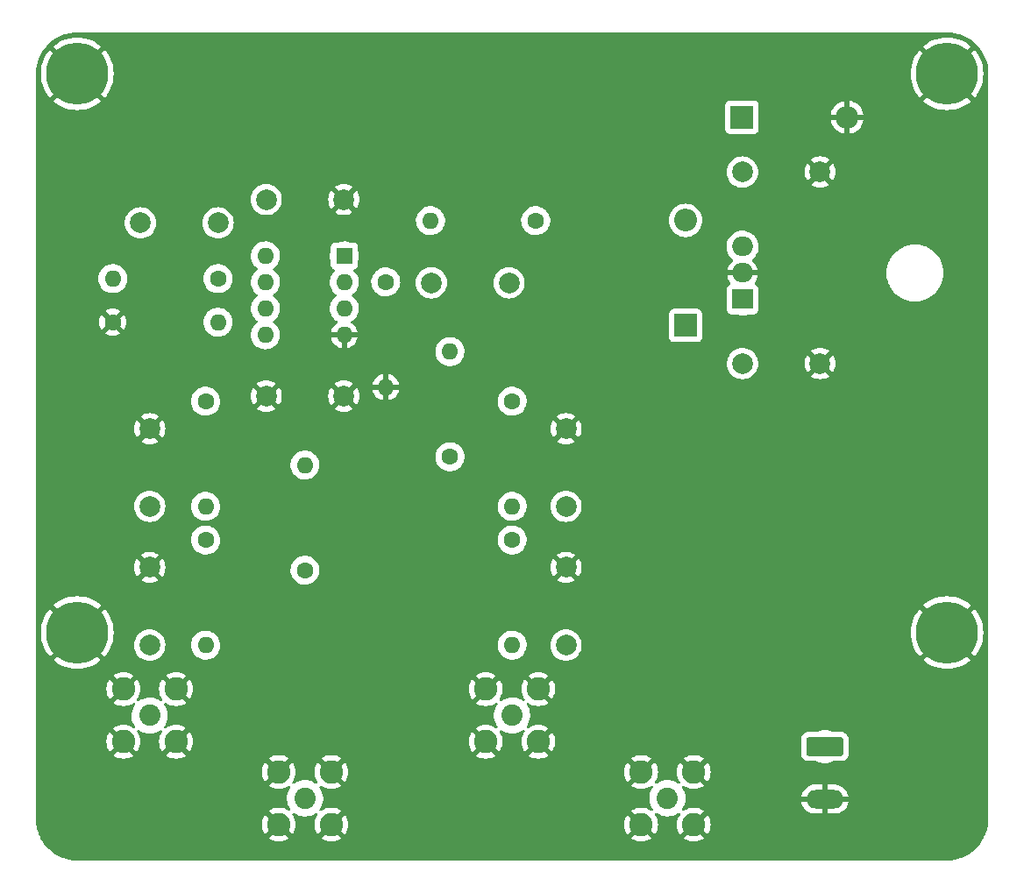
<source format=gbl>
%TF.GenerationSoftware,KiCad,Pcbnew,(6.0.11)*%
%TF.CreationDate,2023-02-06T13:48:42-06:00*%
%TF.ProjectId,InterferometerElectronics,496e7465-7266-4657-926f-6d6574657245,rev?*%
%TF.SameCoordinates,Original*%
%TF.FileFunction,Copper,L2,Bot*%
%TF.FilePolarity,Positive*%
%FSLAX46Y46*%
G04 Gerber Fmt 4.6, Leading zero omitted, Abs format (unit mm)*
G04 Created by KiCad (PCBNEW (6.0.11)) date 2023-02-06 13:48:42*
%MOMM*%
%LPD*%
G01*
G04 APERTURE LIST*
G04 Aperture macros list*
%AMRoundRect*
0 Rectangle with rounded corners*
0 $1 Rounding radius*
0 $2 $3 $4 $5 $6 $7 $8 $9 X,Y pos of 4 corners*
0 Add a 4 corners polygon primitive as box body*
4,1,4,$2,$3,$4,$5,$6,$7,$8,$9,$2,$3,0*
0 Add four circle primitives for the rounded corners*
1,1,$1+$1,$2,$3*
1,1,$1+$1,$4,$5*
1,1,$1+$1,$6,$7*
1,1,$1+$1,$8,$9*
0 Add four rect primitives between the rounded corners*
20,1,$1+$1,$2,$3,$4,$5,0*
20,1,$1+$1,$4,$5,$6,$7,0*
20,1,$1+$1,$6,$7,$8,$9,0*
20,1,$1+$1,$8,$9,$2,$3,0*%
G04 Aperture macros list end*
%TA.AperFunction,ComponentPad*%
%ADD10C,1.600000*%
%TD*%
%TA.AperFunction,ComponentPad*%
%ADD11O,1.600000X1.600000*%
%TD*%
%TA.AperFunction,ComponentPad*%
%ADD12RoundRect,0.250000X-1.550000X0.650000X-1.550000X-0.650000X1.550000X-0.650000X1.550000X0.650000X0*%
%TD*%
%TA.AperFunction,ComponentPad*%
%ADD13O,3.600000X1.800000*%
%TD*%
%TA.AperFunction,ComponentPad*%
%ADD14C,2.050000*%
%TD*%
%TA.AperFunction,ComponentPad*%
%ADD15C,2.250000*%
%TD*%
%TA.AperFunction,ComponentPad*%
%ADD16C,0.800000*%
%TD*%
%TA.AperFunction,ComponentPad*%
%ADD17C,6.000000*%
%TD*%
%TA.AperFunction,ComponentPad*%
%ADD18R,2.200000X2.200000*%
%TD*%
%TA.AperFunction,ComponentPad*%
%ADD19O,2.200000X2.200000*%
%TD*%
%TA.AperFunction,ComponentPad*%
%ADD20C,2.000000*%
%TD*%
%TA.AperFunction,ComponentPad*%
%ADD21R,1.600000X1.600000*%
%TD*%
%TA.AperFunction,ComponentPad*%
%ADD22R,2.000000X1.905000*%
%TD*%
%TA.AperFunction,ComponentPad*%
%ADD23O,2.000000X1.905000*%
%TD*%
G04 APERTURE END LIST*
D10*
%TO.P,R2,1*%
%TO.N,Net-(C5-Pad2)*%
X82800000Y-48120000D03*
D11*
%TO.P,R2,2*%
%TO.N,GND*%
X82800000Y-58280000D03*
%TD*%
D12*
%TO.P,J1,1,Pin_1*%
%TO.N,Net-(C1-Pad1)*%
X125200000Y-93000000D03*
D13*
%TO.P,J1,2,Pin_2*%
%TO.N,GND*%
X125200000Y-98080000D03*
%TD*%
D14*
%TO.P,J3,1,In*%
%TO.N,Net-(C11-Pad1)*%
X95000000Y-90000000D03*
D15*
%TO.P,J3,2,Ext*%
%TO.N,GND*%
X97540000Y-87460000D03*
X97540000Y-92540000D03*
X92460000Y-92540000D03*
X92460000Y-87460000D03*
%TD*%
D14*
%TO.P,J5,1,In*%
%TO.N,Net-(C12-Pad1)*%
X60000000Y-90000000D03*
D15*
%TO.P,J5,2,Ext*%
%TO.N,GND*%
X62540000Y-87460000D03*
X62540000Y-92540000D03*
X57460000Y-92540000D03*
X57460000Y-87460000D03*
%TD*%
D16*
%TO.P,H1,1,1*%
%TO.N,GND*%
X135409010Y-26409010D03*
X138590990Y-26409010D03*
X135409010Y-29590990D03*
X134750000Y-28000000D03*
D17*
X137000000Y-28000000D03*
D16*
X139250000Y-28000000D03*
X137000000Y-25750000D03*
X137000000Y-30250000D03*
X138590990Y-29590990D03*
%TD*%
%TO.P,H3,1,1*%
%TO.N,GND*%
X53000000Y-25750000D03*
X54590990Y-29590990D03*
D17*
X53000000Y-28000000D03*
D16*
X50750000Y-28000000D03*
X51409010Y-29590990D03*
X51409010Y-26409010D03*
X54590990Y-26409010D03*
X53000000Y-30250000D03*
X55250000Y-28000000D03*
%TD*%
D14*
%TO.P,J4,1,In*%
%TO.N,Net-(J4-Pad1)*%
X75000000Y-98000000D03*
D15*
%TO.P,J4,2,Ext*%
%TO.N,GND*%
X72460000Y-95460000D03*
X77540000Y-95460000D03*
X72460000Y-100540000D03*
X77540000Y-100540000D03*
%TD*%
D14*
%TO.P,J2,1,In*%
%TO.N,Net-(J2-Pad1)*%
X110000000Y-98000000D03*
D15*
%TO.P,J2,2,Ext*%
%TO.N,GND*%
X107460000Y-95460000D03*
X107460000Y-100540000D03*
X112540000Y-95460000D03*
X112540000Y-100540000D03*
%TD*%
D16*
%TO.P,H4,1,1*%
%TO.N,GND*%
X51409010Y-83590990D03*
X55250000Y-82000000D03*
X51409010Y-80409010D03*
X53000000Y-79750000D03*
D17*
X53000000Y-82000000D03*
D16*
X54590990Y-80409010D03*
X50750000Y-82000000D03*
X53000000Y-84250000D03*
X54590990Y-83590990D03*
%TD*%
%TO.P,H2,1,1*%
%TO.N,GND*%
X139250000Y-82000000D03*
X137000000Y-84250000D03*
X138590990Y-80409010D03*
X135409010Y-80409010D03*
X135409010Y-83590990D03*
X138590990Y-83590990D03*
X137000000Y-79750000D03*
D17*
X137000000Y-82000000D03*
D16*
X134750000Y-82000000D03*
%TD*%
D18*
%TO.P,D1,1,K*%
%TO.N,Net-(C1-Pad1)*%
X111750000Y-52330000D03*
D19*
%TO.P,D1,2,A*%
%TO.N,+5V*%
X111750000Y-42170000D03*
%TD*%
D20*
%TO.P,C11,1*%
%TO.N,Net-(C11-Pad1)*%
X100200000Y-83200000D03*
%TO.P,C11,2*%
%TO.N,GND*%
X100200000Y-75700000D03*
%TD*%
D21*
%TO.P,U2,1*%
%TO.N,Net-(C5-Pad1)*%
X78800000Y-45600000D03*
D11*
%TO.P,U2,2,-*%
%TO.N,Net-(C5-Pad2)*%
X78800000Y-48140000D03*
%TO.P,U2,3,+*%
%TO.N,Net-(R1-Pad2)*%
X78800000Y-50680000D03*
%TO.P,U2,4,V-*%
%TO.N,GND*%
X78800000Y-53220000D03*
%TO.P,U2,5,+*%
%TO.N,Net-(R4-Pad2)*%
X71180000Y-53220000D03*
%TO.P,U2,6,-*%
%TO.N,Net-(C8-Pad2)*%
X71180000Y-50680000D03*
%TO.P,U2,7*%
%TO.N,Net-(C8-Pad1)*%
X71180000Y-48140000D03*
%TO.P,U2,8,V+*%
%TO.N,+5V*%
X71180000Y-45600000D03*
%TD*%
D10*
%TO.P,R7,1*%
%TO.N,Net-(C5-Pad1)*%
X95000000Y-59640000D03*
D11*
%TO.P,R7,2*%
%TO.N,Net-(C9-Pad1)*%
X95000000Y-69800000D03*
%TD*%
D20*
%TO.P,C1,1*%
%TO.N,Net-(C1-Pad1)*%
X117250000Y-56000000D03*
%TO.P,C1,2*%
%TO.N,GND*%
X124750000Y-56000000D03*
%TD*%
%TO.P,C3,1*%
%TO.N,+5V*%
X71250000Y-40150000D03*
%TO.P,C3,2*%
%TO.N,GND*%
X78750000Y-40150000D03*
%TD*%
%TO.P,C4,1*%
%TO.N,GND*%
X78750000Y-59150000D03*
%TO.P,C4,2*%
X71250000Y-59150000D03*
%TD*%
%TO.P,C2,1*%
%TO.N,+5V*%
X117250000Y-37500000D03*
%TO.P,C2,2*%
%TO.N,GND*%
X124750000Y-37500000D03*
%TD*%
D22*
%TO.P,U1,1,IN*%
%TO.N,Net-(C1-Pad1)*%
X117250000Y-49790000D03*
D23*
%TO.P,U1,2,GND*%
%TO.N,GND*%
X117250000Y-47250000D03*
%TO.P,U1,3,OUT*%
%TO.N,+5V*%
X117250000Y-44710000D03*
%TD*%
D10*
%TO.P,R6,1*%
%TO.N,Net-(C8-Pad1)*%
X66600000Y-47800000D03*
D11*
%TO.P,R6,2*%
%TO.N,Net-(C8-Pad2)*%
X56440000Y-47800000D03*
%TD*%
D10*
%TO.P,R4,1*%
%TO.N,Net-(J4-Pad1)*%
X75000000Y-75960000D03*
D11*
%TO.P,R4,2*%
%TO.N,Net-(R4-Pad2)*%
X75000000Y-65800000D03*
%TD*%
D20*
%TO.P,C8,1*%
%TO.N,Net-(C8-Pad1)*%
X66600000Y-42400000D03*
%TO.P,C8,2*%
%TO.N,Net-(C8-Pad2)*%
X59100000Y-42400000D03*
%TD*%
D10*
%TO.P,R10,1*%
%TO.N,Net-(C10-Pad1)*%
X65400000Y-73040000D03*
D11*
%TO.P,R10,2*%
%TO.N,Net-(C12-Pad1)*%
X65400000Y-83200000D03*
%TD*%
D10*
%TO.P,R3,1*%
%TO.N,Net-(C5-Pad1)*%
X97280000Y-42200000D03*
D11*
%TO.P,R3,2*%
%TO.N,Net-(C5-Pad2)*%
X87120000Y-42200000D03*
%TD*%
D10*
%TO.P,R5,1*%
%TO.N,GND*%
X56440000Y-52000000D03*
D11*
%TO.P,R5,2*%
%TO.N,Net-(C8-Pad2)*%
X66600000Y-52000000D03*
%TD*%
D10*
%TO.P,R9,1*%
%TO.N,Net-(C9-Pad1)*%
X95000000Y-73040000D03*
D11*
%TO.P,R9,2*%
%TO.N,Net-(C11-Pad1)*%
X95000000Y-83200000D03*
%TD*%
D20*
%TO.P,C12,1*%
%TO.N,Net-(C12-Pad1)*%
X60000000Y-83200000D03*
%TO.P,C12,2*%
%TO.N,GND*%
X60000000Y-75700000D03*
%TD*%
%TO.P,C10,1*%
%TO.N,Net-(C10-Pad1)*%
X60000000Y-69800000D03*
%TO.P,C10,2*%
%TO.N,GND*%
X60000000Y-62300000D03*
%TD*%
%TO.P,C5,1*%
%TO.N,Net-(C5-Pad1)*%
X94700000Y-48200000D03*
%TO.P,C5,2*%
%TO.N,Net-(C5-Pad2)*%
X87200000Y-48200000D03*
%TD*%
%TO.P,C9,1*%
%TO.N,Net-(C9-Pad1)*%
X100200000Y-69800000D03*
%TO.P,C9,2*%
%TO.N,GND*%
X100200000Y-62300000D03*
%TD*%
D10*
%TO.P,R8,1*%
%TO.N,Net-(C8-Pad1)*%
X65400000Y-59640000D03*
D11*
%TO.P,R8,2*%
%TO.N,Net-(C10-Pad1)*%
X65400000Y-69800000D03*
%TD*%
D10*
%TO.P,R1,1*%
%TO.N,Net-(J2-Pad1)*%
X89000000Y-65000000D03*
D11*
%TO.P,R1,2*%
%TO.N,Net-(R1-Pad2)*%
X89000000Y-54840000D03*
%TD*%
D18*
%TO.P,D2,1,K*%
%TO.N,+5V*%
X117200000Y-32200000D03*
D19*
%TO.P,D2,2,A*%
%TO.N,GND*%
X127360000Y-32200000D03*
%TD*%
%TA.AperFunction,Conductor*%
%TO.N,GND*%
G36*
X136950676Y-24001285D02*
G01*
X136979838Y-24004556D01*
X136985963Y-24005243D01*
X137019207Y-24002452D01*
X137035554Y-24002144D01*
X137363210Y-24017292D01*
X137374798Y-24018366D01*
X137729142Y-24067795D01*
X137740582Y-24069934D01*
X138088854Y-24151846D01*
X138100030Y-24155026D01*
X138269651Y-24211878D01*
X138439262Y-24268726D01*
X138450114Y-24272930D01*
X138777401Y-24417441D01*
X138787819Y-24422629D01*
X139100374Y-24596722D01*
X139110269Y-24602848D01*
X139405431Y-24805038D01*
X139414719Y-24812052D01*
X139689971Y-25040618D01*
X139698571Y-25048459D01*
X139951541Y-25301429D01*
X139959382Y-25310029D01*
X140187948Y-25585281D01*
X140194962Y-25594569D01*
X140397152Y-25889731D01*
X140403278Y-25899626D01*
X140577371Y-26212181D01*
X140582559Y-26222599D01*
X140727070Y-26549886D01*
X140731274Y-26560738D01*
X140844971Y-26899961D01*
X140848154Y-26911146D01*
X140926243Y-27243165D01*
X140930066Y-27259418D01*
X140932205Y-27270858D01*
X140981634Y-27625202D01*
X140982708Y-27636791D01*
X140997196Y-27950161D01*
X140996545Y-27970020D01*
X140994757Y-27985963D01*
X140995273Y-27992107D01*
X140999058Y-28037183D01*
X140999500Y-28047726D01*
X140999500Y-99936631D01*
X140998715Y-99950676D01*
X140994757Y-99985963D01*
X140997548Y-100019207D01*
X140997856Y-100035554D01*
X140997358Y-100046333D01*
X140982708Y-100363209D01*
X140981634Y-100374798D01*
X140932205Y-100729142D01*
X140930066Y-100740582D01*
X140883303Y-100939409D01*
X140848156Y-101088845D01*
X140844971Y-101100039D01*
X140731274Y-101439262D01*
X140727070Y-101450114D01*
X140582559Y-101777401D01*
X140577371Y-101787819D01*
X140403278Y-102100374D01*
X140397152Y-102110269D01*
X140194962Y-102405431D01*
X140187948Y-102414719D01*
X139959382Y-102689971D01*
X139951541Y-102698571D01*
X139698571Y-102951541D01*
X139689971Y-102959382D01*
X139414719Y-103187948D01*
X139405431Y-103194962D01*
X139110269Y-103397152D01*
X139100374Y-103403278D01*
X138787819Y-103577371D01*
X138777401Y-103582559D01*
X138450114Y-103727070D01*
X138439262Y-103731274D01*
X138269650Y-103788123D01*
X138100030Y-103844974D01*
X138088854Y-103848154D01*
X137756835Y-103926243D01*
X137740582Y-103930066D01*
X137729142Y-103932205D01*
X137374798Y-103981634D01*
X137363209Y-103982708D01*
X137049835Y-103997196D01*
X137029980Y-103996545D01*
X137014037Y-103994757D01*
X136972630Y-103998234D01*
X136962817Y-103999058D01*
X136952274Y-103999500D01*
X53063369Y-103999500D01*
X53049324Y-103998715D01*
X53020162Y-103995444D01*
X53014037Y-103994757D01*
X52980793Y-103997548D01*
X52964446Y-103997856D01*
X52636790Y-103982708D01*
X52625202Y-103981634D01*
X52270858Y-103932205D01*
X52259418Y-103930066D01*
X52243165Y-103926243D01*
X51911146Y-103848154D01*
X51899970Y-103844974D01*
X51730350Y-103788123D01*
X51560738Y-103731274D01*
X51549886Y-103727070D01*
X51222599Y-103582559D01*
X51212181Y-103577371D01*
X50899626Y-103403278D01*
X50889731Y-103397152D01*
X50594569Y-103194962D01*
X50585281Y-103187948D01*
X50310029Y-102959382D01*
X50301429Y-102951541D01*
X50048459Y-102698571D01*
X50040618Y-102689971D01*
X49812052Y-102414719D01*
X49805038Y-102405431D01*
X49602848Y-102110269D01*
X49596722Y-102100374D01*
X49465324Y-101864471D01*
X71500884Y-101864471D01*
X71504570Y-101869740D01*
X71712121Y-101996927D01*
X71720915Y-102001408D01*
X71949242Y-102095984D01*
X71958627Y-102099033D01*
X72198940Y-102156728D01*
X72208687Y-102158271D01*
X72455070Y-102177662D01*
X72464930Y-102177662D01*
X72711313Y-102158271D01*
X72721060Y-102156728D01*
X72961373Y-102099033D01*
X72970758Y-102095984D01*
X73199085Y-102001408D01*
X73207879Y-101996927D01*
X73413928Y-101870660D01*
X73417968Y-101864471D01*
X76580884Y-101864471D01*
X76584570Y-101869740D01*
X76792121Y-101996927D01*
X76800915Y-102001408D01*
X77029242Y-102095984D01*
X77038627Y-102099033D01*
X77278940Y-102156728D01*
X77288687Y-102158271D01*
X77535070Y-102177662D01*
X77544930Y-102177662D01*
X77791313Y-102158271D01*
X77801060Y-102156728D01*
X78041373Y-102099033D01*
X78050758Y-102095984D01*
X78279085Y-102001408D01*
X78287879Y-101996927D01*
X78493928Y-101870660D01*
X78497968Y-101864471D01*
X106500884Y-101864471D01*
X106504570Y-101869740D01*
X106712121Y-101996927D01*
X106720915Y-102001408D01*
X106949242Y-102095984D01*
X106958627Y-102099033D01*
X107198940Y-102156728D01*
X107208687Y-102158271D01*
X107455070Y-102177662D01*
X107464930Y-102177662D01*
X107711313Y-102158271D01*
X107721060Y-102156728D01*
X107961373Y-102099033D01*
X107970758Y-102095984D01*
X108199085Y-102001408D01*
X108207879Y-101996927D01*
X108413928Y-101870660D01*
X108417968Y-101864471D01*
X111580884Y-101864471D01*
X111584570Y-101869740D01*
X111792121Y-101996927D01*
X111800915Y-102001408D01*
X112029242Y-102095984D01*
X112038627Y-102099033D01*
X112278940Y-102156728D01*
X112288687Y-102158271D01*
X112535070Y-102177662D01*
X112544930Y-102177662D01*
X112791313Y-102158271D01*
X112801060Y-102156728D01*
X113041373Y-102099033D01*
X113050758Y-102095984D01*
X113279085Y-102001408D01*
X113287879Y-101996927D01*
X113493928Y-101870660D01*
X113499190Y-101862599D01*
X113493183Y-101852393D01*
X112552812Y-100912022D01*
X112538868Y-100904408D01*
X112537035Y-100904539D01*
X112530420Y-100908790D01*
X111588276Y-101850934D01*
X111580884Y-101864471D01*
X108417968Y-101864471D01*
X108419190Y-101862599D01*
X108413183Y-101852393D01*
X107472812Y-100912022D01*
X107458868Y-100904408D01*
X107457035Y-100904539D01*
X107450420Y-100908790D01*
X106508276Y-101850934D01*
X106500884Y-101864471D01*
X78497968Y-101864471D01*
X78499190Y-101862599D01*
X78493183Y-101852393D01*
X77552812Y-100912022D01*
X77538868Y-100904408D01*
X77537035Y-100904539D01*
X77530420Y-100908790D01*
X76588276Y-101850934D01*
X76580884Y-101864471D01*
X73417968Y-101864471D01*
X73419190Y-101862599D01*
X73413183Y-101852393D01*
X72472812Y-100912022D01*
X72458868Y-100904408D01*
X72457035Y-100904539D01*
X72450420Y-100908790D01*
X71508276Y-101850934D01*
X71500884Y-101864471D01*
X49465324Y-101864471D01*
X49422629Y-101787819D01*
X49417441Y-101777401D01*
X49272930Y-101450114D01*
X49268726Y-101439262D01*
X49155029Y-101100039D01*
X49151844Y-101088845D01*
X49116698Y-100939409D01*
X49069934Y-100740582D01*
X49067795Y-100729142D01*
X49042098Y-100544930D01*
X70822338Y-100544930D01*
X70841729Y-100791313D01*
X70843272Y-100801060D01*
X70900967Y-101041373D01*
X70904016Y-101050758D01*
X70998592Y-101279085D01*
X71003073Y-101287879D01*
X71129340Y-101493928D01*
X71137401Y-101499190D01*
X71147607Y-101493183D01*
X72087978Y-100552812D01*
X72095592Y-100538868D01*
X72095461Y-100537035D01*
X72091210Y-100530420D01*
X71149066Y-99588276D01*
X71135529Y-99580884D01*
X71130260Y-99584570D01*
X71003073Y-99792121D01*
X70998592Y-99800915D01*
X70904016Y-100029242D01*
X70900967Y-100038627D01*
X70843272Y-100278940D01*
X70841729Y-100288687D01*
X70822338Y-100535070D01*
X70822338Y-100544930D01*
X49042098Y-100544930D01*
X49018366Y-100374798D01*
X49017292Y-100363209D01*
X49003143Y-100057170D01*
X49004003Y-100035558D01*
X49004507Y-100031572D01*
X49004507Y-100031567D01*
X49004949Y-100028071D01*
X49005341Y-100000000D01*
X49001101Y-99956758D01*
X49000500Y-99944462D01*
X49000500Y-99217401D01*
X71500810Y-99217401D01*
X71506817Y-99227607D01*
X73770934Y-101491724D01*
X73784471Y-101499116D01*
X73789740Y-101495430D01*
X73916927Y-101287879D01*
X73921408Y-101279085D01*
X74015984Y-101050758D01*
X74019033Y-101041373D01*
X74076728Y-100801060D01*
X74078271Y-100791313D01*
X74097662Y-100544930D01*
X74097662Y-100535070D01*
X74078271Y-100288687D01*
X74076728Y-100278940D01*
X74019033Y-100038627D01*
X74015984Y-100029242D01*
X73921408Y-99800915D01*
X73916927Y-99792121D01*
X73795384Y-99593781D01*
X73776846Y-99525247D01*
X73798302Y-99457571D01*
X73852942Y-99412238D01*
X73923416Y-99403641D01*
X73975984Y-99425366D01*
X73977033Y-99426114D01*
X73980629Y-99429105D01*
X73984629Y-99431532D01*
X73984630Y-99431533D01*
X74068020Y-99482135D01*
X74203061Y-99564080D01*
X74207375Y-99565889D01*
X74207377Y-99565890D01*
X74438686Y-99662886D01*
X74438691Y-99662888D01*
X74443001Y-99664695D01*
X74447533Y-99665846D01*
X74447536Y-99665847D01*
X74572815Y-99697663D01*
X74695177Y-99728739D01*
X74911286Y-99750500D01*
X75066044Y-99750500D01*
X75068369Y-99750327D01*
X75068375Y-99750327D01*
X75254814Y-99736472D01*
X75254818Y-99736471D01*
X75259466Y-99736126D01*
X75513232Y-99678705D01*
X75517586Y-99677012D01*
X75751370Y-99586098D01*
X75751372Y-99586097D01*
X75755723Y-99584405D01*
X75761884Y-99580884D01*
X75924397Y-99488000D01*
X75981612Y-99455299D01*
X76023101Y-99422591D01*
X76088979Y-99396126D01*
X76158709Y-99409478D01*
X76210150Y-99458410D01*
X76226971Y-99527385D01*
X76208540Y-99587375D01*
X76083076Y-99792115D01*
X76078592Y-99800915D01*
X75984016Y-100029242D01*
X75980967Y-100038627D01*
X75923272Y-100278940D01*
X75921729Y-100288687D01*
X75902338Y-100535070D01*
X75902338Y-100544930D01*
X75921729Y-100791313D01*
X75923272Y-100801060D01*
X75980967Y-101041373D01*
X75984016Y-101050758D01*
X76078592Y-101279085D01*
X76083073Y-101287879D01*
X76209340Y-101493928D01*
X76217401Y-101499190D01*
X76227607Y-101493183D01*
X77179658Y-100541132D01*
X77904408Y-100541132D01*
X77904539Y-100542965D01*
X77908790Y-100549580D01*
X78850934Y-101491724D01*
X78864471Y-101499116D01*
X78869740Y-101495430D01*
X78996927Y-101287879D01*
X79001408Y-101279085D01*
X79095984Y-101050758D01*
X79099033Y-101041373D01*
X79156728Y-100801060D01*
X79158271Y-100791313D01*
X79177662Y-100544930D01*
X105822338Y-100544930D01*
X105841729Y-100791313D01*
X105843272Y-100801060D01*
X105900967Y-101041373D01*
X105904016Y-101050758D01*
X105998592Y-101279085D01*
X106003073Y-101287879D01*
X106129340Y-101493928D01*
X106137401Y-101499190D01*
X106147607Y-101493183D01*
X107087978Y-100552812D01*
X107095592Y-100538868D01*
X107095461Y-100537035D01*
X107091210Y-100530420D01*
X106149066Y-99588276D01*
X106135529Y-99580884D01*
X106130260Y-99584570D01*
X106003073Y-99792121D01*
X105998592Y-99800915D01*
X105904016Y-100029242D01*
X105900967Y-100038627D01*
X105843272Y-100278940D01*
X105841729Y-100288687D01*
X105822338Y-100535070D01*
X105822338Y-100544930D01*
X79177662Y-100544930D01*
X79177662Y-100535070D01*
X79158271Y-100288687D01*
X79156728Y-100278940D01*
X79099033Y-100038627D01*
X79095984Y-100029242D01*
X79001408Y-99800915D01*
X78996927Y-99792121D01*
X78870660Y-99586072D01*
X78862599Y-99580810D01*
X78852393Y-99586817D01*
X77912022Y-100527188D01*
X77904408Y-100541132D01*
X77179658Y-100541132D01*
X78491724Y-99229066D01*
X78498094Y-99217401D01*
X106500810Y-99217401D01*
X106506817Y-99227607D01*
X108770934Y-101491724D01*
X108784471Y-101499116D01*
X108789740Y-101495430D01*
X108916927Y-101287879D01*
X108921408Y-101279085D01*
X109015984Y-101050758D01*
X109019033Y-101041373D01*
X109076728Y-100801060D01*
X109078271Y-100791313D01*
X109097662Y-100544930D01*
X109097662Y-100535070D01*
X109078271Y-100288687D01*
X109076728Y-100278940D01*
X109019033Y-100038627D01*
X109015984Y-100029242D01*
X108921408Y-99800915D01*
X108916927Y-99792121D01*
X108795384Y-99593781D01*
X108776846Y-99525247D01*
X108798302Y-99457571D01*
X108852942Y-99412238D01*
X108923416Y-99403641D01*
X108975984Y-99425366D01*
X108977033Y-99426114D01*
X108980629Y-99429105D01*
X108984629Y-99431532D01*
X108984630Y-99431533D01*
X109068020Y-99482135D01*
X109203061Y-99564080D01*
X109207375Y-99565889D01*
X109207377Y-99565890D01*
X109438686Y-99662886D01*
X109438691Y-99662888D01*
X109443001Y-99664695D01*
X109447533Y-99665846D01*
X109447536Y-99665847D01*
X109572815Y-99697663D01*
X109695177Y-99728739D01*
X109911286Y-99750500D01*
X110066044Y-99750500D01*
X110068369Y-99750327D01*
X110068375Y-99750327D01*
X110254814Y-99736472D01*
X110254818Y-99736471D01*
X110259466Y-99736126D01*
X110513232Y-99678705D01*
X110517586Y-99677012D01*
X110751370Y-99586098D01*
X110751372Y-99586097D01*
X110755723Y-99584405D01*
X110761884Y-99580884D01*
X110924397Y-99488000D01*
X110981612Y-99455299D01*
X111023101Y-99422591D01*
X111088979Y-99396126D01*
X111158709Y-99409478D01*
X111210150Y-99458410D01*
X111226971Y-99527385D01*
X111208540Y-99587375D01*
X111083076Y-99792115D01*
X111078592Y-99800915D01*
X110984016Y-100029242D01*
X110980967Y-100038627D01*
X110923272Y-100278940D01*
X110921729Y-100288687D01*
X110902338Y-100535070D01*
X110902338Y-100544930D01*
X110921729Y-100791313D01*
X110923272Y-100801060D01*
X110980967Y-101041373D01*
X110984016Y-101050758D01*
X111078592Y-101279085D01*
X111083073Y-101287879D01*
X111209340Y-101493928D01*
X111217401Y-101499190D01*
X111227607Y-101493183D01*
X112179658Y-100541132D01*
X112904408Y-100541132D01*
X112904539Y-100542965D01*
X112908790Y-100549580D01*
X113850934Y-101491724D01*
X113864471Y-101499116D01*
X113869740Y-101495430D01*
X113996927Y-101287879D01*
X114001408Y-101279085D01*
X114095984Y-101050758D01*
X114099033Y-101041373D01*
X114156728Y-100801060D01*
X114158271Y-100791313D01*
X114177662Y-100544930D01*
X114177662Y-100535070D01*
X114158271Y-100288687D01*
X114156728Y-100278940D01*
X114099033Y-100038627D01*
X114095984Y-100029242D01*
X114001408Y-99800915D01*
X113996927Y-99792121D01*
X113870660Y-99586072D01*
X113862599Y-99580810D01*
X113852393Y-99586817D01*
X112912022Y-100527188D01*
X112904408Y-100541132D01*
X112179658Y-100541132D01*
X113491724Y-99229066D01*
X113499116Y-99215529D01*
X113495430Y-99210260D01*
X113287879Y-99083073D01*
X113279085Y-99078592D01*
X113050758Y-98984016D01*
X113041373Y-98980967D01*
X112801060Y-98923272D01*
X112791313Y-98921729D01*
X112544930Y-98902338D01*
X112535070Y-98902338D01*
X112288687Y-98921729D01*
X112278940Y-98923272D01*
X112038627Y-98980967D01*
X112029242Y-98984016D01*
X111800915Y-99078592D01*
X111792121Y-99083073D01*
X111584800Y-99210119D01*
X111516266Y-99228657D01*
X111448589Y-99207200D01*
X111403256Y-99152561D01*
X111394660Y-99082087D01*
X111415438Y-99030866D01*
X111447940Y-98984016D01*
X111491150Y-98921729D01*
X111509846Y-98894779D01*
X111509848Y-98894776D01*
X111512511Y-98890937D01*
X111530258Y-98854949D01*
X111625521Y-98661775D01*
X111625522Y-98661772D01*
X111627586Y-98657587D01*
X111706906Y-98409792D01*
X111716875Y-98348580D01*
X122917662Y-98348580D01*
X122945413Y-98480840D01*
X122948473Y-98491037D01*
X123032315Y-98703340D01*
X123037049Y-98712876D01*
X123155468Y-98908025D01*
X123161734Y-98916618D01*
X123311342Y-99089027D01*
X123318972Y-99096447D01*
X123495488Y-99241180D01*
X123504255Y-99247206D01*
X123702633Y-99360129D01*
X123712297Y-99364595D01*
X123926868Y-99442481D01*
X123937135Y-99445251D01*
X124162932Y-99486081D01*
X124171162Y-99487016D01*
X124190550Y-99487930D01*
X124193526Y-99488000D01*
X124927885Y-99488000D01*
X124943124Y-99483525D01*
X124944329Y-99482135D01*
X124946000Y-99474452D01*
X124946000Y-99469885D01*
X125454000Y-99469885D01*
X125458475Y-99485124D01*
X125459865Y-99486329D01*
X125467548Y-99488000D01*
X126157340Y-99488000D01*
X126162649Y-99487775D01*
X126332771Y-99473340D01*
X126343259Y-99471548D01*
X126564211Y-99414199D01*
X126574239Y-99410667D01*
X126782363Y-99316915D01*
X126791669Y-99311735D01*
X126981024Y-99184253D01*
X126989307Y-99177594D01*
X127154478Y-99020029D01*
X127161530Y-99012058D01*
X127297790Y-98828918D01*
X127303394Y-98819881D01*
X127406851Y-98616394D01*
X127410852Y-98606541D01*
X127478544Y-98388539D01*
X127480828Y-98378152D01*
X127484300Y-98351957D01*
X127482104Y-98337793D01*
X127468919Y-98334000D01*
X125472115Y-98334000D01*
X125456876Y-98338475D01*
X125455671Y-98339865D01*
X125454000Y-98347548D01*
X125454000Y-99469885D01*
X124946000Y-99469885D01*
X124946000Y-98352115D01*
X124941525Y-98336876D01*
X124940135Y-98335671D01*
X124932452Y-98334000D01*
X122932718Y-98334000D01*
X122919187Y-98337973D01*
X122917662Y-98348580D01*
X111716875Y-98348580D01*
X111748728Y-98152994D01*
X111752134Y-97892835D01*
X111740594Y-97808043D01*
X122915700Y-97808043D01*
X122917896Y-97822207D01*
X122931081Y-97826000D01*
X124927885Y-97826000D01*
X124943124Y-97821525D01*
X124944329Y-97820135D01*
X124946000Y-97812452D01*
X124946000Y-97807885D01*
X125454000Y-97807885D01*
X125458475Y-97823124D01*
X125459865Y-97824329D01*
X125467548Y-97826000D01*
X127467282Y-97826000D01*
X127480813Y-97822027D01*
X127482338Y-97811420D01*
X127454587Y-97679160D01*
X127451527Y-97668963D01*
X127367685Y-97456660D01*
X127362951Y-97447124D01*
X127244532Y-97251975D01*
X127238266Y-97243382D01*
X127088658Y-97070973D01*
X127081028Y-97063553D01*
X126904512Y-96918820D01*
X126895745Y-96912794D01*
X126697367Y-96799871D01*
X126687703Y-96795405D01*
X126473132Y-96717519D01*
X126462865Y-96714749D01*
X126237068Y-96673919D01*
X126228838Y-96672984D01*
X126209450Y-96672070D01*
X126206474Y-96672000D01*
X125472115Y-96672000D01*
X125456876Y-96676475D01*
X125455671Y-96677865D01*
X125454000Y-96685548D01*
X125454000Y-97807885D01*
X124946000Y-97807885D01*
X124946000Y-96690115D01*
X124941525Y-96674876D01*
X124940135Y-96673671D01*
X124932452Y-96672000D01*
X124242660Y-96672000D01*
X124237351Y-96672225D01*
X124067229Y-96686660D01*
X124056741Y-96688452D01*
X123835789Y-96745801D01*
X123825761Y-96749333D01*
X123617637Y-96843085D01*
X123608331Y-96848265D01*
X123418976Y-96975747D01*
X123410693Y-96982406D01*
X123245522Y-97139971D01*
X123238470Y-97147942D01*
X123102210Y-97331082D01*
X123096606Y-97340119D01*
X122993149Y-97543606D01*
X122989148Y-97553459D01*
X122921456Y-97771461D01*
X122919172Y-97781848D01*
X122915700Y-97808043D01*
X111740594Y-97808043D01*
X111717048Y-97635030D01*
X111644242Y-97385243D01*
X111535314Y-97148961D01*
X111479319Y-97063553D01*
X111416984Y-96968477D01*
X111396361Y-96900541D01*
X111415741Y-96832241D01*
X111468970Y-96785261D01*
X111539149Y-96774516D01*
X111588191Y-96791959D01*
X111792121Y-96916927D01*
X111800915Y-96921408D01*
X112029242Y-97015984D01*
X112038627Y-97019033D01*
X112278940Y-97076728D01*
X112288687Y-97078271D01*
X112535070Y-97097662D01*
X112544930Y-97097662D01*
X112791313Y-97078271D01*
X112801060Y-97076728D01*
X113041373Y-97019033D01*
X113050758Y-97015984D01*
X113279085Y-96921408D01*
X113287879Y-96916927D01*
X113493928Y-96790660D01*
X113499190Y-96782599D01*
X113493183Y-96772393D01*
X112181922Y-95461132D01*
X112904408Y-95461132D01*
X112904539Y-95462965D01*
X112908790Y-95469580D01*
X113850934Y-96411724D01*
X113864471Y-96419116D01*
X113869740Y-96415430D01*
X113996927Y-96207879D01*
X114001408Y-96199085D01*
X114095984Y-95970758D01*
X114099033Y-95961373D01*
X114156728Y-95721060D01*
X114158271Y-95711313D01*
X114177662Y-95464930D01*
X114177662Y-95455070D01*
X114158271Y-95208687D01*
X114156728Y-95198940D01*
X114099033Y-94958627D01*
X114095984Y-94949242D01*
X114001408Y-94720915D01*
X113996927Y-94712121D01*
X113870660Y-94506072D01*
X113862599Y-94500810D01*
X113852393Y-94506817D01*
X112912022Y-95447188D01*
X112904408Y-95461132D01*
X112181922Y-95461132D01*
X111229066Y-94508276D01*
X111215529Y-94500884D01*
X111210260Y-94504570D01*
X111083073Y-94712121D01*
X111078592Y-94720915D01*
X110984016Y-94949242D01*
X110980967Y-94958627D01*
X110923272Y-95198940D01*
X110921729Y-95208687D01*
X110902338Y-95455070D01*
X110902338Y-95464930D01*
X110921729Y-95711313D01*
X110923272Y-95721060D01*
X110980967Y-95961373D01*
X110984016Y-95970758D01*
X111078592Y-96199085D01*
X111083073Y-96207879D01*
X111204616Y-96406219D01*
X111223154Y-96474753D01*
X111201698Y-96542429D01*
X111147058Y-96587762D01*
X111076584Y-96596359D01*
X111024016Y-96574634D01*
X111022967Y-96573886D01*
X111019371Y-96570895D01*
X110972461Y-96542429D01*
X110860934Y-96474753D01*
X110796939Y-96435920D01*
X110792623Y-96434110D01*
X110561314Y-96337114D01*
X110561309Y-96337112D01*
X110556999Y-96335305D01*
X110552467Y-96334154D01*
X110552464Y-96334153D01*
X110427185Y-96302337D01*
X110304823Y-96271261D01*
X110088714Y-96249500D01*
X109933956Y-96249500D01*
X109931631Y-96249673D01*
X109931625Y-96249673D01*
X109745186Y-96263528D01*
X109745182Y-96263529D01*
X109740534Y-96263874D01*
X109486768Y-96321295D01*
X109482416Y-96322987D01*
X109482414Y-96322988D01*
X109248630Y-96413902D01*
X109248628Y-96413903D01*
X109244277Y-96415595D01*
X109240223Y-96417912D01*
X109240221Y-96417913D01*
X109204467Y-96438348D01*
X109018388Y-96544701D01*
X108976899Y-96577409D01*
X108911021Y-96603874D01*
X108841291Y-96590522D01*
X108789850Y-96541590D01*
X108773029Y-96472615D01*
X108791460Y-96412625D01*
X108916924Y-96207885D01*
X108921408Y-96199085D01*
X109015984Y-95970758D01*
X109019033Y-95961373D01*
X109076728Y-95721060D01*
X109078271Y-95711313D01*
X109097662Y-95464930D01*
X109097662Y-95455070D01*
X109078271Y-95208687D01*
X109076728Y-95198940D01*
X109019033Y-94958627D01*
X109015984Y-94949242D01*
X108921408Y-94720915D01*
X108916927Y-94712121D01*
X108790660Y-94506072D01*
X108782599Y-94500810D01*
X108772393Y-94506817D01*
X106508276Y-96770934D01*
X106500884Y-96784471D01*
X106504570Y-96789740D01*
X106712121Y-96916927D01*
X106720915Y-96921408D01*
X106949242Y-97015984D01*
X106958627Y-97019033D01*
X107198940Y-97076728D01*
X107208687Y-97078271D01*
X107455070Y-97097662D01*
X107464930Y-97097662D01*
X107711313Y-97078271D01*
X107721060Y-97076728D01*
X107961373Y-97019033D01*
X107970758Y-97015984D01*
X108199085Y-96921408D01*
X108207879Y-96916927D01*
X108415200Y-96789881D01*
X108483734Y-96771343D01*
X108551411Y-96792800D01*
X108596744Y-96847439D01*
X108605340Y-96917913D01*
X108584563Y-96969133D01*
X108549945Y-97019033D01*
X108519061Y-97063553D01*
X108487489Y-97109063D01*
X108485423Y-97113253D01*
X108485421Y-97113256D01*
X108465720Y-97153207D01*
X108372414Y-97342413D01*
X108293094Y-97590208D01*
X108292344Y-97594814D01*
X108257068Y-97811420D01*
X108251272Y-97847006D01*
X108247866Y-98107165D01*
X108282952Y-98364970D01*
X108355758Y-98614757D01*
X108464686Y-98851039D01*
X108467246Y-98854944D01*
X108467249Y-98854949D01*
X108583016Y-99031523D01*
X108603639Y-99099459D01*
X108584259Y-99167759D01*
X108531030Y-99214739D01*
X108460851Y-99225484D01*
X108411809Y-99208041D01*
X108207879Y-99083073D01*
X108199085Y-99078592D01*
X107970758Y-98984016D01*
X107961373Y-98980967D01*
X107721060Y-98923272D01*
X107711313Y-98921729D01*
X107464930Y-98902338D01*
X107455070Y-98902338D01*
X107208687Y-98921729D01*
X107198940Y-98923272D01*
X106958627Y-98980967D01*
X106949242Y-98984016D01*
X106720915Y-99078592D01*
X106712121Y-99083073D01*
X106506072Y-99209340D01*
X106500810Y-99217401D01*
X78498094Y-99217401D01*
X78499116Y-99215529D01*
X78495430Y-99210260D01*
X78287879Y-99083073D01*
X78279085Y-99078592D01*
X78050758Y-98984016D01*
X78041373Y-98980967D01*
X77801060Y-98923272D01*
X77791313Y-98921729D01*
X77544930Y-98902338D01*
X77535070Y-98902338D01*
X77288687Y-98921729D01*
X77278940Y-98923272D01*
X77038627Y-98980967D01*
X77029242Y-98984016D01*
X76800915Y-99078592D01*
X76792121Y-99083073D01*
X76584800Y-99210119D01*
X76516266Y-99228657D01*
X76448589Y-99207200D01*
X76403256Y-99152561D01*
X76394660Y-99082087D01*
X76415438Y-99030866D01*
X76447940Y-98984016D01*
X76491150Y-98921729D01*
X76509846Y-98894779D01*
X76509848Y-98894776D01*
X76512511Y-98890937D01*
X76530258Y-98854949D01*
X76625521Y-98661775D01*
X76625522Y-98661772D01*
X76627586Y-98657587D01*
X76706906Y-98409792D01*
X76748728Y-98152994D01*
X76752134Y-97892835D01*
X76717048Y-97635030D01*
X76644242Y-97385243D01*
X76535314Y-97148961D01*
X76479319Y-97063553D01*
X76416984Y-96968477D01*
X76396361Y-96900541D01*
X76415741Y-96832241D01*
X76468970Y-96785261D01*
X76539149Y-96774516D01*
X76588191Y-96791959D01*
X76792121Y-96916927D01*
X76800915Y-96921408D01*
X77029242Y-97015984D01*
X77038627Y-97019033D01*
X77278940Y-97076728D01*
X77288687Y-97078271D01*
X77535070Y-97097662D01*
X77544930Y-97097662D01*
X77791313Y-97078271D01*
X77801060Y-97076728D01*
X78041373Y-97019033D01*
X78050758Y-97015984D01*
X78279085Y-96921408D01*
X78287879Y-96916927D01*
X78493928Y-96790660D01*
X78499190Y-96782599D01*
X78493183Y-96772393D01*
X77181922Y-95461132D01*
X77904408Y-95461132D01*
X77904539Y-95462965D01*
X77908790Y-95469580D01*
X78850934Y-96411724D01*
X78864471Y-96419116D01*
X78869740Y-96415430D01*
X78996927Y-96207879D01*
X79001408Y-96199085D01*
X79095984Y-95970758D01*
X79099033Y-95961373D01*
X79156728Y-95721060D01*
X79158271Y-95711313D01*
X79177662Y-95464930D01*
X105822338Y-95464930D01*
X105841729Y-95711313D01*
X105843272Y-95721060D01*
X105900967Y-95961373D01*
X105904016Y-95970758D01*
X105998592Y-96199085D01*
X106003073Y-96207879D01*
X106129340Y-96413928D01*
X106137401Y-96419190D01*
X106147607Y-96413183D01*
X107087978Y-95472812D01*
X107095592Y-95458868D01*
X107095461Y-95457035D01*
X107091210Y-95450420D01*
X106149066Y-94508276D01*
X106135529Y-94500884D01*
X106130260Y-94504570D01*
X106003073Y-94712121D01*
X105998592Y-94720915D01*
X105904016Y-94949242D01*
X105900967Y-94958627D01*
X105843272Y-95198940D01*
X105841729Y-95208687D01*
X105822338Y-95455070D01*
X105822338Y-95464930D01*
X79177662Y-95464930D01*
X79177662Y-95455070D01*
X79158271Y-95208687D01*
X79156728Y-95198940D01*
X79099033Y-94958627D01*
X79095984Y-94949242D01*
X79001408Y-94720915D01*
X78996927Y-94712121D01*
X78870660Y-94506072D01*
X78862599Y-94500810D01*
X78852393Y-94506817D01*
X77912022Y-95447188D01*
X77904408Y-95461132D01*
X77181922Y-95461132D01*
X76229066Y-94508276D01*
X76215529Y-94500884D01*
X76210260Y-94504570D01*
X76083073Y-94712121D01*
X76078592Y-94720915D01*
X75984016Y-94949242D01*
X75980967Y-94958627D01*
X75923272Y-95198940D01*
X75921729Y-95208687D01*
X75902338Y-95455070D01*
X75902338Y-95464930D01*
X75921729Y-95711313D01*
X75923272Y-95721060D01*
X75980967Y-95961373D01*
X75984016Y-95970758D01*
X76078592Y-96199085D01*
X76083073Y-96207879D01*
X76204616Y-96406219D01*
X76223154Y-96474753D01*
X76201698Y-96542429D01*
X76147058Y-96587762D01*
X76076584Y-96596359D01*
X76024016Y-96574634D01*
X76022967Y-96573886D01*
X76019371Y-96570895D01*
X75972461Y-96542429D01*
X75860934Y-96474753D01*
X75796939Y-96435920D01*
X75792623Y-96434110D01*
X75561314Y-96337114D01*
X75561309Y-96337112D01*
X75556999Y-96335305D01*
X75552467Y-96334154D01*
X75552464Y-96334153D01*
X75427185Y-96302337D01*
X75304823Y-96271261D01*
X75088714Y-96249500D01*
X74933956Y-96249500D01*
X74931631Y-96249673D01*
X74931625Y-96249673D01*
X74745186Y-96263528D01*
X74745182Y-96263529D01*
X74740534Y-96263874D01*
X74486768Y-96321295D01*
X74482416Y-96322987D01*
X74482414Y-96322988D01*
X74248630Y-96413902D01*
X74248628Y-96413903D01*
X74244277Y-96415595D01*
X74240223Y-96417912D01*
X74240221Y-96417913D01*
X74204467Y-96438348D01*
X74018388Y-96544701D01*
X73976899Y-96577409D01*
X73911021Y-96603874D01*
X73841291Y-96590522D01*
X73789850Y-96541590D01*
X73773029Y-96472615D01*
X73791460Y-96412625D01*
X73916924Y-96207885D01*
X73921408Y-96199085D01*
X74015984Y-95970758D01*
X74019033Y-95961373D01*
X74076728Y-95721060D01*
X74078271Y-95711313D01*
X74097662Y-95464930D01*
X74097662Y-95455070D01*
X74078271Y-95208687D01*
X74076728Y-95198940D01*
X74019033Y-94958627D01*
X74015984Y-94949242D01*
X73921408Y-94720915D01*
X73916927Y-94712121D01*
X73790660Y-94506072D01*
X73782599Y-94500810D01*
X73772393Y-94506817D01*
X71508276Y-96770934D01*
X71500884Y-96784471D01*
X71504570Y-96789740D01*
X71712121Y-96916927D01*
X71720915Y-96921408D01*
X71949242Y-97015984D01*
X71958627Y-97019033D01*
X72198940Y-97076728D01*
X72208687Y-97078271D01*
X72455070Y-97097662D01*
X72464930Y-97097662D01*
X72711313Y-97078271D01*
X72721060Y-97076728D01*
X72961373Y-97019033D01*
X72970758Y-97015984D01*
X73199085Y-96921408D01*
X73207879Y-96916927D01*
X73415200Y-96789881D01*
X73483734Y-96771343D01*
X73551411Y-96792800D01*
X73596744Y-96847439D01*
X73605340Y-96917913D01*
X73584563Y-96969133D01*
X73549945Y-97019033D01*
X73519061Y-97063553D01*
X73487489Y-97109063D01*
X73485423Y-97113253D01*
X73485421Y-97113256D01*
X73465720Y-97153207D01*
X73372414Y-97342413D01*
X73293094Y-97590208D01*
X73292344Y-97594814D01*
X73257068Y-97811420D01*
X73251272Y-97847006D01*
X73247866Y-98107165D01*
X73282952Y-98364970D01*
X73355758Y-98614757D01*
X73464686Y-98851039D01*
X73467246Y-98854944D01*
X73467249Y-98854949D01*
X73583016Y-99031523D01*
X73603639Y-99099459D01*
X73584259Y-99167759D01*
X73531030Y-99214739D01*
X73460851Y-99225484D01*
X73411809Y-99208041D01*
X73207879Y-99083073D01*
X73199085Y-99078592D01*
X72970758Y-98984016D01*
X72961373Y-98980967D01*
X72721060Y-98923272D01*
X72711313Y-98921729D01*
X72464930Y-98902338D01*
X72455070Y-98902338D01*
X72208687Y-98921729D01*
X72198940Y-98923272D01*
X71958627Y-98980967D01*
X71949242Y-98984016D01*
X71720915Y-99078592D01*
X71712121Y-99083073D01*
X71506072Y-99209340D01*
X71500810Y-99217401D01*
X49000500Y-99217401D01*
X49000500Y-95464930D01*
X70822338Y-95464930D01*
X70841729Y-95711313D01*
X70843272Y-95721060D01*
X70900967Y-95961373D01*
X70904016Y-95970758D01*
X70998592Y-96199085D01*
X71003073Y-96207879D01*
X71129340Y-96413928D01*
X71137401Y-96419190D01*
X71147607Y-96413183D01*
X72087978Y-95472812D01*
X72095592Y-95458868D01*
X72095461Y-95457035D01*
X72091210Y-95450420D01*
X71149066Y-94508276D01*
X71135529Y-94500884D01*
X71130260Y-94504570D01*
X71003073Y-94712121D01*
X70998592Y-94720915D01*
X70904016Y-94949242D01*
X70900967Y-94958627D01*
X70843272Y-95198940D01*
X70841729Y-95208687D01*
X70822338Y-95455070D01*
X70822338Y-95464930D01*
X49000500Y-95464930D01*
X49000500Y-93864471D01*
X56500884Y-93864471D01*
X56504570Y-93869740D01*
X56712121Y-93996927D01*
X56720915Y-94001408D01*
X56949242Y-94095984D01*
X56958627Y-94099033D01*
X57198940Y-94156728D01*
X57208687Y-94158271D01*
X57455070Y-94177662D01*
X57464930Y-94177662D01*
X57711313Y-94158271D01*
X57721060Y-94156728D01*
X57961373Y-94099033D01*
X57970758Y-94095984D01*
X58199085Y-94001408D01*
X58207879Y-93996927D01*
X58413928Y-93870660D01*
X58417968Y-93864471D01*
X61580884Y-93864471D01*
X61584570Y-93869740D01*
X61792121Y-93996927D01*
X61800915Y-94001408D01*
X62029242Y-94095984D01*
X62038627Y-94099033D01*
X62278940Y-94156728D01*
X62288687Y-94158271D01*
X62535070Y-94177662D01*
X62544930Y-94177662D01*
X62791313Y-94158271D01*
X62801060Y-94156728D01*
X62881561Y-94137401D01*
X71500810Y-94137401D01*
X71506817Y-94147607D01*
X72447188Y-95087978D01*
X72461132Y-95095592D01*
X72462965Y-95095461D01*
X72469580Y-95091210D01*
X73411724Y-94149066D01*
X73418094Y-94137401D01*
X76580810Y-94137401D01*
X76586817Y-94147607D01*
X77527188Y-95087978D01*
X77541132Y-95095592D01*
X77542965Y-95095461D01*
X77549580Y-95091210D01*
X78491724Y-94149066D01*
X78499116Y-94135529D01*
X78495430Y-94130260D01*
X78287879Y-94003073D01*
X78279085Y-93998592D01*
X78050758Y-93904016D01*
X78041373Y-93900967D01*
X77889359Y-93864471D01*
X91500884Y-93864471D01*
X91504570Y-93869740D01*
X91712121Y-93996927D01*
X91720915Y-94001408D01*
X91949242Y-94095984D01*
X91958627Y-94099033D01*
X92198940Y-94156728D01*
X92208687Y-94158271D01*
X92455070Y-94177662D01*
X92464930Y-94177662D01*
X92711313Y-94158271D01*
X92721060Y-94156728D01*
X92961373Y-94099033D01*
X92970758Y-94095984D01*
X93199085Y-94001408D01*
X93207879Y-93996927D01*
X93413928Y-93870660D01*
X93417968Y-93864471D01*
X96580884Y-93864471D01*
X96584570Y-93869740D01*
X96792121Y-93996927D01*
X96800915Y-94001408D01*
X97029242Y-94095984D01*
X97038627Y-94099033D01*
X97278940Y-94156728D01*
X97288687Y-94158271D01*
X97535070Y-94177662D01*
X97544930Y-94177662D01*
X97791313Y-94158271D01*
X97801060Y-94156728D01*
X97881561Y-94137401D01*
X106500810Y-94137401D01*
X106506817Y-94147607D01*
X107447188Y-95087978D01*
X107461132Y-95095592D01*
X107462965Y-95095461D01*
X107469580Y-95091210D01*
X108411724Y-94149066D01*
X108418094Y-94137401D01*
X111580810Y-94137401D01*
X111586817Y-94147607D01*
X112527188Y-95087978D01*
X112541132Y-95095592D01*
X112542965Y-95095461D01*
X112549580Y-95091210D01*
X113491724Y-94149066D01*
X113499116Y-94135529D01*
X113495430Y-94130260D01*
X113287879Y-94003073D01*
X113279085Y-93998592D01*
X113050758Y-93904016D01*
X113041373Y-93900967D01*
X112801060Y-93843272D01*
X112791313Y-93841729D01*
X112544930Y-93822338D01*
X112535070Y-93822338D01*
X112288687Y-93841729D01*
X112278940Y-93843272D01*
X112038627Y-93900967D01*
X112029242Y-93904016D01*
X111800915Y-93998592D01*
X111792121Y-94003073D01*
X111586072Y-94129340D01*
X111580810Y-94137401D01*
X108418094Y-94137401D01*
X108419116Y-94135529D01*
X108415430Y-94130260D01*
X108207879Y-94003073D01*
X108199085Y-93998592D01*
X107970758Y-93904016D01*
X107961373Y-93900967D01*
X107721060Y-93843272D01*
X107711313Y-93841729D01*
X107464930Y-93822338D01*
X107455070Y-93822338D01*
X107208687Y-93841729D01*
X107198940Y-93843272D01*
X106958627Y-93900967D01*
X106949242Y-93904016D01*
X106720915Y-93998592D01*
X106712121Y-94003073D01*
X106506072Y-94129340D01*
X106500810Y-94137401D01*
X97881561Y-94137401D01*
X98041373Y-94099033D01*
X98050758Y-94095984D01*
X98279085Y-94001408D01*
X98287879Y-93996927D01*
X98493928Y-93870660D01*
X98499190Y-93862599D01*
X98493183Y-93852393D01*
X98341190Y-93700400D01*
X122891500Y-93700400D01*
X122902474Y-93806166D01*
X122904655Y-93812702D01*
X122904655Y-93812704D01*
X122921926Y-93864471D01*
X122958450Y-93973946D01*
X123051522Y-94124348D01*
X123056704Y-94129521D01*
X123064598Y-94137401D01*
X123176697Y-94249305D01*
X123182927Y-94253145D01*
X123182928Y-94253146D01*
X123320090Y-94337694D01*
X123327262Y-94342115D01*
X123407005Y-94368564D01*
X123488611Y-94395632D01*
X123488613Y-94395632D01*
X123495139Y-94397797D01*
X123501975Y-94398497D01*
X123501978Y-94398498D01*
X123545031Y-94402909D01*
X123599600Y-94408500D01*
X124399761Y-94408500D01*
X124462260Y-94426127D01*
X124462512Y-94425633D01*
X124464996Y-94426899D01*
X124465596Y-94427068D01*
X124471141Y-94430466D01*
X124475711Y-94432359D01*
X124475713Y-94432360D01*
X124699316Y-94524979D01*
X124703889Y-94526873D01*
X124788289Y-94547135D01*
X124944039Y-94584528D01*
X124944045Y-94584529D01*
X124948852Y-94585683D01*
X125037149Y-94592632D01*
X125134661Y-94600307D01*
X125134670Y-94600307D01*
X125137118Y-94600500D01*
X125262882Y-94600500D01*
X125265330Y-94600307D01*
X125265339Y-94600307D01*
X125362851Y-94592632D01*
X125451148Y-94585683D01*
X125455955Y-94584529D01*
X125455961Y-94584528D01*
X125611711Y-94547135D01*
X125696111Y-94526873D01*
X125700684Y-94524979D01*
X125924287Y-94432360D01*
X125924289Y-94432359D01*
X125928859Y-94430466D01*
X125934404Y-94427068D01*
X125935004Y-94426899D01*
X125937488Y-94425633D01*
X125937740Y-94426127D01*
X126000239Y-94408500D01*
X126800400Y-94408500D01*
X126803646Y-94408163D01*
X126803650Y-94408163D01*
X126899308Y-94398238D01*
X126899312Y-94398237D01*
X126906166Y-94397526D01*
X126912702Y-94395345D01*
X126912704Y-94395345D01*
X127044806Y-94351272D01*
X127073946Y-94341550D01*
X127224348Y-94248478D01*
X127349305Y-94123303D01*
X127423416Y-94003073D01*
X127438275Y-93978968D01*
X127438276Y-93978966D01*
X127442115Y-93972738D01*
X127478646Y-93862599D01*
X127495632Y-93811389D01*
X127495632Y-93811387D01*
X127497797Y-93804861D01*
X127508500Y-93700400D01*
X127508500Y-92299600D01*
X127507368Y-92288687D01*
X127498238Y-92200692D01*
X127498237Y-92200688D01*
X127497526Y-92193834D01*
X127441550Y-92026054D01*
X127348478Y-91875652D01*
X127223303Y-91750695D01*
X127187684Y-91728739D01*
X127078968Y-91661725D01*
X127078966Y-91661724D01*
X127072738Y-91657885D01*
X126912254Y-91604655D01*
X126911389Y-91604368D01*
X126911387Y-91604368D01*
X126904861Y-91602203D01*
X126898025Y-91601503D01*
X126898022Y-91601502D01*
X126854969Y-91597091D01*
X126800400Y-91591500D01*
X126000239Y-91591500D01*
X125937740Y-91573873D01*
X125937488Y-91574367D01*
X125935004Y-91573101D01*
X125934404Y-91572932D01*
X125933082Y-91572122D01*
X125928859Y-91569534D01*
X125924289Y-91567641D01*
X125924287Y-91567640D01*
X125700684Y-91475021D01*
X125700682Y-91475020D01*
X125696111Y-91473127D01*
X125609801Y-91452406D01*
X125455961Y-91415472D01*
X125455955Y-91415471D01*
X125451148Y-91414317D01*
X125362851Y-91407368D01*
X125265339Y-91399693D01*
X125265330Y-91399693D01*
X125262882Y-91399500D01*
X125137118Y-91399500D01*
X125134670Y-91399693D01*
X125134661Y-91399693D01*
X125037149Y-91407368D01*
X124948852Y-91414317D01*
X124944045Y-91415471D01*
X124944039Y-91415472D01*
X124790199Y-91452406D01*
X124703889Y-91473127D01*
X124699318Y-91475020D01*
X124699316Y-91475021D01*
X124475713Y-91567640D01*
X124475711Y-91567641D01*
X124471141Y-91569534D01*
X124466918Y-91572122D01*
X124465596Y-91572932D01*
X124464996Y-91573101D01*
X124462512Y-91574367D01*
X124462260Y-91573873D01*
X124399761Y-91591500D01*
X123599600Y-91591500D01*
X123596354Y-91591837D01*
X123596350Y-91591837D01*
X123500692Y-91601762D01*
X123500688Y-91601763D01*
X123493834Y-91602474D01*
X123487298Y-91604655D01*
X123487296Y-91604655D01*
X123355194Y-91648728D01*
X123326054Y-91658450D01*
X123175652Y-91751522D01*
X123050695Y-91876697D01*
X122957885Y-92027262D01*
X122902203Y-92195139D01*
X122891500Y-92299600D01*
X122891500Y-93700400D01*
X98341190Y-93700400D01*
X97552812Y-92912022D01*
X97538868Y-92904408D01*
X97537035Y-92904539D01*
X97530420Y-92908790D01*
X96588276Y-93850934D01*
X96580884Y-93864471D01*
X93417968Y-93864471D01*
X93419190Y-93862599D01*
X93413183Y-93852393D01*
X92472812Y-92912022D01*
X92458868Y-92904408D01*
X92457035Y-92904539D01*
X92450420Y-92908790D01*
X91508276Y-93850934D01*
X91500884Y-93864471D01*
X77889359Y-93864471D01*
X77801060Y-93843272D01*
X77791313Y-93841729D01*
X77544930Y-93822338D01*
X77535070Y-93822338D01*
X77288687Y-93841729D01*
X77278940Y-93843272D01*
X77038627Y-93900967D01*
X77029242Y-93904016D01*
X76800915Y-93998592D01*
X76792121Y-94003073D01*
X76586072Y-94129340D01*
X76580810Y-94137401D01*
X73418094Y-94137401D01*
X73419116Y-94135529D01*
X73415430Y-94130260D01*
X73207879Y-94003073D01*
X73199085Y-93998592D01*
X72970758Y-93904016D01*
X72961373Y-93900967D01*
X72721060Y-93843272D01*
X72711313Y-93841729D01*
X72464930Y-93822338D01*
X72455070Y-93822338D01*
X72208687Y-93841729D01*
X72198940Y-93843272D01*
X71958627Y-93900967D01*
X71949242Y-93904016D01*
X71720915Y-93998592D01*
X71712121Y-94003073D01*
X71506072Y-94129340D01*
X71500810Y-94137401D01*
X62881561Y-94137401D01*
X63041373Y-94099033D01*
X63050758Y-94095984D01*
X63279085Y-94001408D01*
X63287879Y-93996927D01*
X63493928Y-93870660D01*
X63499190Y-93862599D01*
X63493183Y-93852393D01*
X62552812Y-92912022D01*
X62538868Y-92904408D01*
X62537035Y-92904539D01*
X62530420Y-92908790D01*
X61588276Y-93850934D01*
X61580884Y-93864471D01*
X58417968Y-93864471D01*
X58419190Y-93862599D01*
X58413183Y-93852393D01*
X57472812Y-92912022D01*
X57458868Y-92904408D01*
X57457035Y-92904539D01*
X57450420Y-92908790D01*
X56508276Y-93850934D01*
X56500884Y-93864471D01*
X49000500Y-93864471D01*
X49000500Y-92544930D01*
X55822338Y-92544930D01*
X55841729Y-92791313D01*
X55843272Y-92801060D01*
X55900967Y-93041373D01*
X55904016Y-93050758D01*
X55998592Y-93279085D01*
X56003073Y-93287879D01*
X56129340Y-93493928D01*
X56137401Y-93499190D01*
X56147607Y-93493183D01*
X57087978Y-92552812D01*
X57095592Y-92538868D01*
X57095461Y-92537035D01*
X57091210Y-92530420D01*
X56149066Y-91588276D01*
X56135529Y-91580884D01*
X56130260Y-91584570D01*
X56003073Y-91792121D01*
X55998592Y-91800915D01*
X55904016Y-92029242D01*
X55900967Y-92038627D01*
X55843272Y-92278940D01*
X55841729Y-92288687D01*
X55822338Y-92535070D01*
X55822338Y-92544930D01*
X49000500Y-92544930D01*
X49000500Y-91217401D01*
X56500810Y-91217401D01*
X56506817Y-91227607D01*
X58770934Y-93491724D01*
X58784471Y-93499116D01*
X58789740Y-93495430D01*
X58916927Y-93287879D01*
X58921408Y-93279085D01*
X59015984Y-93050758D01*
X59019033Y-93041373D01*
X59076728Y-92801060D01*
X59078271Y-92791313D01*
X59097662Y-92544930D01*
X59097662Y-92535070D01*
X59078271Y-92288687D01*
X59076728Y-92278940D01*
X59019033Y-92038627D01*
X59015984Y-92029242D01*
X58921408Y-91800915D01*
X58916927Y-91792121D01*
X58795384Y-91593781D01*
X58776846Y-91525247D01*
X58798302Y-91457571D01*
X58852942Y-91412238D01*
X58923416Y-91403641D01*
X58975984Y-91425366D01*
X58977033Y-91426114D01*
X58980629Y-91429105D01*
X58984629Y-91431532D01*
X58984630Y-91431533D01*
X59027617Y-91457618D01*
X59203061Y-91564080D01*
X59207375Y-91565889D01*
X59207377Y-91565890D01*
X59438686Y-91662886D01*
X59438691Y-91662888D01*
X59443001Y-91664695D01*
X59447533Y-91665846D01*
X59447536Y-91665847D01*
X59572815Y-91697663D01*
X59695177Y-91728739D01*
X59911286Y-91750500D01*
X60066044Y-91750500D01*
X60068369Y-91750327D01*
X60068375Y-91750327D01*
X60254814Y-91736472D01*
X60254818Y-91736471D01*
X60259466Y-91736126D01*
X60513232Y-91678705D01*
X60517586Y-91677012D01*
X60751370Y-91586098D01*
X60751372Y-91586097D01*
X60755723Y-91584405D01*
X60761884Y-91580884D01*
X60859228Y-91525247D01*
X60981612Y-91455299D01*
X61023101Y-91422591D01*
X61088979Y-91396126D01*
X61158709Y-91409478D01*
X61210150Y-91458410D01*
X61226971Y-91527385D01*
X61208540Y-91587375D01*
X61083076Y-91792115D01*
X61078592Y-91800915D01*
X60984016Y-92029242D01*
X60980967Y-92038627D01*
X60923272Y-92278940D01*
X60921729Y-92288687D01*
X60902338Y-92535070D01*
X60902338Y-92544930D01*
X60921729Y-92791313D01*
X60923272Y-92801060D01*
X60980967Y-93041373D01*
X60984016Y-93050758D01*
X61078592Y-93279085D01*
X61083073Y-93287879D01*
X61209340Y-93493928D01*
X61217401Y-93499190D01*
X61227607Y-93493183D01*
X62179658Y-92541132D01*
X62904408Y-92541132D01*
X62904539Y-92542965D01*
X62908790Y-92549580D01*
X63850934Y-93491724D01*
X63864471Y-93499116D01*
X63869740Y-93495430D01*
X63996927Y-93287879D01*
X64001408Y-93279085D01*
X64095984Y-93050758D01*
X64099033Y-93041373D01*
X64156728Y-92801060D01*
X64158271Y-92791313D01*
X64177662Y-92544930D01*
X90822338Y-92544930D01*
X90841729Y-92791313D01*
X90843272Y-92801060D01*
X90900967Y-93041373D01*
X90904016Y-93050758D01*
X90998592Y-93279085D01*
X91003073Y-93287879D01*
X91129340Y-93493928D01*
X91137401Y-93499190D01*
X91147607Y-93493183D01*
X92087978Y-92552812D01*
X92095592Y-92538868D01*
X92095461Y-92537035D01*
X92091210Y-92530420D01*
X91149066Y-91588276D01*
X91135529Y-91580884D01*
X91130260Y-91584570D01*
X91003073Y-91792121D01*
X90998592Y-91800915D01*
X90904016Y-92029242D01*
X90900967Y-92038627D01*
X90843272Y-92278940D01*
X90841729Y-92288687D01*
X90822338Y-92535070D01*
X90822338Y-92544930D01*
X64177662Y-92544930D01*
X64177662Y-92535070D01*
X64158271Y-92288687D01*
X64156728Y-92278940D01*
X64099033Y-92038627D01*
X64095984Y-92029242D01*
X64001408Y-91800915D01*
X63996927Y-91792121D01*
X63870660Y-91586072D01*
X63862599Y-91580810D01*
X63852393Y-91586817D01*
X62912022Y-92527188D01*
X62904408Y-92541132D01*
X62179658Y-92541132D01*
X63491724Y-91229066D01*
X63498094Y-91217401D01*
X91500810Y-91217401D01*
X91506817Y-91227607D01*
X93770934Y-93491724D01*
X93784471Y-93499116D01*
X93789740Y-93495430D01*
X93916927Y-93287879D01*
X93921408Y-93279085D01*
X94015984Y-93050758D01*
X94019033Y-93041373D01*
X94076728Y-92801060D01*
X94078271Y-92791313D01*
X94097662Y-92544930D01*
X94097662Y-92535070D01*
X94078271Y-92288687D01*
X94076728Y-92278940D01*
X94019033Y-92038627D01*
X94015984Y-92029242D01*
X93921408Y-91800915D01*
X93916927Y-91792121D01*
X93795384Y-91593781D01*
X93776846Y-91525247D01*
X93798302Y-91457571D01*
X93852942Y-91412238D01*
X93923416Y-91403641D01*
X93975984Y-91425366D01*
X93977033Y-91426114D01*
X93980629Y-91429105D01*
X93984629Y-91431532D01*
X93984630Y-91431533D01*
X94027617Y-91457618D01*
X94203061Y-91564080D01*
X94207375Y-91565889D01*
X94207377Y-91565890D01*
X94438686Y-91662886D01*
X94438691Y-91662888D01*
X94443001Y-91664695D01*
X94447533Y-91665846D01*
X94447536Y-91665847D01*
X94572815Y-91697663D01*
X94695177Y-91728739D01*
X94911286Y-91750500D01*
X95066044Y-91750500D01*
X95068369Y-91750327D01*
X95068375Y-91750327D01*
X95254814Y-91736472D01*
X95254818Y-91736471D01*
X95259466Y-91736126D01*
X95513232Y-91678705D01*
X95517586Y-91677012D01*
X95751370Y-91586098D01*
X95751372Y-91586097D01*
X95755723Y-91584405D01*
X95761884Y-91580884D01*
X95859228Y-91525247D01*
X95981612Y-91455299D01*
X96023101Y-91422591D01*
X96088979Y-91396126D01*
X96158709Y-91409478D01*
X96210150Y-91458410D01*
X96226971Y-91527385D01*
X96208540Y-91587375D01*
X96083076Y-91792115D01*
X96078592Y-91800915D01*
X95984016Y-92029242D01*
X95980967Y-92038627D01*
X95923272Y-92278940D01*
X95921729Y-92288687D01*
X95902338Y-92535070D01*
X95902338Y-92544930D01*
X95921729Y-92791313D01*
X95923272Y-92801060D01*
X95980967Y-93041373D01*
X95984016Y-93050758D01*
X96078592Y-93279085D01*
X96083073Y-93287879D01*
X96209340Y-93493928D01*
X96217401Y-93499190D01*
X96227607Y-93493183D01*
X97179658Y-92541132D01*
X97904408Y-92541132D01*
X97904539Y-92542965D01*
X97908790Y-92549580D01*
X98850934Y-93491724D01*
X98864471Y-93499116D01*
X98869740Y-93495430D01*
X98996927Y-93287879D01*
X99001408Y-93279085D01*
X99095984Y-93050758D01*
X99099033Y-93041373D01*
X99156728Y-92801060D01*
X99158271Y-92791313D01*
X99177662Y-92544930D01*
X99177662Y-92535070D01*
X99158271Y-92288687D01*
X99156728Y-92278940D01*
X99099033Y-92038627D01*
X99095984Y-92029242D01*
X99001408Y-91800915D01*
X98996927Y-91792121D01*
X98870660Y-91586072D01*
X98862599Y-91580810D01*
X98852393Y-91586817D01*
X97912022Y-92527188D01*
X97904408Y-92541132D01*
X97179658Y-92541132D01*
X98491724Y-91229066D01*
X98499116Y-91215529D01*
X98495430Y-91210260D01*
X98287879Y-91083073D01*
X98279085Y-91078592D01*
X98050758Y-90984016D01*
X98041373Y-90980967D01*
X97801060Y-90923272D01*
X97791313Y-90921729D01*
X97544930Y-90902338D01*
X97535070Y-90902338D01*
X97288687Y-90921729D01*
X97278940Y-90923272D01*
X97038627Y-90980967D01*
X97029242Y-90984016D01*
X96800915Y-91078592D01*
X96792121Y-91083073D01*
X96584800Y-91210119D01*
X96516266Y-91228657D01*
X96448589Y-91207200D01*
X96403256Y-91152561D01*
X96394660Y-91082087D01*
X96415438Y-91030866D01*
X96447940Y-90984016D01*
X96512511Y-90890937D01*
X96530258Y-90854949D01*
X96625521Y-90661775D01*
X96625522Y-90661772D01*
X96627586Y-90657587D01*
X96706906Y-90409792D01*
X96748728Y-90152994D01*
X96752134Y-89892835D01*
X96717048Y-89635030D01*
X96644242Y-89385243D01*
X96535314Y-89148961D01*
X96416984Y-88968477D01*
X96396361Y-88900541D01*
X96415741Y-88832241D01*
X96468970Y-88785261D01*
X96539149Y-88774516D01*
X96588191Y-88791959D01*
X96792121Y-88916927D01*
X96800915Y-88921408D01*
X97029242Y-89015984D01*
X97038627Y-89019033D01*
X97278940Y-89076728D01*
X97288687Y-89078271D01*
X97535070Y-89097662D01*
X97544930Y-89097662D01*
X97791313Y-89078271D01*
X97801060Y-89076728D01*
X98041373Y-89019033D01*
X98050758Y-89015984D01*
X98279085Y-88921408D01*
X98287879Y-88916927D01*
X98493928Y-88790660D01*
X98499190Y-88782599D01*
X98493183Y-88772393D01*
X97181922Y-87461132D01*
X97904408Y-87461132D01*
X97904539Y-87462965D01*
X97908790Y-87469580D01*
X98850934Y-88411724D01*
X98864471Y-88419116D01*
X98869740Y-88415430D01*
X98996927Y-88207879D01*
X99001408Y-88199085D01*
X99095984Y-87970758D01*
X99099033Y-87961373D01*
X99156728Y-87721060D01*
X99158271Y-87711313D01*
X99177662Y-87464930D01*
X99177662Y-87455070D01*
X99158271Y-87208687D01*
X99156728Y-87198940D01*
X99099033Y-86958627D01*
X99095984Y-86949242D01*
X99001408Y-86720915D01*
X98996927Y-86712121D01*
X98870660Y-86506072D01*
X98862599Y-86500810D01*
X98852393Y-86506817D01*
X97912022Y-87447188D01*
X97904408Y-87461132D01*
X97181922Y-87461132D01*
X96229066Y-86508276D01*
X96215529Y-86500884D01*
X96210260Y-86504570D01*
X96083073Y-86712121D01*
X96078592Y-86720915D01*
X95984016Y-86949242D01*
X95980967Y-86958627D01*
X95923272Y-87198940D01*
X95921729Y-87208687D01*
X95902338Y-87455070D01*
X95902338Y-87464930D01*
X95921729Y-87711313D01*
X95923272Y-87721060D01*
X95980967Y-87961373D01*
X95984016Y-87970758D01*
X96078592Y-88199085D01*
X96083073Y-88207879D01*
X96204616Y-88406219D01*
X96223154Y-88474753D01*
X96201698Y-88542429D01*
X96147058Y-88587762D01*
X96076584Y-88596359D01*
X96024016Y-88574634D01*
X96022967Y-88573886D01*
X96019371Y-88570895D01*
X95972461Y-88542429D01*
X95860934Y-88474753D01*
X95796939Y-88435920D01*
X95792623Y-88434110D01*
X95561314Y-88337114D01*
X95561309Y-88337112D01*
X95556999Y-88335305D01*
X95552467Y-88334154D01*
X95552464Y-88334153D01*
X95427185Y-88302337D01*
X95304823Y-88271261D01*
X95088714Y-88249500D01*
X94933956Y-88249500D01*
X94931631Y-88249673D01*
X94931625Y-88249673D01*
X94745186Y-88263528D01*
X94745182Y-88263529D01*
X94740534Y-88263874D01*
X94486768Y-88321295D01*
X94482416Y-88322987D01*
X94482414Y-88322988D01*
X94248630Y-88413902D01*
X94248628Y-88413903D01*
X94244277Y-88415595D01*
X94240223Y-88417912D01*
X94240221Y-88417913D01*
X94204467Y-88438348D01*
X94018388Y-88544701D01*
X93976899Y-88577409D01*
X93911021Y-88603874D01*
X93841291Y-88590522D01*
X93789850Y-88541590D01*
X93773029Y-88472615D01*
X93791460Y-88412625D01*
X93916924Y-88207885D01*
X93921408Y-88199085D01*
X94015984Y-87970758D01*
X94019033Y-87961373D01*
X94076728Y-87721060D01*
X94078271Y-87711313D01*
X94097662Y-87464930D01*
X94097662Y-87455070D01*
X94078271Y-87208687D01*
X94076728Y-87198940D01*
X94019033Y-86958627D01*
X94015984Y-86949242D01*
X93921408Y-86720915D01*
X93916927Y-86712121D01*
X93790660Y-86506072D01*
X93782599Y-86500810D01*
X93772393Y-86506817D01*
X91508276Y-88770934D01*
X91500884Y-88784471D01*
X91504570Y-88789740D01*
X91712121Y-88916927D01*
X91720915Y-88921408D01*
X91949242Y-89015984D01*
X91958627Y-89019033D01*
X92198940Y-89076728D01*
X92208687Y-89078271D01*
X92455070Y-89097662D01*
X92464930Y-89097662D01*
X92711313Y-89078271D01*
X92721060Y-89076728D01*
X92961373Y-89019033D01*
X92970758Y-89015984D01*
X93199085Y-88921408D01*
X93207879Y-88916927D01*
X93415200Y-88789881D01*
X93483734Y-88771343D01*
X93551411Y-88792800D01*
X93596744Y-88847439D01*
X93605340Y-88917913D01*
X93584563Y-88969133D01*
X93487489Y-89109063D01*
X93485423Y-89113253D01*
X93485421Y-89113256D01*
X93465720Y-89153207D01*
X93372414Y-89342413D01*
X93293094Y-89590208D01*
X93251272Y-89847006D01*
X93247866Y-90107165D01*
X93282952Y-90364970D01*
X93355758Y-90614757D01*
X93464686Y-90851039D01*
X93467246Y-90854944D01*
X93467249Y-90854949D01*
X93583016Y-91031523D01*
X93603639Y-91099459D01*
X93584259Y-91167759D01*
X93531030Y-91214739D01*
X93460851Y-91225484D01*
X93411809Y-91208041D01*
X93207879Y-91083073D01*
X93199085Y-91078592D01*
X92970758Y-90984016D01*
X92961373Y-90980967D01*
X92721060Y-90923272D01*
X92711313Y-90921729D01*
X92464930Y-90902338D01*
X92455070Y-90902338D01*
X92208687Y-90921729D01*
X92198940Y-90923272D01*
X91958627Y-90980967D01*
X91949242Y-90984016D01*
X91720915Y-91078592D01*
X91712121Y-91083073D01*
X91506072Y-91209340D01*
X91500810Y-91217401D01*
X63498094Y-91217401D01*
X63499116Y-91215529D01*
X63495430Y-91210260D01*
X63287879Y-91083073D01*
X63279085Y-91078592D01*
X63050758Y-90984016D01*
X63041373Y-90980967D01*
X62801060Y-90923272D01*
X62791313Y-90921729D01*
X62544930Y-90902338D01*
X62535070Y-90902338D01*
X62288687Y-90921729D01*
X62278940Y-90923272D01*
X62038627Y-90980967D01*
X62029242Y-90984016D01*
X61800915Y-91078592D01*
X61792121Y-91083073D01*
X61584800Y-91210119D01*
X61516266Y-91228657D01*
X61448589Y-91207200D01*
X61403256Y-91152561D01*
X61394660Y-91082087D01*
X61415438Y-91030866D01*
X61447940Y-90984016D01*
X61512511Y-90890937D01*
X61530258Y-90854949D01*
X61625521Y-90661775D01*
X61625522Y-90661772D01*
X61627586Y-90657587D01*
X61706906Y-90409792D01*
X61748728Y-90152994D01*
X61752134Y-89892835D01*
X61717048Y-89635030D01*
X61644242Y-89385243D01*
X61535314Y-89148961D01*
X61416984Y-88968477D01*
X61396361Y-88900541D01*
X61415741Y-88832241D01*
X61468970Y-88785261D01*
X61539149Y-88774516D01*
X61588191Y-88791959D01*
X61792121Y-88916927D01*
X61800915Y-88921408D01*
X62029242Y-89015984D01*
X62038627Y-89019033D01*
X62278940Y-89076728D01*
X62288687Y-89078271D01*
X62535070Y-89097662D01*
X62544930Y-89097662D01*
X62791313Y-89078271D01*
X62801060Y-89076728D01*
X63041373Y-89019033D01*
X63050758Y-89015984D01*
X63279085Y-88921408D01*
X63287879Y-88916927D01*
X63493928Y-88790660D01*
X63499190Y-88782599D01*
X63493183Y-88772393D01*
X62181922Y-87461132D01*
X62904408Y-87461132D01*
X62904539Y-87462965D01*
X62908790Y-87469580D01*
X63850934Y-88411724D01*
X63864471Y-88419116D01*
X63869740Y-88415430D01*
X63996927Y-88207879D01*
X64001408Y-88199085D01*
X64095984Y-87970758D01*
X64099033Y-87961373D01*
X64156728Y-87721060D01*
X64158271Y-87711313D01*
X64177662Y-87464930D01*
X90822338Y-87464930D01*
X90841729Y-87711313D01*
X90843272Y-87721060D01*
X90900967Y-87961373D01*
X90904016Y-87970758D01*
X90998592Y-88199085D01*
X91003073Y-88207879D01*
X91129340Y-88413928D01*
X91137401Y-88419190D01*
X91147607Y-88413183D01*
X92087978Y-87472812D01*
X92095592Y-87458868D01*
X92095461Y-87457035D01*
X92091210Y-87450420D01*
X91149066Y-86508276D01*
X91135529Y-86500884D01*
X91130260Y-86504570D01*
X91003073Y-86712121D01*
X90998592Y-86720915D01*
X90904016Y-86949242D01*
X90900967Y-86958627D01*
X90843272Y-87198940D01*
X90841729Y-87208687D01*
X90822338Y-87455070D01*
X90822338Y-87464930D01*
X64177662Y-87464930D01*
X64177662Y-87455070D01*
X64158271Y-87208687D01*
X64156728Y-87198940D01*
X64099033Y-86958627D01*
X64095984Y-86949242D01*
X64001408Y-86720915D01*
X63996927Y-86712121D01*
X63870660Y-86506072D01*
X63862599Y-86500810D01*
X63852393Y-86506817D01*
X62912022Y-87447188D01*
X62904408Y-87461132D01*
X62181922Y-87461132D01*
X61229066Y-86508276D01*
X61215529Y-86500884D01*
X61210260Y-86504570D01*
X61083073Y-86712121D01*
X61078592Y-86720915D01*
X60984016Y-86949242D01*
X60980967Y-86958627D01*
X60923272Y-87198940D01*
X60921729Y-87208687D01*
X60902338Y-87455070D01*
X60902338Y-87464930D01*
X60921729Y-87711313D01*
X60923272Y-87721060D01*
X60980967Y-87961373D01*
X60984016Y-87970758D01*
X61078592Y-88199085D01*
X61083073Y-88207879D01*
X61204616Y-88406219D01*
X61223154Y-88474753D01*
X61201698Y-88542429D01*
X61147058Y-88587762D01*
X61076584Y-88596359D01*
X61024016Y-88574634D01*
X61022967Y-88573886D01*
X61019371Y-88570895D01*
X60972461Y-88542429D01*
X60860934Y-88474753D01*
X60796939Y-88435920D01*
X60792623Y-88434110D01*
X60561314Y-88337114D01*
X60561309Y-88337112D01*
X60556999Y-88335305D01*
X60552467Y-88334154D01*
X60552464Y-88334153D01*
X60427185Y-88302337D01*
X60304823Y-88271261D01*
X60088714Y-88249500D01*
X59933956Y-88249500D01*
X59931631Y-88249673D01*
X59931625Y-88249673D01*
X59745186Y-88263528D01*
X59745182Y-88263529D01*
X59740534Y-88263874D01*
X59486768Y-88321295D01*
X59482416Y-88322987D01*
X59482414Y-88322988D01*
X59248630Y-88413902D01*
X59248628Y-88413903D01*
X59244277Y-88415595D01*
X59240223Y-88417912D01*
X59240221Y-88417913D01*
X59204467Y-88438348D01*
X59018388Y-88544701D01*
X58976899Y-88577409D01*
X58911021Y-88603874D01*
X58841291Y-88590522D01*
X58789850Y-88541590D01*
X58773029Y-88472615D01*
X58791460Y-88412625D01*
X58916924Y-88207885D01*
X58921408Y-88199085D01*
X59015984Y-87970758D01*
X59019033Y-87961373D01*
X59076728Y-87721060D01*
X59078271Y-87711313D01*
X59097662Y-87464930D01*
X59097662Y-87455070D01*
X59078271Y-87208687D01*
X59076728Y-87198940D01*
X59019033Y-86958627D01*
X59015984Y-86949242D01*
X58921408Y-86720915D01*
X58916927Y-86712121D01*
X58790660Y-86506072D01*
X58782599Y-86500810D01*
X58772393Y-86506817D01*
X56508276Y-88770934D01*
X56500884Y-88784471D01*
X56504570Y-88789740D01*
X56712121Y-88916927D01*
X56720915Y-88921408D01*
X56949242Y-89015984D01*
X56958627Y-89019033D01*
X57198940Y-89076728D01*
X57208687Y-89078271D01*
X57455070Y-89097662D01*
X57464930Y-89097662D01*
X57711313Y-89078271D01*
X57721060Y-89076728D01*
X57961373Y-89019033D01*
X57970758Y-89015984D01*
X58199085Y-88921408D01*
X58207879Y-88916927D01*
X58415200Y-88789881D01*
X58483734Y-88771343D01*
X58551411Y-88792800D01*
X58596744Y-88847439D01*
X58605340Y-88917913D01*
X58584563Y-88969133D01*
X58487489Y-89109063D01*
X58485423Y-89113253D01*
X58485421Y-89113256D01*
X58465720Y-89153207D01*
X58372414Y-89342413D01*
X58293094Y-89590208D01*
X58251272Y-89847006D01*
X58247866Y-90107165D01*
X58282952Y-90364970D01*
X58355758Y-90614757D01*
X58464686Y-90851039D01*
X58467246Y-90854944D01*
X58467249Y-90854949D01*
X58583016Y-91031523D01*
X58603639Y-91099459D01*
X58584259Y-91167759D01*
X58531030Y-91214739D01*
X58460851Y-91225484D01*
X58411809Y-91208041D01*
X58207879Y-91083073D01*
X58199085Y-91078592D01*
X57970758Y-90984016D01*
X57961373Y-90980967D01*
X57721060Y-90923272D01*
X57711313Y-90921729D01*
X57464930Y-90902338D01*
X57455070Y-90902338D01*
X57208687Y-90921729D01*
X57198940Y-90923272D01*
X56958627Y-90980967D01*
X56949242Y-90984016D01*
X56720915Y-91078592D01*
X56712121Y-91083073D01*
X56506072Y-91209340D01*
X56500810Y-91217401D01*
X49000500Y-91217401D01*
X49000500Y-87464930D01*
X55822338Y-87464930D01*
X55841729Y-87711313D01*
X55843272Y-87721060D01*
X55900967Y-87961373D01*
X55904016Y-87970758D01*
X55998592Y-88199085D01*
X56003073Y-88207879D01*
X56129340Y-88413928D01*
X56137401Y-88419190D01*
X56147607Y-88413183D01*
X57087978Y-87472812D01*
X57095592Y-87458868D01*
X57095461Y-87457035D01*
X57091210Y-87450420D01*
X56149066Y-86508276D01*
X56135529Y-86500884D01*
X56130260Y-86504570D01*
X56003073Y-86712121D01*
X55998592Y-86720915D01*
X55904016Y-86949242D01*
X55900967Y-86958627D01*
X55843272Y-87198940D01*
X55841729Y-87208687D01*
X55822338Y-87455070D01*
X55822338Y-87464930D01*
X49000500Y-87464930D01*
X49000500Y-86137401D01*
X56500810Y-86137401D01*
X56506817Y-86147607D01*
X57447188Y-87087978D01*
X57461132Y-87095592D01*
X57462965Y-87095461D01*
X57469580Y-87091210D01*
X58411724Y-86149066D01*
X58418094Y-86137401D01*
X61580810Y-86137401D01*
X61586817Y-86147607D01*
X62527188Y-87087978D01*
X62541132Y-87095592D01*
X62542965Y-87095461D01*
X62549580Y-87091210D01*
X63491724Y-86149066D01*
X63498094Y-86137401D01*
X91500810Y-86137401D01*
X91506817Y-86147607D01*
X92447188Y-87087978D01*
X92461132Y-87095592D01*
X92462965Y-87095461D01*
X92469580Y-87091210D01*
X93411724Y-86149066D01*
X93418094Y-86137401D01*
X96580810Y-86137401D01*
X96586817Y-86147607D01*
X97527188Y-87087978D01*
X97541132Y-87095592D01*
X97542965Y-87095461D01*
X97549580Y-87091210D01*
X98491724Y-86149066D01*
X98499116Y-86135529D01*
X98495430Y-86130260D01*
X98287879Y-86003073D01*
X98279085Y-85998592D01*
X98050758Y-85904016D01*
X98041373Y-85900967D01*
X97801060Y-85843272D01*
X97791313Y-85841729D01*
X97544930Y-85822338D01*
X97535070Y-85822338D01*
X97288687Y-85841729D01*
X97278940Y-85843272D01*
X97038627Y-85900967D01*
X97029242Y-85904016D01*
X96800915Y-85998592D01*
X96792121Y-86003073D01*
X96586072Y-86129340D01*
X96580810Y-86137401D01*
X93418094Y-86137401D01*
X93419116Y-86135529D01*
X93415430Y-86130260D01*
X93207879Y-86003073D01*
X93199085Y-85998592D01*
X92970758Y-85904016D01*
X92961373Y-85900967D01*
X92721060Y-85843272D01*
X92711313Y-85841729D01*
X92464930Y-85822338D01*
X92455070Y-85822338D01*
X92208687Y-85841729D01*
X92198940Y-85843272D01*
X91958627Y-85900967D01*
X91949242Y-85904016D01*
X91720915Y-85998592D01*
X91712121Y-86003073D01*
X91506072Y-86129340D01*
X91500810Y-86137401D01*
X63498094Y-86137401D01*
X63499116Y-86135529D01*
X63495430Y-86130260D01*
X63287879Y-86003073D01*
X63279085Y-85998592D01*
X63050758Y-85904016D01*
X63041373Y-85900967D01*
X62801060Y-85843272D01*
X62791313Y-85841729D01*
X62544930Y-85822338D01*
X62535070Y-85822338D01*
X62288687Y-85841729D01*
X62278940Y-85843272D01*
X62038627Y-85900967D01*
X62029242Y-85904016D01*
X61800915Y-85998592D01*
X61792121Y-86003073D01*
X61586072Y-86129340D01*
X61580810Y-86137401D01*
X58418094Y-86137401D01*
X58419116Y-86135529D01*
X58415430Y-86130260D01*
X58207879Y-86003073D01*
X58199085Y-85998592D01*
X57970758Y-85904016D01*
X57961373Y-85900967D01*
X57721060Y-85843272D01*
X57711313Y-85841729D01*
X57464930Y-85822338D01*
X57455070Y-85822338D01*
X57208687Y-85841729D01*
X57198940Y-85843272D01*
X56958627Y-85900967D01*
X56949242Y-85904016D01*
X56720915Y-85998592D01*
X56712121Y-86003073D01*
X56506072Y-86129340D01*
X56500810Y-86137401D01*
X49000500Y-86137401D01*
X49000500Y-84655186D01*
X50709960Y-84655186D01*
X50717418Y-84665554D01*
X50932662Y-84839854D01*
X50937984Y-84843721D01*
X51240823Y-85040387D01*
X51246532Y-85043683D01*
X51568275Y-85207620D01*
X51574286Y-85210296D01*
X51911395Y-85339700D01*
X51917672Y-85341740D01*
X52266463Y-85435198D01*
X52272901Y-85436567D01*
X52629560Y-85493055D01*
X52636104Y-85493743D01*
X52996699Y-85512641D01*
X53003301Y-85512641D01*
X53363896Y-85493743D01*
X53370440Y-85493055D01*
X53727099Y-85436567D01*
X53733537Y-85435198D01*
X54082328Y-85341740D01*
X54088605Y-85339700D01*
X54425714Y-85210296D01*
X54431725Y-85207620D01*
X54753468Y-85043683D01*
X54759177Y-85040387D01*
X55062016Y-84843721D01*
X55067338Y-84839854D01*
X55281634Y-84666322D01*
X55290100Y-84654067D01*
X55283766Y-84642976D01*
X53012812Y-82372022D01*
X52998868Y-82364408D01*
X52997035Y-82364539D01*
X52990420Y-82368790D01*
X50717100Y-84642110D01*
X50709960Y-84655186D01*
X49000500Y-84655186D01*
X49000500Y-82003301D01*
X49487359Y-82003301D01*
X49506257Y-82363896D01*
X49506945Y-82370440D01*
X49563433Y-82727099D01*
X49564802Y-82733537D01*
X49658260Y-83082328D01*
X49660300Y-83088605D01*
X49789704Y-83425714D01*
X49792380Y-83431725D01*
X49956317Y-83753468D01*
X49959613Y-83759177D01*
X50156279Y-84062016D01*
X50160146Y-84067338D01*
X50333678Y-84281634D01*
X50345933Y-84290100D01*
X50357024Y-84283766D01*
X52627978Y-82012812D01*
X52634356Y-82001132D01*
X53364408Y-82001132D01*
X53364539Y-82002965D01*
X53368790Y-82009580D01*
X55642110Y-84282900D01*
X55655186Y-84290040D01*
X55665554Y-84282582D01*
X55839854Y-84067338D01*
X55843721Y-84062016D01*
X56040387Y-83759177D01*
X56043683Y-83753468D01*
X56207620Y-83431725D01*
X56210296Y-83425714D01*
X56296939Y-83200000D01*
X58486835Y-83200000D01*
X58505465Y-83436711D01*
X58560895Y-83667594D01*
X58562788Y-83672165D01*
X58562789Y-83672167D01*
X58627969Y-83829525D01*
X58651760Y-83886963D01*
X58654346Y-83891183D01*
X58773241Y-84085202D01*
X58773245Y-84085208D01*
X58775824Y-84089416D01*
X58930031Y-84269969D01*
X59110584Y-84424176D01*
X59114792Y-84426755D01*
X59114798Y-84426759D01*
X59198018Y-84477756D01*
X59313037Y-84548240D01*
X59317607Y-84550133D01*
X59317611Y-84550135D01*
X59527833Y-84637211D01*
X59532406Y-84639105D01*
X59599388Y-84655186D01*
X59758476Y-84693380D01*
X59758482Y-84693381D01*
X59763289Y-84694535D01*
X60000000Y-84713165D01*
X60236711Y-84694535D01*
X60241518Y-84693381D01*
X60241524Y-84693380D01*
X60400612Y-84655186D01*
X60467594Y-84639105D01*
X60472167Y-84637211D01*
X60682389Y-84550135D01*
X60682393Y-84550133D01*
X60686963Y-84548240D01*
X60801982Y-84477756D01*
X60885202Y-84426759D01*
X60885208Y-84426755D01*
X60889416Y-84424176D01*
X61069969Y-84269969D01*
X61224176Y-84089416D01*
X61226755Y-84085208D01*
X61226759Y-84085202D01*
X61345654Y-83891183D01*
X61348240Y-83886963D01*
X61372032Y-83829525D01*
X61437211Y-83672167D01*
X61437212Y-83672165D01*
X61439105Y-83667594D01*
X61494535Y-83436711D01*
X61513165Y-83200000D01*
X61507954Y-83133789D01*
X63995996Y-83133789D01*
X64004913Y-83371295D01*
X64053719Y-83603904D01*
X64055677Y-83608863D01*
X64055678Y-83608865D01*
X64115040Y-83759177D01*
X64141020Y-83824963D01*
X64143787Y-83829522D01*
X64143788Y-83829525D01*
X64181203Y-83891183D01*
X64264319Y-84028153D01*
X64420090Y-84207664D01*
X64424216Y-84211047D01*
X64424220Y-84211051D01*
X64499989Y-84273177D01*
X64603880Y-84358362D01*
X64608516Y-84361001D01*
X64608519Y-84361003D01*
X64709561Y-84418519D01*
X64810433Y-84475939D01*
X65033844Y-84557034D01*
X65039092Y-84557983D01*
X65263641Y-84598588D01*
X65263648Y-84598589D01*
X65267725Y-84599326D01*
X65285991Y-84600187D01*
X65291131Y-84600430D01*
X65291138Y-84600430D01*
X65292619Y-84600500D01*
X65459680Y-84600500D01*
X65542026Y-84593513D01*
X65631512Y-84585920D01*
X65631516Y-84585919D01*
X65636823Y-84585469D01*
X65641978Y-84584131D01*
X65641984Y-84584130D01*
X65861703Y-84527102D01*
X65861702Y-84527102D01*
X65866874Y-84525760D01*
X65983327Y-84473302D01*
X66078715Y-84430333D01*
X66078718Y-84430332D01*
X66083576Y-84428143D01*
X66089469Y-84424176D01*
X66192253Y-84354977D01*
X66280732Y-84295409D01*
X66286298Y-84290100D01*
X66369162Y-84211051D01*
X66452705Y-84131355D01*
X66594579Y-83940670D01*
X66702295Y-83728807D01*
X66741079Y-83603904D01*
X66771193Y-83506919D01*
X66772775Y-83501824D01*
X66804004Y-83266211D01*
X66799032Y-83133789D01*
X93595996Y-83133789D01*
X93604913Y-83371295D01*
X93653719Y-83603904D01*
X93655677Y-83608863D01*
X93655678Y-83608865D01*
X93715040Y-83759177D01*
X93741020Y-83824963D01*
X93743787Y-83829522D01*
X93743788Y-83829525D01*
X93781203Y-83891183D01*
X93864319Y-84028153D01*
X94020090Y-84207664D01*
X94024216Y-84211047D01*
X94024220Y-84211051D01*
X94099989Y-84273177D01*
X94203880Y-84358362D01*
X94208516Y-84361001D01*
X94208519Y-84361003D01*
X94309561Y-84418519D01*
X94410433Y-84475939D01*
X94633844Y-84557034D01*
X94639092Y-84557983D01*
X94863641Y-84598588D01*
X94863648Y-84598589D01*
X94867725Y-84599326D01*
X94885991Y-84600187D01*
X94891131Y-84600430D01*
X94891138Y-84600430D01*
X94892619Y-84600500D01*
X95059680Y-84600500D01*
X95142026Y-84593513D01*
X95231512Y-84585920D01*
X95231516Y-84585919D01*
X95236823Y-84585469D01*
X95241978Y-84584131D01*
X95241984Y-84584130D01*
X95461703Y-84527102D01*
X95461702Y-84527102D01*
X95466874Y-84525760D01*
X95583327Y-84473302D01*
X95678715Y-84430333D01*
X95678718Y-84430332D01*
X95683576Y-84428143D01*
X95689469Y-84424176D01*
X95792253Y-84354977D01*
X95880732Y-84295409D01*
X95886298Y-84290100D01*
X95969162Y-84211051D01*
X96052705Y-84131355D01*
X96194579Y-83940670D01*
X96302295Y-83728807D01*
X96341079Y-83603904D01*
X96371193Y-83506919D01*
X96372775Y-83501824D01*
X96404004Y-83266211D01*
X96401518Y-83200000D01*
X98686835Y-83200000D01*
X98705465Y-83436711D01*
X98760895Y-83667594D01*
X98762788Y-83672165D01*
X98762789Y-83672167D01*
X98827969Y-83829525D01*
X98851760Y-83886963D01*
X98854346Y-83891183D01*
X98973241Y-84085202D01*
X98973245Y-84085208D01*
X98975824Y-84089416D01*
X99130031Y-84269969D01*
X99310584Y-84424176D01*
X99314792Y-84426755D01*
X99314798Y-84426759D01*
X99398018Y-84477756D01*
X99513037Y-84548240D01*
X99517607Y-84550133D01*
X99517611Y-84550135D01*
X99727833Y-84637211D01*
X99732406Y-84639105D01*
X99799388Y-84655186D01*
X99958476Y-84693380D01*
X99958482Y-84693381D01*
X99963289Y-84694535D01*
X100200000Y-84713165D01*
X100436711Y-84694535D01*
X100441518Y-84693381D01*
X100441524Y-84693380D01*
X100600612Y-84655186D01*
X134709960Y-84655186D01*
X134717418Y-84665554D01*
X134932662Y-84839854D01*
X134937984Y-84843721D01*
X135240823Y-85040387D01*
X135246532Y-85043683D01*
X135568275Y-85207620D01*
X135574286Y-85210296D01*
X135911395Y-85339700D01*
X135917672Y-85341740D01*
X136266463Y-85435198D01*
X136272901Y-85436567D01*
X136629560Y-85493055D01*
X136636104Y-85493743D01*
X136996699Y-85512641D01*
X137003301Y-85512641D01*
X137363896Y-85493743D01*
X137370440Y-85493055D01*
X137727099Y-85436567D01*
X137733537Y-85435198D01*
X138082328Y-85341740D01*
X138088605Y-85339700D01*
X138425714Y-85210296D01*
X138431725Y-85207620D01*
X138753468Y-85043683D01*
X138759177Y-85040387D01*
X139062016Y-84843721D01*
X139067338Y-84839854D01*
X139281634Y-84666322D01*
X139290100Y-84654067D01*
X139283766Y-84642976D01*
X137012812Y-82372022D01*
X136998868Y-82364408D01*
X136997035Y-82364539D01*
X136990420Y-82368790D01*
X134717100Y-84642110D01*
X134709960Y-84655186D01*
X100600612Y-84655186D01*
X100667594Y-84639105D01*
X100672167Y-84637211D01*
X100882389Y-84550135D01*
X100882393Y-84550133D01*
X100886963Y-84548240D01*
X101001982Y-84477756D01*
X101085202Y-84426759D01*
X101085208Y-84426755D01*
X101089416Y-84424176D01*
X101269969Y-84269969D01*
X101424176Y-84089416D01*
X101426755Y-84085208D01*
X101426759Y-84085202D01*
X101545654Y-83891183D01*
X101548240Y-83886963D01*
X101572032Y-83829525D01*
X101637211Y-83672167D01*
X101637212Y-83672165D01*
X101639105Y-83667594D01*
X101694535Y-83436711D01*
X101713165Y-83200000D01*
X101694535Y-82963289D01*
X101639105Y-82732406D01*
X101573921Y-82575037D01*
X101550135Y-82517611D01*
X101550133Y-82517607D01*
X101548240Y-82513037D01*
X101464513Y-82376407D01*
X101426759Y-82314798D01*
X101426755Y-82314792D01*
X101424176Y-82310584D01*
X101269969Y-82130031D01*
X101121587Y-82003301D01*
X133487359Y-82003301D01*
X133506257Y-82363896D01*
X133506945Y-82370440D01*
X133563433Y-82727099D01*
X133564802Y-82733537D01*
X133658260Y-83082328D01*
X133660300Y-83088605D01*
X133789704Y-83425714D01*
X133792380Y-83431725D01*
X133956317Y-83753468D01*
X133959613Y-83759177D01*
X134156279Y-84062016D01*
X134160146Y-84067338D01*
X134333678Y-84281634D01*
X134345933Y-84290100D01*
X134357024Y-84283766D01*
X136627978Y-82012812D01*
X136634356Y-82001132D01*
X137364408Y-82001132D01*
X137364539Y-82002965D01*
X137368790Y-82009580D01*
X139642110Y-84282900D01*
X139655186Y-84290040D01*
X139665554Y-84282582D01*
X139839854Y-84067338D01*
X139843721Y-84062016D01*
X140040387Y-83759177D01*
X140043683Y-83753468D01*
X140207620Y-83431725D01*
X140210296Y-83425714D01*
X140339700Y-83088605D01*
X140341740Y-83082328D01*
X140435198Y-82733537D01*
X140436567Y-82727099D01*
X140493055Y-82370440D01*
X140493743Y-82363896D01*
X140512641Y-82003301D01*
X140512641Y-81996699D01*
X140493743Y-81636104D01*
X140493055Y-81629560D01*
X140436567Y-81272901D01*
X140435198Y-81266463D01*
X140341740Y-80917672D01*
X140339700Y-80911395D01*
X140210296Y-80574286D01*
X140207620Y-80568275D01*
X140043683Y-80246532D01*
X140040387Y-80240823D01*
X139843721Y-79937984D01*
X139839854Y-79932662D01*
X139666322Y-79718366D01*
X139654067Y-79709900D01*
X139642976Y-79716234D01*
X137372022Y-81987188D01*
X137364408Y-82001132D01*
X136634356Y-82001132D01*
X136635592Y-81998868D01*
X136635461Y-81997035D01*
X136631210Y-81990420D01*
X134357890Y-79717100D01*
X134344814Y-79709960D01*
X134334446Y-79717418D01*
X134160146Y-79932662D01*
X134156279Y-79937984D01*
X133959613Y-80240823D01*
X133956317Y-80246532D01*
X133792380Y-80568275D01*
X133789704Y-80574286D01*
X133660300Y-80911395D01*
X133658260Y-80917672D01*
X133564802Y-81266463D01*
X133563433Y-81272901D01*
X133506945Y-81629560D01*
X133506257Y-81636104D01*
X133487359Y-81996699D01*
X133487359Y-82003301D01*
X101121587Y-82003301D01*
X101089416Y-81975824D01*
X101085208Y-81973245D01*
X101085202Y-81973241D01*
X100891183Y-81854346D01*
X100886963Y-81851760D01*
X100882393Y-81849867D01*
X100882389Y-81849865D01*
X100672167Y-81762789D01*
X100672165Y-81762788D01*
X100667594Y-81760895D01*
X100587391Y-81741640D01*
X100441524Y-81706620D01*
X100441518Y-81706619D01*
X100436711Y-81705465D01*
X100200000Y-81686835D01*
X99963289Y-81705465D01*
X99958482Y-81706619D01*
X99958476Y-81706620D01*
X99812609Y-81741640D01*
X99732406Y-81760895D01*
X99727835Y-81762788D01*
X99727833Y-81762789D01*
X99517611Y-81849865D01*
X99517607Y-81849867D01*
X99513037Y-81851760D01*
X99508817Y-81854346D01*
X99314798Y-81973241D01*
X99314792Y-81973245D01*
X99310584Y-81975824D01*
X99130031Y-82130031D01*
X98975824Y-82310584D01*
X98973245Y-82314792D01*
X98973241Y-82314798D01*
X98935487Y-82376407D01*
X98851760Y-82513037D01*
X98849867Y-82517607D01*
X98849865Y-82517611D01*
X98826079Y-82575037D01*
X98760895Y-82732406D01*
X98705465Y-82963289D01*
X98686835Y-83200000D01*
X96401518Y-83200000D01*
X96395087Y-83028705D01*
X96346281Y-82796096D01*
X96321575Y-82733537D01*
X96260941Y-82580002D01*
X96260940Y-82580000D01*
X96258980Y-82575037D01*
X96221358Y-82513037D01*
X96138448Y-82376407D01*
X96135681Y-82371847D01*
X96132184Y-82367817D01*
X95983410Y-82196369D01*
X95983408Y-82196367D01*
X95979910Y-82192336D01*
X95975784Y-82188953D01*
X95975780Y-82188949D01*
X95800248Y-82045023D01*
X95796120Y-82041638D01*
X95791484Y-82038999D01*
X95791481Y-82038997D01*
X95669685Y-81969667D01*
X95589567Y-81924061D01*
X95366156Y-81842966D01*
X95360908Y-81842017D01*
X95136359Y-81801412D01*
X95136352Y-81801411D01*
X95132275Y-81800674D01*
X95114009Y-81799813D01*
X95108869Y-81799570D01*
X95108862Y-81799570D01*
X95107381Y-81799500D01*
X94940320Y-81799500D01*
X94857974Y-81806487D01*
X94768488Y-81814080D01*
X94768484Y-81814081D01*
X94763177Y-81814531D01*
X94758022Y-81815869D01*
X94758016Y-81815870D01*
X94609775Y-81854346D01*
X94533126Y-81874240D01*
X94435766Y-81918097D01*
X94321285Y-81969667D01*
X94321282Y-81969668D01*
X94316424Y-81971857D01*
X94312000Y-81974836D01*
X94311999Y-81974836D01*
X94279525Y-81996699D01*
X94119268Y-82104591D01*
X94115411Y-82108270D01*
X94115409Y-82108272D01*
X94044176Y-82176225D01*
X93947295Y-82268645D01*
X93805421Y-82459330D01*
X93697705Y-82671193D01*
X93696124Y-82676284D01*
X93696123Y-82676287D01*
X93657301Y-82801315D01*
X93627225Y-82898176D01*
X93595996Y-83133789D01*
X66799032Y-83133789D01*
X66795087Y-83028705D01*
X66746281Y-82796096D01*
X66721575Y-82733537D01*
X66660941Y-82580002D01*
X66660940Y-82580000D01*
X66658980Y-82575037D01*
X66621358Y-82513037D01*
X66538448Y-82376407D01*
X66535681Y-82371847D01*
X66532184Y-82367817D01*
X66383410Y-82196369D01*
X66383408Y-82196367D01*
X66379910Y-82192336D01*
X66375784Y-82188953D01*
X66375780Y-82188949D01*
X66200248Y-82045023D01*
X66196120Y-82041638D01*
X66191484Y-82038999D01*
X66191481Y-82038997D01*
X66069685Y-81969667D01*
X65989567Y-81924061D01*
X65766156Y-81842966D01*
X65760908Y-81842017D01*
X65536359Y-81801412D01*
X65536352Y-81801411D01*
X65532275Y-81800674D01*
X65514009Y-81799813D01*
X65508869Y-81799570D01*
X65508862Y-81799570D01*
X65507381Y-81799500D01*
X65340320Y-81799500D01*
X65257974Y-81806487D01*
X65168488Y-81814080D01*
X65168484Y-81814081D01*
X65163177Y-81814531D01*
X65158022Y-81815869D01*
X65158016Y-81815870D01*
X65009775Y-81854346D01*
X64933126Y-81874240D01*
X64835766Y-81918097D01*
X64721285Y-81969667D01*
X64721282Y-81969668D01*
X64716424Y-81971857D01*
X64712000Y-81974836D01*
X64711999Y-81974836D01*
X64679525Y-81996699D01*
X64519268Y-82104591D01*
X64515411Y-82108270D01*
X64515409Y-82108272D01*
X64444176Y-82176225D01*
X64347295Y-82268645D01*
X64205421Y-82459330D01*
X64097705Y-82671193D01*
X64096124Y-82676284D01*
X64096123Y-82676287D01*
X64057301Y-82801315D01*
X64027225Y-82898176D01*
X63995996Y-83133789D01*
X61507954Y-83133789D01*
X61494535Y-82963289D01*
X61439105Y-82732406D01*
X61373921Y-82575037D01*
X61350135Y-82517611D01*
X61350133Y-82517607D01*
X61348240Y-82513037D01*
X61264513Y-82376407D01*
X61226759Y-82314798D01*
X61226755Y-82314792D01*
X61224176Y-82310584D01*
X61069969Y-82130031D01*
X60889416Y-81975824D01*
X60885208Y-81973245D01*
X60885202Y-81973241D01*
X60691183Y-81854346D01*
X60686963Y-81851760D01*
X60682393Y-81849867D01*
X60682389Y-81849865D01*
X60472167Y-81762789D01*
X60472165Y-81762788D01*
X60467594Y-81760895D01*
X60387391Y-81741640D01*
X60241524Y-81706620D01*
X60241518Y-81706619D01*
X60236711Y-81705465D01*
X60000000Y-81686835D01*
X59763289Y-81705465D01*
X59758482Y-81706619D01*
X59758476Y-81706620D01*
X59612609Y-81741640D01*
X59532406Y-81760895D01*
X59527835Y-81762788D01*
X59527833Y-81762789D01*
X59317611Y-81849865D01*
X59317607Y-81849867D01*
X59313037Y-81851760D01*
X59308817Y-81854346D01*
X59114798Y-81973241D01*
X59114792Y-81973245D01*
X59110584Y-81975824D01*
X58930031Y-82130031D01*
X58775824Y-82310584D01*
X58773245Y-82314792D01*
X58773241Y-82314798D01*
X58735487Y-82376407D01*
X58651760Y-82513037D01*
X58649867Y-82517607D01*
X58649865Y-82517611D01*
X58626079Y-82575037D01*
X58560895Y-82732406D01*
X58505465Y-82963289D01*
X58486835Y-83200000D01*
X56296939Y-83200000D01*
X56339700Y-83088605D01*
X56341740Y-83082328D01*
X56435198Y-82733537D01*
X56436567Y-82727099D01*
X56493055Y-82370440D01*
X56493743Y-82363896D01*
X56512641Y-82003301D01*
X56512641Y-81996699D01*
X56493743Y-81636104D01*
X56493055Y-81629560D01*
X56436567Y-81272901D01*
X56435198Y-81266463D01*
X56341740Y-80917672D01*
X56339700Y-80911395D01*
X56210296Y-80574286D01*
X56207620Y-80568275D01*
X56043683Y-80246532D01*
X56040387Y-80240823D01*
X55843721Y-79937984D01*
X55839854Y-79932662D01*
X55666322Y-79718366D01*
X55654067Y-79709900D01*
X55642976Y-79716234D01*
X53372022Y-81987188D01*
X53364408Y-82001132D01*
X52634356Y-82001132D01*
X52635592Y-81998868D01*
X52635461Y-81997035D01*
X52631210Y-81990420D01*
X50357890Y-79717100D01*
X50344814Y-79709960D01*
X50334446Y-79717418D01*
X50160146Y-79932662D01*
X50156279Y-79937984D01*
X49959613Y-80240823D01*
X49956317Y-80246532D01*
X49792380Y-80568275D01*
X49789704Y-80574286D01*
X49660300Y-80911395D01*
X49658260Y-80917672D01*
X49564802Y-81266463D01*
X49563433Y-81272901D01*
X49506945Y-81629560D01*
X49506257Y-81636104D01*
X49487359Y-81996699D01*
X49487359Y-82003301D01*
X49000500Y-82003301D01*
X49000500Y-79345933D01*
X50709900Y-79345933D01*
X50716234Y-79357024D01*
X52987188Y-81627978D01*
X53001132Y-81635592D01*
X53002965Y-81635461D01*
X53009580Y-81631210D01*
X55282900Y-79357890D01*
X55289429Y-79345933D01*
X134709900Y-79345933D01*
X134716234Y-79357024D01*
X136987188Y-81627978D01*
X137001132Y-81635592D01*
X137002965Y-81635461D01*
X137009580Y-81631210D01*
X139282900Y-79357890D01*
X139290040Y-79344814D01*
X139282582Y-79334446D01*
X139067338Y-79160146D01*
X139062016Y-79156279D01*
X138759177Y-78959613D01*
X138753468Y-78956317D01*
X138431725Y-78792380D01*
X138425714Y-78789704D01*
X138088605Y-78660300D01*
X138082328Y-78658260D01*
X137733537Y-78564802D01*
X137727099Y-78563433D01*
X137370440Y-78506945D01*
X137363896Y-78506257D01*
X137003301Y-78487359D01*
X136996699Y-78487359D01*
X136636104Y-78506257D01*
X136629560Y-78506945D01*
X136272901Y-78563433D01*
X136266463Y-78564802D01*
X135917672Y-78658260D01*
X135911395Y-78660300D01*
X135574286Y-78789704D01*
X135568275Y-78792380D01*
X135246532Y-78956317D01*
X135240823Y-78959613D01*
X134937984Y-79156279D01*
X134932662Y-79160146D01*
X134718366Y-79333678D01*
X134709900Y-79345933D01*
X55289429Y-79345933D01*
X55290040Y-79344814D01*
X55282582Y-79334446D01*
X55067338Y-79160146D01*
X55062016Y-79156279D01*
X54759177Y-78959613D01*
X54753468Y-78956317D01*
X54431725Y-78792380D01*
X54425714Y-78789704D01*
X54088605Y-78660300D01*
X54082328Y-78658260D01*
X53733537Y-78564802D01*
X53727099Y-78563433D01*
X53370440Y-78506945D01*
X53363896Y-78506257D01*
X53003301Y-78487359D01*
X52996699Y-78487359D01*
X52636104Y-78506257D01*
X52629560Y-78506945D01*
X52272901Y-78563433D01*
X52266463Y-78564802D01*
X51917672Y-78658260D01*
X51911395Y-78660300D01*
X51574286Y-78789704D01*
X51568275Y-78792380D01*
X51246532Y-78956317D01*
X51240823Y-78959613D01*
X50937984Y-79156279D01*
X50932662Y-79160146D01*
X50718366Y-79333678D01*
X50709900Y-79345933D01*
X49000500Y-79345933D01*
X49000500Y-76932670D01*
X59132160Y-76932670D01*
X59137887Y-76940320D01*
X59309042Y-77045205D01*
X59317837Y-77049687D01*
X59527988Y-77136734D01*
X59537373Y-77139783D01*
X59758554Y-77192885D01*
X59768301Y-77194428D01*
X59995070Y-77212275D01*
X60004930Y-77212275D01*
X60231699Y-77194428D01*
X60241446Y-77192885D01*
X60462627Y-77139783D01*
X60472012Y-77136734D01*
X60682163Y-77049687D01*
X60690958Y-77045205D01*
X60858445Y-76942568D01*
X60867907Y-76932110D01*
X60864124Y-76923334D01*
X60012812Y-76072022D01*
X59998868Y-76064408D01*
X59997035Y-76064539D01*
X59990420Y-76068790D01*
X59138920Y-76920290D01*
X59132160Y-76932670D01*
X49000500Y-76932670D01*
X49000500Y-75704930D01*
X58487725Y-75704930D01*
X58505572Y-75931699D01*
X58507115Y-75941446D01*
X58560217Y-76162627D01*
X58563266Y-76172012D01*
X58650313Y-76382163D01*
X58654795Y-76390958D01*
X58757432Y-76558445D01*
X58767890Y-76567907D01*
X58776666Y-76564124D01*
X59627978Y-75712812D01*
X59634356Y-75701132D01*
X60364408Y-75701132D01*
X60364539Y-75702965D01*
X60368790Y-75709580D01*
X61220290Y-76561080D01*
X61232670Y-76567840D01*
X61240320Y-76562113D01*
X61345205Y-76390958D01*
X61349687Y-76382163D01*
X61436734Y-76172012D01*
X61439783Y-76162627D01*
X61492885Y-75941446D01*
X61494428Y-75931699D01*
X61497412Y-75893789D01*
X73595996Y-75893789D01*
X73604913Y-76131295D01*
X73653719Y-76363904D01*
X73655677Y-76368863D01*
X73655678Y-76368865D01*
X73704925Y-76493564D01*
X73741020Y-76584963D01*
X73864319Y-76788153D01*
X73867816Y-76792183D01*
X73981623Y-76923334D01*
X74020090Y-76967664D01*
X74024216Y-76971047D01*
X74024220Y-76971051D01*
X74122614Y-77051728D01*
X74203880Y-77118362D01*
X74208516Y-77121001D01*
X74208519Y-77121003D01*
X74236155Y-77136734D01*
X74410433Y-77235939D01*
X74633844Y-77317034D01*
X74639092Y-77317983D01*
X74863641Y-77358588D01*
X74863648Y-77358589D01*
X74867725Y-77359326D01*
X74885991Y-77360187D01*
X74891131Y-77360430D01*
X74891138Y-77360430D01*
X74892619Y-77360500D01*
X75059680Y-77360500D01*
X75142026Y-77353513D01*
X75231512Y-77345920D01*
X75231516Y-77345919D01*
X75236823Y-77345469D01*
X75241978Y-77344131D01*
X75241984Y-77344130D01*
X75461703Y-77287102D01*
X75461702Y-77287102D01*
X75466874Y-77285760D01*
X75669624Y-77194428D01*
X75678715Y-77190333D01*
X75678718Y-77190332D01*
X75683576Y-77188143D01*
X75880732Y-77055409D01*
X75886731Y-77049687D01*
X75969162Y-76971051D01*
X76009396Y-76932670D01*
X99332160Y-76932670D01*
X99337887Y-76940320D01*
X99509042Y-77045205D01*
X99517837Y-77049687D01*
X99727988Y-77136734D01*
X99737373Y-77139783D01*
X99958554Y-77192885D01*
X99968301Y-77194428D01*
X100195070Y-77212275D01*
X100204930Y-77212275D01*
X100431699Y-77194428D01*
X100441446Y-77192885D01*
X100662627Y-77139783D01*
X100672012Y-77136734D01*
X100882163Y-77049687D01*
X100890958Y-77045205D01*
X101058445Y-76942568D01*
X101067907Y-76932110D01*
X101064124Y-76923334D01*
X100212812Y-76072022D01*
X100198868Y-76064408D01*
X100197035Y-76064539D01*
X100190420Y-76068790D01*
X99338920Y-76920290D01*
X99332160Y-76932670D01*
X76009396Y-76932670D01*
X76052705Y-76891355D01*
X76194579Y-76700670D01*
X76302295Y-76488807D01*
X76341079Y-76363904D01*
X76371193Y-76266919D01*
X76372775Y-76261824D01*
X76397932Y-76072022D01*
X76403304Y-76031494D01*
X76403304Y-76031491D01*
X76404004Y-76026211D01*
X76395087Y-75788705D01*
X76377509Y-75704930D01*
X98687725Y-75704930D01*
X98705572Y-75931699D01*
X98707115Y-75941446D01*
X98760217Y-76162627D01*
X98763266Y-76172012D01*
X98850313Y-76382163D01*
X98854795Y-76390958D01*
X98957432Y-76558445D01*
X98967890Y-76567907D01*
X98976666Y-76564124D01*
X99827978Y-75712812D01*
X99834356Y-75701132D01*
X100564408Y-75701132D01*
X100564539Y-75702965D01*
X100568790Y-75709580D01*
X101420290Y-76561080D01*
X101432670Y-76567840D01*
X101440320Y-76562113D01*
X101545205Y-76390958D01*
X101549687Y-76382163D01*
X101636734Y-76172012D01*
X101639783Y-76162627D01*
X101692885Y-75941446D01*
X101694428Y-75931699D01*
X101712275Y-75704930D01*
X101712275Y-75695070D01*
X101694428Y-75468301D01*
X101692885Y-75458554D01*
X101639783Y-75237373D01*
X101636734Y-75227988D01*
X101549687Y-75017837D01*
X101545205Y-75009042D01*
X101442568Y-74841555D01*
X101432110Y-74832093D01*
X101423334Y-74835876D01*
X100572022Y-75687188D01*
X100564408Y-75701132D01*
X99834356Y-75701132D01*
X99835592Y-75698868D01*
X99835461Y-75697035D01*
X99831210Y-75690420D01*
X98979710Y-74838920D01*
X98967330Y-74832160D01*
X98959680Y-74837887D01*
X98854795Y-75009042D01*
X98850313Y-75017837D01*
X98763266Y-75227988D01*
X98760217Y-75237373D01*
X98707115Y-75458554D01*
X98705572Y-75468301D01*
X98687725Y-75695070D01*
X98687725Y-75704930D01*
X76377509Y-75704930D01*
X76346281Y-75556096D01*
X76296954Y-75431193D01*
X76260941Y-75340002D01*
X76260940Y-75340000D01*
X76258980Y-75335037D01*
X76254697Y-75327978D01*
X76138448Y-75136407D01*
X76135681Y-75131847D01*
X75979910Y-74952336D01*
X75975784Y-74948953D01*
X75975780Y-74948949D01*
X75800248Y-74805023D01*
X75796120Y-74801638D01*
X75791484Y-74798999D01*
X75791481Y-74798997D01*
X75669685Y-74729667D01*
X75589567Y-74684061D01*
X75366156Y-74602966D01*
X75360908Y-74602017D01*
X75136359Y-74561412D01*
X75136352Y-74561411D01*
X75132275Y-74560674D01*
X75114009Y-74559813D01*
X75108869Y-74559570D01*
X75108862Y-74559570D01*
X75107381Y-74559500D01*
X74940320Y-74559500D01*
X74857974Y-74566487D01*
X74768488Y-74574080D01*
X74768484Y-74574081D01*
X74763177Y-74574531D01*
X74758022Y-74575869D01*
X74758016Y-74575870D01*
X74646612Y-74604785D01*
X74533126Y-74634240D01*
X74435766Y-74678097D01*
X74321285Y-74729667D01*
X74321282Y-74729668D01*
X74316424Y-74731857D01*
X74119268Y-74864591D01*
X73947295Y-75028645D01*
X73805421Y-75219330D01*
X73697705Y-75431193D01*
X73696124Y-75436284D01*
X73696123Y-75436287D01*
X73657301Y-75561315D01*
X73627225Y-75658176D01*
X73626524Y-75663465D01*
X73621289Y-75702965D01*
X73595996Y-75893789D01*
X61497412Y-75893789D01*
X61512275Y-75704930D01*
X61512275Y-75695070D01*
X61494428Y-75468301D01*
X61492885Y-75458554D01*
X61439783Y-75237373D01*
X61436734Y-75227988D01*
X61349687Y-75017837D01*
X61345205Y-75009042D01*
X61242568Y-74841555D01*
X61232110Y-74832093D01*
X61223334Y-74835876D01*
X60372022Y-75687188D01*
X60364408Y-75701132D01*
X59634356Y-75701132D01*
X59635592Y-75698868D01*
X59635461Y-75697035D01*
X59631210Y-75690420D01*
X58779710Y-74838920D01*
X58767330Y-74832160D01*
X58759680Y-74837887D01*
X58654795Y-75009042D01*
X58650313Y-75017837D01*
X58563266Y-75227988D01*
X58560217Y-75237373D01*
X58507115Y-75458554D01*
X58505572Y-75468301D01*
X58487725Y-75695070D01*
X58487725Y-75704930D01*
X49000500Y-75704930D01*
X49000500Y-74467890D01*
X59132093Y-74467890D01*
X59135876Y-74476666D01*
X59987188Y-75327978D01*
X60001132Y-75335592D01*
X60002965Y-75335461D01*
X60009580Y-75331210D01*
X60861080Y-74479710D01*
X60867534Y-74467890D01*
X99332093Y-74467890D01*
X99335876Y-74476666D01*
X100187188Y-75327978D01*
X100201132Y-75335592D01*
X100202965Y-75335461D01*
X100209580Y-75331210D01*
X101061080Y-74479710D01*
X101067840Y-74467330D01*
X101062113Y-74459680D01*
X100890958Y-74354795D01*
X100882163Y-74350313D01*
X100672012Y-74263266D01*
X100662627Y-74260217D01*
X100441446Y-74207115D01*
X100431699Y-74205572D01*
X100204930Y-74187725D01*
X100195070Y-74187725D01*
X99968301Y-74205572D01*
X99958554Y-74207115D01*
X99737373Y-74260217D01*
X99727988Y-74263266D01*
X99517837Y-74350313D01*
X99509042Y-74354795D01*
X99341555Y-74457432D01*
X99332093Y-74467890D01*
X60867534Y-74467890D01*
X60867840Y-74467330D01*
X60862113Y-74459680D01*
X60690958Y-74354795D01*
X60682163Y-74350313D01*
X60472012Y-74263266D01*
X60462627Y-74260217D01*
X60241446Y-74207115D01*
X60231699Y-74205572D01*
X60004930Y-74187725D01*
X59995070Y-74187725D01*
X59768301Y-74205572D01*
X59758554Y-74207115D01*
X59537373Y-74260217D01*
X59527988Y-74263266D01*
X59317837Y-74350313D01*
X59309042Y-74354795D01*
X59141555Y-74457432D01*
X59132093Y-74467890D01*
X49000500Y-74467890D01*
X49000500Y-72973789D01*
X63995996Y-72973789D01*
X64004913Y-73211295D01*
X64053719Y-73443904D01*
X64055677Y-73448863D01*
X64055678Y-73448865D01*
X64104925Y-73573564D01*
X64141020Y-73664963D01*
X64264319Y-73868153D01*
X64420090Y-74047664D01*
X64424216Y-74051047D01*
X64424220Y-74051051D01*
X64522614Y-74131728D01*
X64603880Y-74198362D01*
X64608516Y-74201001D01*
X64608519Y-74201003D01*
X64709561Y-74258519D01*
X64810433Y-74315939D01*
X65033844Y-74397034D01*
X65039092Y-74397983D01*
X65263641Y-74438588D01*
X65263648Y-74438589D01*
X65267725Y-74439326D01*
X65285991Y-74440187D01*
X65291131Y-74440430D01*
X65291138Y-74440430D01*
X65292619Y-74440500D01*
X65459680Y-74440500D01*
X65542026Y-74433513D01*
X65631512Y-74425920D01*
X65631516Y-74425919D01*
X65636823Y-74425469D01*
X65641978Y-74424131D01*
X65641984Y-74424130D01*
X65861703Y-74367102D01*
X65861702Y-74367102D01*
X65866874Y-74365760D01*
X65983327Y-74313302D01*
X66078715Y-74270333D01*
X66078718Y-74270332D01*
X66083576Y-74268143D01*
X66280732Y-74135409D01*
X66452705Y-73971355D01*
X66594579Y-73780670D01*
X66702295Y-73568807D01*
X66741079Y-73443904D01*
X66771193Y-73346919D01*
X66772775Y-73341824D01*
X66804004Y-73106211D01*
X66799032Y-72973789D01*
X93595996Y-72973789D01*
X93604913Y-73211295D01*
X93653719Y-73443904D01*
X93655677Y-73448863D01*
X93655678Y-73448865D01*
X93704925Y-73573564D01*
X93741020Y-73664963D01*
X93864319Y-73868153D01*
X94020090Y-74047664D01*
X94024216Y-74051047D01*
X94024220Y-74051051D01*
X94122614Y-74131728D01*
X94203880Y-74198362D01*
X94208516Y-74201001D01*
X94208519Y-74201003D01*
X94309561Y-74258519D01*
X94410433Y-74315939D01*
X94633844Y-74397034D01*
X94639092Y-74397983D01*
X94863641Y-74438588D01*
X94863648Y-74438589D01*
X94867725Y-74439326D01*
X94885991Y-74440187D01*
X94891131Y-74440430D01*
X94891138Y-74440430D01*
X94892619Y-74440500D01*
X95059680Y-74440500D01*
X95142026Y-74433513D01*
X95231512Y-74425920D01*
X95231516Y-74425919D01*
X95236823Y-74425469D01*
X95241978Y-74424131D01*
X95241984Y-74424130D01*
X95461703Y-74367102D01*
X95461702Y-74367102D01*
X95466874Y-74365760D01*
X95583327Y-74313302D01*
X95678715Y-74270333D01*
X95678718Y-74270332D01*
X95683576Y-74268143D01*
X95880732Y-74135409D01*
X96052705Y-73971355D01*
X96194579Y-73780670D01*
X96302295Y-73568807D01*
X96341079Y-73443904D01*
X96371193Y-73346919D01*
X96372775Y-73341824D01*
X96404004Y-73106211D01*
X96395087Y-72868705D01*
X96346281Y-72636096D01*
X96296954Y-72511193D01*
X96260941Y-72420002D01*
X96260940Y-72420000D01*
X96258980Y-72415037D01*
X96135681Y-72211847D01*
X95979910Y-72032336D01*
X95975784Y-72028953D01*
X95975780Y-72028949D01*
X95800248Y-71885023D01*
X95796120Y-71881638D01*
X95791484Y-71878999D01*
X95791481Y-71878997D01*
X95669685Y-71809667D01*
X95589567Y-71764061D01*
X95366156Y-71682966D01*
X95360908Y-71682017D01*
X95136359Y-71641412D01*
X95136352Y-71641411D01*
X95132275Y-71640674D01*
X95114009Y-71639813D01*
X95108869Y-71639570D01*
X95108862Y-71639570D01*
X95107381Y-71639500D01*
X94940320Y-71639500D01*
X94857974Y-71646487D01*
X94768488Y-71654080D01*
X94768484Y-71654081D01*
X94763177Y-71654531D01*
X94758022Y-71655869D01*
X94758016Y-71655870D01*
X94646612Y-71684785D01*
X94533126Y-71714240D01*
X94435766Y-71758097D01*
X94321285Y-71809667D01*
X94321282Y-71809668D01*
X94316424Y-71811857D01*
X94119268Y-71944591D01*
X93947295Y-72108645D01*
X93805421Y-72299330D01*
X93697705Y-72511193D01*
X93696124Y-72516284D01*
X93696123Y-72516287D01*
X93657301Y-72641315D01*
X93627225Y-72738176D01*
X93595996Y-72973789D01*
X66799032Y-72973789D01*
X66795087Y-72868705D01*
X66746281Y-72636096D01*
X66696954Y-72511193D01*
X66660941Y-72420002D01*
X66660940Y-72420000D01*
X66658980Y-72415037D01*
X66535681Y-72211847D01*
X66379910Y-72032336D01*
X66375784Y-72028953D01*
X66375780Y-72028949D01*
X66200248Y-71885023D01*
X66196120Y-71881638D01*
X66191484Y-71878999D01*
X66191481Y-71878997D01*
X66069685Y-71809667D01*
X65989567Y-71764061D01*
X65766156Y-71682966D01*
X65760908Y-71682017D01*
X65536359Y-71641412D01*
X65536352Y-71641411D01*
X65532275Y-71640674D01*
X65514009Y-71639813D01*
X65508869Y-71639570D01*
X65508862Y-71639570D01*
X65507381Y-71639500D01*
X65340320Y-71639500D01*
X65257974Y-71646487D01*
X65168488Y-71654080D01*
X65168484Y-71654081D01*
X65163177Y-71654531D01*
X65158022Y-71655869D01*
X65158016Y-71655870D01*
X65046612Y-71684785D01*
X64933126Y-71714240D01*
X64835766Y-71758097D01*
X64721285Y-71809667D01*
X64721282Y-71809668D01*
X64716424Y-71811857D01*
X64519268Y-71944591D01*
X64347295Y-72108645D01*
X64205421Y-72299330D01*
X64097705Y-72511193D01*
X64096124Y-72516284D01*
X64096123Y-72516287D01*
X64057301Y-72641315D01*
X64027225Y-72738176D01*
X63995996Y-72973789D01*
X49000500Y-72973789D01*
X49000500Y-69800000D01*
X58486835Y-69800000D01*
X58505465Y-70036711D01*
X58560895Y-70267594D01*
X58562788Y-70272165D01*
X58562789Y-70272167D01*
X58627969Y-70429525D01*
X58651760Y-70486963D01*
X58654346Y-70491183D01*
X58773241Y-70685202D01*
X58773245Y-70685208D01*
X58775824Y-70689416D01*
X58930031Y-70869969D01*
X59110584Y-71024176D01*
X59114792Y-71026755D01*
X59114798Y-71026759D01*
X59198018Y-71077756D01*
X59313037Y-71148240D01*
X59317607Y-71150133D01*
X59317611Y-71150135D01*
X59527833Y-71237211D01*
X59532406Y-71239105D01*
X59612609Y-71258360D01*
X59758476Y-71293380D01*
X59758482Y-71293381D01*
X59763289Y-71294535D01*
X60000000Y-71313165D01*
X60236711Y-71294535D01*
X60241518Y-71293381D01*
X60241524Y-71293380D01*
X60387391Y-71258360D01*
X60467594Y-71239105D01*
X60472167Y-71237211D01*
X60682389Y-71150135D01*
X60682393Y-71150133D01*
X60686963Y-71148240D01*
X60801982Y-71077756D01*
X60885202Y-71026759D01*
X60885208Y-71026755D01*
X60889416Y-71024176D01*
X61069969Y-70869969D01*
X61224176Y-70689416D01*
X61226755Y-70685208D01*
X61226759Y-70685202D01*
X61345654Y-70491183D01*
X61348240Y-70486963D01*
X61372032Y-70429525D01*
X61437211Y-70272167D01*
X61437212Y-70272165D01*
X61439105Y-70267594D01*
X61494535Y-70036711D01*
X61513165Y-69800000D01*
X61507954Y-69733789D01*
X63995996Y-69733789D01*
X64004913Y-69971295D01*
X64053719Y-70203904D01*
X64055677Y-70208863D01*
X64055678Y-70208865D01*
X64104925Y-70333564D01*
X64141020Y-70424963D01*
X64143787Y-70429522D01*
X64143788Y-70429525D01*
X64181203Y-70491183D01*
X64264319Y-70628153D01*
X64420090Y-70807664D01*
X64424216Y-70811047D01*
X64424220Y-70811051D01*
X64499989Y-70873177D01*
X64603880Y-70958362D01*
X64608516Y-70961001D01*
X64608519Y-70961003D01*
X64709561Y-71018519D01*
X64810433Y-71075939D01*
X65033844Y-71157034D01*
X65039092Y-71157983D01*
X65263641Y-71198588D01*
X65263648Y-71198589D01*
X65267725Y-71199326D01*
X65285991Y-71200187D01*
X65291131Y-71200430D01*
X65291138Y-71200430D01*
X65292619Y-71200500D01*
X65459680Y-71200500D01*
X65542026Y-71193513D01*
X65631512Y-71185920D01*
X65631516Y-71185919D01*
X65636823Y-71185469D01*
X65641978Y-71184131D01*
X65641984Y-71184130D01*
X65861703Y-71127102D01*
X65861702Y-71127102D01*
X65866874Y-71125760D01*
X65983327Y-71073302D01*
X66078715Y-71030333D01*
X66078718Y-71030332D01*
X66083576Y-71028143D01*
X66089469Y-71024176D01*
X66192253Y-70954977D01*
X66280732Y-70895409D01*
X66311338Y-70866213D01*
X66369162Y-70811051D01*
X66452705Y-70731355D01*
X66594579Y-70540670D01*
X66702295Y-70328807D01*
X66741079Y-70203904D01*
X66771193Y-70106919D01*
X66772775Y-70101824D01*
X66804004Y-69866211D01*
X66799032Y-69733789D01*
X93595996Y-69733789D01*
X93604913Y-69971295D01*
X93653719Y-70203904D01*
X93655677Y-70208863D01*
X93655678Y-70208865D01*
X93704925Y-70333564D01*
X93741020Y-70424963D01*
X93743787Y-70429522D01*
X93743788Y-70429525D01*
X93781203Y-70491183D01*
X93864319Y-70628153D01*
X94020090Y-70807664D01*
X94024216Y-70811047D01*
X94024220Y-70811051D01*
X94099989Y-70873177D01*
X94203880Y-70958362D01*
X94208516Y-70961001D01*
X94208519Y-70961003D01*
X94309561Y-71018519D01*
X94410433Y-71075939D01*
X94633844Y-71157034D01*
X94639092Y-71157983D01*
X94863641Y-71198588D01*
X94863648Y-71198589D01*
X94867725Y-71199326D01*
X94885991Y-71200187D01*
X94891131Y-71200430D01*
X94891138Y-71200430D01*
X94892619Y-71200500D01*
X95059680Y-71200500D01*
X95142026Y-71193513D01*
X95231512Y-71185920D01*
X95231516Y-71185919D01*
X95236823Y-71185469D01*
X95241978Y-71184131D01*
X95241984Y-71184130D01*
X95461703Y-71127102D01*
X95461702Y-71127102D01*
X95466874Y-71125760D01*
X95583327Y-71073302D01*
X95678715Y-71030333D01*
X95678718Y-71030332D01*
X95683576Y-71028143D01*
X95689469Y-71024176D01*
X95792253Y-70954977D01*
X95880732Y-70895409D01*
X95911338Y-70866213D01*
X95969162Y-70811051D01*
X96052705Y-70731355D01*
X96194579Y-70540670D01*
X96302295Y-70328807D01*
X96341079Y-70203904D01*
X96371193Y-70106919D01*
X96372775Y-70101824D01*
X96404004Y-69866211D01*
X96401518Y-69800000D01*
X98686835Y-69800000D01*
X98705465Y-70036711D01*
X98760895Y-70267594D01*
X98762788Y-70272165D01*
X98762789Y-70272167D01*
X98827969Y-70429525D01*
X98851760Y-70486963D01*
X98854346Y-70491183D01*
X98973241Y-70685202D01*
X98973245Y-70685208D01*
X98975824Y-70689416D01*
X99130031Y-70869969D01*
X99310584Y-71024176D01*
X99314792Y-71026755D01*
X99314798Y-71026759D01*
X99398018Y-71077756D01*
X99513037Y-71148240D01*
X99517607Y-71150133D01*
X99517611Y-71150135D01*
X99727833Y-71237211D01*
X99732406Y-71239105D01*
X99812609Y-71258360D01*
X99958476Y-71293380D01*
X99958482Y-71293381D01*
X99963289Y-71294535D01*
X100200000Y-71313165D01*
X100436711Y-71294535D01*
X100441518Y-71293381D01*
X100441524Y-71293380D01*
X100587391Y-71258360D01*
X100667594Y-71239105D01*
X100672167Y-71237211D01*
X100882389Y-71150135D01*
X100882393Y-71150133D01*
X100886963Y-71148240D01*
X101001982Y-71077756D01*
X101085202Y-71026759D01*
X101085208Y-71026755D01*
X101089416Y-71024176D01*
X101269969Y-70869969D01*
X101424176Y-70689416D01*
X101426755Y-70685208D01*
X101426759Y-70685202D01*
X101545654Y-70491183D01*
X101548240Y-70486963D01*
X101572032Y-70429525D01*
X101637211Y-70272167D01*
X101637212Y-70272165D01*
X101639105Y-70267594D01*
X101694535Y-70036711D01*
X101713165Y-69800000D01*
X101694535Y-69563289D01*
X101639105Y-69332406D01*
X101573921Y-69175037D01*
X101550135Y-69117611D01*
X101550133Y-69117607D01*
X101548240Y-69113037D01*
X101464513Y-68976407D01*
X101426759Y-68914798D01*
X101426755Y-68914792D01*
X101424176Y-68910584D01*
X101269969Y-68730031D01*
X101089416Y-68575824D01*
X101085208Y-68573245D01*
X101085202Y-68573241D01*
X100891183Y-68454346D01*
X100886963Y-68451760D01*
X100882393Y-68449867D01*
X100882389Y-68449865D01*
X100672167Y-68362789D01*
X100672165Y-68362788D01*
X100667594Y-68360895D01*
X100587391Y-68341640D01*
X100441524Y-68306620D01*
X100441518Y-68306619D01*
X100436711Y-68305465D01*
X100200000Y-68286835D01*
X99963289Y-68305465D01*
X99958482Y-68306619D01*
X99958476Y-68306620D01*
X99812609Y-68341640D01*
X99732406Y-68360895D01*
X99727835Y-68362788D01*
X99727833Y-68362789D01*
X99517611Y-68449865D01*
X99517607Y-68449867D01*
X99513037Y-68451760D01*
X99508817Y-68454346D01*
X99314798Y-68573241D01*
X99314792Y-68573245D01*
X99310584Y-68575824D01*
X99130031Y-68730031D01*
X98975824Y-68910584D01*
X98973245Y-68914792D01*
X98973241Y-68914798D01*
X98935487Y-68976407D01*
X98851760Y-69113037D01*
X98849867Y-69117607D01*
X98849865Y-69117611D01*
X98826079Y-69175037D01*
X98760895Y-69332406D01*
X98705465Y-69563289D01*
X98686835Y-69800000D01*
X96401518Y-69800000D01*
X96395087Y-69628705D01*
X96346281Y-69396096D01*
X96323029Y-69337218D01*
X96260941Y-69180002D01*
X96260940Y-69180000D01*
X96258980Y-69175037D01*
X96221358Y-69113037D01*
X96138448Y-68976407D01*
X96135681Y-68971847D01*
X95979910Y-68792336D01*
X95975784Y-68788953D01*
X95975780Y-68788949D01*
X95800248Y-68645023D01*
X95796120Y-68641638D01*
X95791484Y-68638999D01*
X95791481Y-68638997D01*
X95669685Y-68569667D01*
X95589567Y-68524061D01*
X95366156Y-68442966D01*
X95360908Y-68442017D01*
X95136359Y-68401412D01*
X95136352Y-68401411D01*
X95132275Y-68400674D01*
X95114009Y-68399813D01*
X95108869Y-68399570D01*
X95108862Y-68399570D01*
X95107381Y-68399500D01*
X94940320Y-68399500D01*
X94857974Y-68406487D01*
X94768488Y-68414080D01*
X94768484Y-68414081D01*
X94763177Y-68414531D01*
X94758022Y-68415869D01*
X94758016Y-68415870D01*
X94609775Y-68454346D01*
X94533126Y-68474240D01*
X94435766Y-68518097D01*
X94321285Y-68569667D01*
X94321282Y-68569668D01*
X94316424Y-68571857D01*
X94312000Y-68574836D01*
X94311999Y-68574836D01*
X94305762Y-68579035D01*
X94119268Y-68704591D01*
X94115411Y-68708270D01*
X94115409Y-68708272D01*
X94044176Y-68776225D01*
X93947295Y-68868645D01*
X93805421Y-69059330D01*
X93697705Y-69271193D01*
X93696124Y-69276284D01*
X93696123Y-69276287D01*
X93657301Y-69401315D01*
X93627225Y-69498176D01*
X93595996Y-69733789D01*
X66799032Y-69733789D01*
X66795087Y-69628705D01*
X66746281Y-69396096D01*
X66723029Y-69337218D01*
X66660941Y-69180002D01*
X66660940Y-69180000D01*
X66658980Y-69175037D01*
X66621358Y-69113037D01*
X66538448Y-68976407D01*
X66535681Y-68971847D01*
X66379910Y-68792336D01*
X66375784Y-68788953D01*
X66375780Y-68788949D01*
X66200248Y-68645023D01*
X66196120Y-68641638D01*
X66191484Y-68638999D01*
X66191481Y-68638997D01*
X66069685Y-68569667D01*
X65989567Y-68524061D01*
X65766156Y-68442966D01*
X65760908Y-68442017D01*
X65536359Y-68401412D01*
X65536352Y-68401411D01*
X65532275Y-68400674D01*
X65514009Y-68399813D01*
X65508869Y-68399570D01*
X65508862Y-68399570D01*
X65507381Y-68399500D01*
X65340320Y-68399500D01*
X65257974Y-68406487D01*
X65168488Y-68414080D01*
X65168484Y-68414081D01*
X65163177Y-68414531D01*
X65158022Y-68415869D01*
X65158016Y-68415870D01*
X65009775Y-68454346D01*
X64933126Y-68474240D01*
X64835766Y-68518097D01*
X64721285Y-68569667D01*
X64721282Y-68569668D01*
X64716424Y-68571857D01*
X64712000Y-68574836D01*
X64711999Y-68574836D01*
X64705762Y-68579035D01*
X64519268Y-68704591D01*
X64515411Y-68708270D01*
X64515409Y-68708272D01*
X64444176Y-68776225D01*
X64347295Y-68868645D01*
X64205421Y-69059330D01*
X64097705Y-69271193D01*
X64096124Y-69276284D01*
X64096123Y-69276287D01*
X64057301Y-69401315D01*
X64027225Y-69498176D01*
X63995996Y-69733789D01*
X61507954Y-69733789D01*
X61494535Y-69563289D01*
X61439105Y-69332406D01*
X61373921Y-69175037D01*
X61350135Y-69117611D01*
X61350133Y-69117607D01*
X61348240Y-69113037D01*
X61264513Y-68976407D01*
X61226759Y-68914798D01*
X61226755Y-68914792D01*
X61224176Y-68910584D01*
X61069969Y-68730031D01*
X60889416Y-68575824D01*
X60885208Y-68573245D01*
X60885202Y-68573241D01*
X60691183Y-68454346D01*
X60686963Y-68451760D01*
X60682393Y-68449867D01*
X60682389Y-68449865D01*
X60472167Y-68362789D01*
X60472165Y-68362788D01*
X60467594Y-68360895D01*
X60387391Y-68341640D01*
X60241524Y-68306620D01*
X60241518Y-68306619D01*
X60236711Y-68305465D01*
X60000000Y-68286835D01*
X59763289Y-68305465D01*
X59758482Y-68306619D01*
X59758476Y-68306620D01*
X59612609Y-68341640D01*
X59532406Y-68360895D01*
X59527835Y-68362788D01*
X59527833Y-68362789D01*
X59317611Y-68449865D01*
X59317607Y-68449867D01*
X59313037Y-68451760D01*
X59308817Y-68454346D01*
X59114798Y-68573241D01*
X59114792Y-68573245D01*
X59110584Y-68575824D01*
X58930031Y-68730031D01*
X58775824Y-68910584D01*
X58773245Y-68914792D01*
X58773241Y-68914798D01*
X58735487Y-68976407D01*
X58651760Y-69113037D01*
X58649867Y-69117607D01*
X58649865Y-69117611D01*
X58626079Y-69175037D01*
X58560895Y-69332406D01*
X58505465Y-69563289D01*
X58486835Y-69800000D01*
X49000500Y-69800000D01*
X49000500Y-65733789D01*
X73595996Y-65733789D01*
X73604913Y-65971295D01*
X73653719Y-66203904D01*
X73655677Y-66208863D01*
X73655678Y-66208865D01*
X73704925Y-66333564D01*
X73741020Y-66424963D01*
X73864319Y-66628153D01*
X74020090Y-66807664D01*
X74024216Y-66811047D01*
X74024220Y-66811051D01*
X74122614Y-66891728D01*
X74203880Y-66958362D01*
X74208516Y-66961001D01*
X74208519Y-66961003D01*
X74309561Y-67018519D01*
X74410433Y-67075939D01*
X74633844Y-67157034D01*
X74639092Y-67157983D01*
X74863641Y-67198588D01*
X74863648Y-67198589D01*
X74867725Y-67199326D01*
X74885991Y-67200187D01*
X74891131Y-67200430D01*
X74891138Y-67200430D01*
X74892619Y-67200500D01*
X75059680Y-67200500D01*
X75142026Y-67193513D01*
X75231512Y-67185920D01*
X75231516Y-67185919D01*
X75236823Y-67185469D01*
X75241978Y-67184131D01*
X75241984Y-67184130D01*
X75461703Y-67127102D01*
X75461702Y-67127102D01*
X75466874Y-67125760D01*
X75583327Y-67073302D01*
X75678715Y-67030333D01*
X75678718Y-67030332D01*
X75683576Y-67028143D01*
X75880732Y-66895409D01*
X76052705Y-66731355D01*
X76194579Y-66540670D01*
X76302295Y-66328807D01*
X76303923Y-66323566D01*
X76371193Y-66106919D01*
X76372775Y-66101824D01*
X76404004Y-65866211D01*
X76402727Y-65832183D01*
X76395287Y-65634036D01*
X76395087Y-65628705D01*
X76346281Y-65396096D01*
X76296954Y-65271193D01*
X76260941Y-65180002D01*
X76260940Y-65180000D01*
X76258980Y-65175037D01*
X76253475Y-65165964D01*
X76138448Y-64976407D01*
X76135681Y-64971847D01*
X76102656Y-64933789D01*
X87595996Y-64933789D01*
X87596196Y-64939118D01*
X87596196Y-64939119D01*
X87597425Y-64971847D01*
X87604913Y-65171295D01*
X87653719Y-65403904D01*
X87655677Y-65408863D01*
X87655678Y-65408865D01*
X87704925Y-65533564D01*
X87741020Y-65624963D01*
X87743787Y-65629522D01*
X87743788Y-65629525D01*
X87807057Y-65733789D01*
X87864319Y-65828153D01*
X87867816Y-65832183D01*
X87993059Y-65976513D01*
X88020090Y-66007664D01*
X88024216Y-66011047D01*
X88024220Y-66011051D01*
X88122614Y-66091728D01*
X88203880Y-66158362D01*
X88208516Y-66161001D01*
X88208519Y-66161003D01*
X88274717Y-66198685D01*
X88410433Y-66275939D01*
X88633844Y-66357034D01*
X88639092Y-66357983D01*
X88863641Y-66398588D01*
X88863648Y-66398589D01*
X88867725Y-66399326D01*
X88885991Y-66400187D01*
X88891131Y-66400430D01*
X88891138Y-66400430D01*
X88892619Y-66400500D01*
X89059680Y-66400500D01*
X89142026Y-66393513D01*
X89231512Y-66385920D01*
X89231516Y-66385919D01*
X89236823Y-66385469D01*
X89241978Y-66384131D01*
X89241984Y-66384130D01*
X89461703Y-66327102D01*
X89461702Y-66327102D01*
X89466874Y-66325760D01*
X89583327Y-66273302D01*
X89678715Y-66230333D01*
X89678718Y-66230332D01*
X89683576Y-66228143D01*
X89880732Y-66095409D01*
X90052705Y-65931355D01*
X90194579Y-65740670D01*
X90302295Y-65528807D01*
X90341079Y-65403904D01*
X90371193Y-65306919D01*
X90372775Y-65301824D01*
X90390076Y-65171295D01*
X90403304Y-65071494D01*
X90403304Y-65071491D01*
X90404004Y-65066211D01*
X90395087Y-64828705D01*
X90346281Y-64596096D01*
X90337885Y-64574836D01*
X90260941Y-64380002D01*
X90260940Y-64380000D01*
X90258980Y-64375037D01*
X90135681Y-64171847D01*
X89979910Y-63992336D01*
X89975784Y-63988953D01*
X89975780Y-63988949D01*
X89800248Y-63845023D01*
X89796120Y-63841638D01*
X89791484Y-63838999D01*
X89791481Y-63838997D01*
X89669685Y-63769667D01*
X89589567Y-63724061D01*
X89366156Y-63642966D01*
X89360908Y-63642017D01*
X89136359Y-63601412D01*
X89136352Y-63601411D01*
X89132275Y-63600674D01*
X89114009Y-63599813D01*
X89108869Y-63599570D01*
X89108862Y-63599570D01*
X89107381Y-63599500D01*
X88940320Y-63599500D01*
X88857974Y-63606487D01*
X88768488Y-63614080D01*
X88768484Y-63614081D01*
X88763177Y-63614531D01*
X88758022Y-63615869D01*
X88758016Y-63615870D01*
X88578444Y-63662478D01*
X88533126Y-63674240D01*
X88435766Y-63718097D01*
X88321285Y-63769667D01*
X88321282Y-63769668D01*
X88316424Y-63771857D01*
X88119268Y-63904591D01*
X87947295Y-64068645D01*
X87805421Y-64259330D01*
X87697705Y-64471193D01*
X87696124Y-64476284D01*
X87696123Y-64476287D01*
X87644780Y-64641638D01*
X87627225Y-64698176D01*
X87595996Y-64933789D01*
X76102656Y-64933789D01*
X76042935Y-64864966D01*
X75983410Y-64796369D01*
X75983408Y-64796367D01*
X75979910Y-64792336D01*
X75975784Y-64788953D01*
X75975780Y-64788949D01*
X75800248Y-64645023D01*
X75796120Y-64641638D01*
X75791484Y-64638999D01*
X75791481Y-64638997D01*
X75669685Y-64569667D01*
X75589567Y-64524061D01*
X75366156Y-64442966D01*
X75360908Y-64442017D01*
X75136359Y-64401412D01*
X75136352Y-64401411D01*
X75132275Y-64400674D01*
X75114009Y-64399813D01*
X75108869Y-64399570D01*
X75108862Y-64399570D01*
X75107381Y-64399500D01*
X74940320Y-64399500D01*
X74857974Y-64406487D01*
X74768488Y-64414080D01*
X74768484Y-64414081D01*
X74763177Y-64414531D01*
X74758022Y-64415869D01*
X74758016Y-64415870D01*
X74646612Y-64444785D01*
X74533126Y-64474240D01*
X74435766Y-64518097D01*
X74321285Y-64569667D01*
X74321282Y-64569668D01*
X74316424Y-64571857D01*
X74119268Y-64704591D01*
X73947295Y-64868645D01*
X73805421Y-65059330D01*
X73697705Y-65271193D01*
X73696124Y-65276284D01*
X73696123Y-65276287D01*
X73658118Y-65398685D01*
X73627225Y-65498176D01*
X73626524Y-65503465D01*
X73609816Y-65629525D01*
X73595996Y-65733789D01*
X49000500Y-65733789D01*
X49000500Y-63532670D01*
X59132160Y-63532670D01*
X59137887Y-63540320D01*
X59309042Y-63645205D01*
X59317837Y-63649687D01*
X59527988Y-63736734D01*
X59537373Y-63739783D01*
X59758554Y-63792885D01*
X59768301Y-63794428D01*
X59995070Y-63812275D01*
X60004930Y-63812275D01*
X60231699Y-63794428D01*
X60241446Y-63792885D01*
X60462627Y-63739783D01*
X60472012Y-63736734D01*
X60682163Y-63649687D01*
X60690958Y-63645205D01*
X60858445Y-63542568D01*
X60867400Y-63532670D01*
X99332160Y-63532670D01*
X99337887Y-63540320D01*
X99509042Y-63645205D01*
X99517837Y-63649687D01*
X99727988Y-63736734D01*
X99737373Y-63739783D01*
X99958554Y-63792885D01*
X99968301Y-63794428D01*
X100195070Y-63812275D01*
X100204930Y-63812275D01*
X100431699Y-63794428D01*
X100441446Y-63792885D01*
X100662627Y-63739783D01*
X100672012Y-63736734D01*
X100882163Y-63649687D01*
X100890958Y-63645205D01*
X101058445Y-63542568D01*
X101067907Y-63532110D01*
X101064124Y-63523334D01*
X100212812Y-62672022D01*
X100198868Y-62664408D01*
X100197035Y-62664539D01*
X100190420Y-62668790D01*
X99338920Y-63520290D01*
X99332160Y-63532670D01*
X60867400Y-63532670D01*
X60867907Y-63532110D01*
X60864124Y-63523334D01*
X60012812Y-62672022D01*
X59998868Y-62664408D01*
X59997035Y-62664539D01*
X59990420Y-62668790D01*
X59138920Y-63520290D01*
X59132160Y-63532670D01*
X49000500Y-63532670D01*
X49000500Y-62304930D01*
X58487725Y-62304930D01*
X58505572Y-62531699D01*
X58507115Y-62541446D01*
X58560217Y-62762627D01*
X58563266Y-62772012D01*
X58650313Y-62982163D01*
X58654795Y-62990958D01*
X58757432Y-63158445D01*
X58767890Y-63167907D01*
X58776666Y-63164124D01*
X59627978Y-62312812D01*
X59634356Y-62301132D01*
X60364408Y-62301132D01*
X60364539Y-62302965D01*
X60368790Y-62309580D01*
X61220290Y-63161080D01*
X61232670Y-63167840D01*
X61240320Y-63162113D01*
X61345205Y-62990958D01*
X61349687Y-62982163D01*
X61436734Y-62772012D01*
X61439783Y-62762627D01*
X61492885Y-62541446D01*
X61494428Y-62531699D01*
X61512275Y-62304930D01*
X98687725Y-62304930D01*
X98705572Y-62531699D01*
X98707115Y-62541446D01*
X98760217Y-62762627D01*
X98763266Y-62772012D01*
X98850313Y-62982163D01*
X98854795Y-62990958D01*
X98957432Y-63158445D01*
X98967890Y-63167907D01*
X98976666Y-63164124D01*
X99827978Y-62312812D01*
X99834356Y-62301132D01*
X100564408Y-62301132D01*
X100564539Y-62302965D01*
X100568790Y-62309580D01*
X101420290Y-63161080D01*
X101432670Y-63167840D01*
X101440320Y-63162113D01*
X101545205Y-62990958D01*
X101549687Y-62982163D01*
X101636734Y-62772012D01*
X101639783Y-62762627D01*
X101692885Y-62541446D01*
X101694428Y-62531699D01*
X101712275Y-62304930D01*
X101712275Y-62295070D01*
X101694428Y-62068301D01*
X101692885Y-62058554D01*
X101639783Y-61837373D01*
X101636734Y-61827988D01*
X101549687Y-61617837D01*
X101545205Y-61609042D01*
X101442568Y-61441555D01*
X101432110Y-61432093D01*
X101423334Y-61435876D01*
X100572022Y-62287188D01*
X100564408Y-62301132D01*
X99834356Y-62301132D01*
X99835592Y-62298868D01*
X99835461Y-62297035D01*
X99831210Y-62290420D01*
X98979710Y-61438920D01*
X98967330Y-61432160D01*
X98959680Y-61437887D01*
X98854795Y-61609042D01*
X98850313Y-61617837D01*
X98763266Y-61827988D01*
X98760217Y-61837373D01*
X98707115Y-62058554D01*
X98705572Y-62068301D01*
X98687725Y-62295070D01*
X98687725Y-62304930D01*
X61512275Y-62304930D01*
X61512275Y-62295070D01*
X61494428Y-62068301D01*
X61492885Y-62058554D01*
X61439783Y-61837373D01*
X61436734Y-61827988D01*
X61349687Y-61617837D01*
X61345205Y-61609042D01*
X61242568Y-61441555D01*
X61232110Y-61432093D01*
X61223334Y-61435876D01*
X60372022Y-62287188D01*
X60364408Y-62301132D01*
X59634356Y-62301132D01*
X59635592Y-62298868D01*
X59635461Y-62297035D01*
X59631210Y-62290420D01*
X58779710Y-61438920D01*
X58767330Y-61432160D01*
X58759680Y-61437887D01*
X58654795Y-61609042D01*
X58650313Y-61617837D01*
X58563266Y-61827988D01*
X58560217Y-61837373D01*
X58507115Y-62058554D01*
X58505572Y-62068301D01*
X58487725Y-62295070D01*
X58487725Y-62304930D01*
X49000500Y-62304930D01*
X49000500Y-61067890D01*
X59132093Y-61067890D01*
X59135876Y-61076666D01*
X59987188Y-61927978D01*
X60001132Y-61935592D01*
X60002965Y-61935461D01*
X60009580Y-61931210D01*
X60861080Y-61079710D01*
X60867534Y-61067890D01*
X99332093Y-61067890D01*
X99335876Y-61076666D01*
X100187188Y-61927978D01*
X100201132Y-61935592D01*
X100202965Y-61935461D01*
X100209580Y-61931210D01*
X101061080Y-61079710D01*
X101067840Y-61067330D01*
X101062113Y-61059680D01*
X100890958Y-60954795D01*
X100882163Y-60950313D01*
X100672012Y-60863266D01*
X100662627Y-60860217D01*
X100441446Y-60807115D01*
X100431699Y-60805572D01*
X100204930Y-60787725D01*
X100195070Y-60787725D01*
X99968301Y-60805572D01*
X99958554Y-60807115D01*
X99737373Y-60860217D01*
X99727988Y-60863266D01*
X99517837Y-60950313D01*
X99509042Y-60954795D01*
X99341555Y-61057432D01*
X99332093Y-61067890D01*
X60867534Y-61067890D01*
X60867840Y-61067330D01*
X60862113Y-61059680D01*
X60690958Y-60954795D01*
X60682163Y-60950313D01*
X60472012Y-60863266D01*
X60462627Y-60860217D01*
X60241446Y-60807115D01*
X60231699Y-60805572D01*
X60004930Y-60787725D01*
X59995070Y-60787725D01*
X59768301Y-60805572D01*
X59758554Y-60807115D01*
X59537373Y-60860217D01*
X59527988Y-60863266D01*
X59317837Y-60950313D01*
X59309042Y-60954795D01*
X59141555Y-61057432D01*
X59132093Y-61067890D01*
X49000500Y-61067890D01*
X49000500Y-59573789D01*
X63995996Y-59573789D01*
X64004913Y-59811295D01*
X64053719Y-60043904D01*
X64055677Y-60048863D01*
X64055678Y-60048865D01*
X64104925Y-60173564D01*
X64141020Y-60264963D01*
X64143787Y-60269522D01*
X64143788Y-60269525D01*
X64213832Y-60384954D01*
X64264319Y-60468153D01*
X64267816Y-60472183D01*
X64369864Y-60589783D01*
X64420090Y-60647664D01*
X64424216Y-60651047D01*
X64424220Y-60651051D01*
X64437909Y-60662275D01*
X64603880Y-60798362D01*
X64608516Y-60801001D01*
X64608519Y-60801003D01*
X64709561Y-60858519D01*
X64810433Y-60915939D01*
X65033844Y-60997034D01*
X65039092Y-60997983D01*
X65263641Y-61038588D01*
X65263648Y-61038589D01*
X65267725Y-61039326D01*
X65285991Y-61040187D01*
X65291131Y-61040430D01*
X65291138Y-61040430D01*
X65292619Y-61040500D01*
X65459680Y-61040500D01*
X65542026Y-61033513D01*
X65631512Y-61025920D01*
X65631516Y-61025919D01*
X65636823Y-61025469D01*
X65641978Y-61024131D01*
X65641984Y-61024130D01*
X65861703Y-60967102D01*
X65861702Y-60967102D01*
X65866874Y-60965760D01*
X65983327Y-60913302D01*
X66078715Y-60870333D01*
X66078718Y-60870332D01*
X66083576Y-60868143D01*
X66280732Y-60735409D01*
X66452705Y-60571355D01*
X66593091Y-60382670D01*
X70382160Y-60382670D01*
X70387887Y-60390320D01*
X70559042Y-60495205D01*
X70567837Y-60499687D01*
X70777988Y-60586734D01*
X70787373Y-60589783D01*
X71008554Y-60642885D01*
X71018301Y-60644428D01*
X71245070Y-60662275D01*
X71254930Y-60662275D01*
X71481699Y-60644428D01*
X71491446Y-60642885D01*
X71712627Y-60589783D01*
X71722012Y-60586734D01*
X71932163Y-60499687D01*
X71940958Y-60495205D01*
X72108445Y-60392568D01*
X72117400Y-60382670D01*
X77882160Y-60382670D01*
X77887887Y-60390320D01*
X78059042Y-60495205D01*
X78067837Y-60499687D01*
X78277988Y-60586734D01*
X78287373Y-60589783D01*
X78508554Y-60642885D01*
X78518301Y-60644428D01*
X78745070Y-60662275D01*
X78754930Y-60662275D01*
X78981699Y-60644428D01*
X78991446Y-60642885D01*
X79212627Y-60589783D01*
X79222012Y-60586734D01*
X79432163Y-60499687D01*
X79440958Y-60495205D01*
X79608445Y-60392568D01*
X79617907Y-60382110D01*
X79614124Y-60373334D01*
X78762812Y-59522022D01*
X78748868Y-59514408D01*
X78747035Y-59514539D01*
X78740420Y-59518790D01*
X77888920Y-60370290D01*
X77882160Y-60382670D01*
X72117400Y-60382670D01*
X72117907Y-60382110D01*
X72114124Y-60373334D01*
X71262812Y-59522022D01*
X71248868Y-59514408D01*
X71247035Y-59514539D01*
X71240420Y-59518790D01*
X70388920Y-60370290D01*
X70382160Y-60382670D01*
X66593091Y-60382670D01*
X66594579Y-60380670D01*
X66702295Y-60168807D01*
X66741079Y-60043904D01*
X66771193Y-59946919D01*
X66772775Y-59941824D01*
X66804004Y-59706211D01*
X66795087Y-59468705D01*
X66746281Y-59236096D01*
X66714227Y-59154930D01*
X69737725Y-59154930D01*
X69755572Y-59381699D01*
X69757115Y-59391446D01*
X69810217Y-59612627D01*
X69813266Y-59622012D01*
X69900313Y-59832163D01*
X69904795Y-59840958D01*
X70007432Y-60008445D01*
X70017890Y-60017907D01*
X70026666Y-60014124D01*
X70877978Y-59162812D01*
X70884356Y-59151132D01*
X71614408Y-59151132D01*
X71614539Y-59152965D01*
X71618790Y-59159580D01*
X72470290Y-60011080D01*
X72482670Y-60017840D01*
X72490320Y-60012113D01*
X72595205Y-59840958D01*
X72599687Y-59832163D01*
X72686734Y-59622012D01*
X72689783Y-59612627D01*
X72742885Y-59391446D01*
X72744428Y-59381699D01*
X72762275Y-59154930D01*
X77237725Y-59154930D01*
X77255572Y-59381699D01*
X77257115Y-59391446D01*
X77310217Y-59612627D01*
X77313266Y-59622012D01*
X77400313Y-59832163D01*
X77404795Y-59840958D01*
X77507432Y-60008445D01*
X77517890Y-60017907D01*
X77526666Y-60014124D01*
X78377978Y-59162812D01*
X78384356Y-59151132D01*
X79114408Y-59151132D01*
X79114539Y-59152965D01*
X79118790Y-59159580D01*
X79970290Y-60011080D01*
X79982670Y-60017840D01*
X79990320Y-60012113D01*
X80095205Y-59840958D01*
X80099687Y-59832163D01*
X80186734Y-59622012D01*
X80189783Y-59612627D01*
X80199107Y-59573789D01*
X93595996Y-59573789D01*
X93604913Y-59811295D01*
X93653719Y-60043904D01*
X93655677Y-60048863D01*
X93655678Y-60048865D01*
X93704925Y-60173564D01*
X93741020Y-60264963D01*
X93743787Y-60269522D01*
X93743788Y-60269525D01*
X93813832Y-60384954D01*
X93864319Y-60468153D01*
X93867816Y-60472183D01*
X93969864Y-60589783D01*
X94020090Y-60647664D01*
X94024216Y-60651047D01*
X94024220Y-60651051D01*
X94037909Y-60662275D01*
X94203880Y-60798362D01*
X94208516Y-60801001D01*
X94208519Y-60801003D01*
X94309561Y-60858519D01*
X94410433Y-60915939D01*
X94633844Y-60997034D01*
X94639092Y-60997983D01*
X94863641Y-61038588D01*
X94863648Y-61038589D01*
X94867725Y-61039326D01*
X94885991Y-61040187D01*
X94891131Y-61040430D01*
X94891138Y-61040430D01*
X94892619Y-61040500D01*
X95059680Y-61040500D01*
X95142026Y-61033513D01*
X95231512Y-61025920D01*
X95231516Y-61025919D01*
X95236823Y-61025469D01*
X95241978Y-61024131D01*
X95241984Y-61024130D01*
X95461703Y-60967102D01*
X95461702Y-60967102D01*
X95466874Y-60965760D01*
X95583327Y-60913302D01*
X95678715Y-60870333D01*
X95678718Y-60870332D01*
X95683576Y-60868143D01*
X95880732Y-60735409D01*
X96052705Y-60571355D01*
X96194579Y-60380670D01*
X96302295Y-60168807D01*
X96341079Y-60043904D01*
X96371193Y-59946919D01*
X96372775Y-59941824D01*
X96404004Y-59706211D01*
X96395087Y-59468705D01*
X96346281Y-59236096D01*
X96310333Y-59145070D01*
X96260941Y-59020002D01*
X96260940Y-59020000D01*
X96258980Y-59015037D01*
X96214058Y-58941007D01*
X96138448Y-58816407D01*
X96135681Y-58811847D01*
X96042935Y-58704966D01*
X95983410Y-58636369D01*
X95983408Y-58636367D01*
X95979910Y-58632336D01*
X95975784Y-58628953D01*
X95975780Y-58628949D01*
X95800248Y-58485023D01*
X95796120Y-58481638D01*
X95791484Y-58478999D01*
X95791481Y-58478997D01*
X95669685Y-58409667D01*
X95589567Y-58364061D01*
X95366156Y-58282966D01*
X95360908Y-58282017D01*
X95136359Y-58241412D01*
X95136352Y-58241411D01*
X95132275Y-58240674D01*
X95114009Y-58239813D01*
X95108869Y-58239570D01*
X95108862Y-58239570D01*
X95107381Y-58239500D01*
X94940320Y-58239500D01*
X94857974Y-58246487D01*
X94768488Y-58254080D01*
X94768484Y-58254081D01*
X94763177Y-58254531D01*
X94758022Y-58255869D01*
X94758016Y-58255870D01*
X94620528Y-58291555D01*
X94533126Y-58314240D01*
X94435766Y-58358097D01*
X94321285Y-58409667D01*
X94321282Y-58409668D01*
X94316424Y-58411857D01*
X94119268Y-58544591D01*
X94115411Y-58548270D01*
X94115409Y-58548272D01*
X94111381Y-58552115D01*
X93947295Y-58708645D01*
X93805421Y-58899330D01*
X93697705Y-59111193D01*
X93696124Y-59116284D01*
X93696123Y-59116287D01*
X93657301Y-59241315D01*
X93627225Y-59338176D01*
X93626524Y-59343465D01*
X93599419Y-59547967D01*
X93595996Y-59573789D01*
X80199107Y-59573789D01*
X80242885Y-59391446D01*
X80244428Y-59381699D01*
X80262275Y-59154930D01*
X80262275Y-59145070D01*
X80244428Y-58918301D01*
X80242885Y-58908554D01*
X80189783Y-58687373D01*
X80186734Y-58677988D01*
X80132279Y-58546522D01*
X81517273Y-58546522D01*
X81564764Y-58723761D01*
X81568510Y-58734053D01*
X81660586Y-58931511D01*
X81666069Y-58941007D01*
X81791028Y-59119467D01*
X81798084Y-59127875D01*
X81952125Y-59281916D01*
X81960533Y-59288972D01*
X82138993Y-59413931D01*
X82148489Y-59419414D01*
X82345947Y-59511490D01*
X82356239Y-59515236D01*
X82528503Y-59561394D01*
X82542599Y-59561058D01*
X82546000Y-59553116D01*
X82546000Y-59547967D01*
X83054000Y-59547967D01*
X83057973Y-59561498D01*
X83066522Y-59562727D01*
X83243761Y-59515236D01*
X83254053Y-59511490D01*
X83451511Y-59419414D01*
X83461007Y-59413931D01*
X83639467Y-59288972D01*
X83647875Y-59281916D01*
X83801916Y-59127875D01*
X83808972Y-59119467D01*
X83933931Y-58941007D01*
X83939414Y-58931511D01*
X84031490Y-58734053D01*
X84035236Y-58723761D01*
X84081394Y-58551497D01*
X84081058Y-58537401D01*
X84073116Y-58534000D01*
X83072115Y-58534000D01*
X83056876Y-58538475D01*
X83055671Y-58539865D01*
X83054000Y-58547548D01*
X83054000Y-59547967D01*
X82546000Y-59547967D01*
X82546000Y-58552115D01*
X82541525Y-58536876D01*
X82540135Y-58535671D01*
X82532452Y-58534000D01*
X81532033Y-58534000D01*
X81518502Y-58537973D01*
X81517273Y-58546522D01*
X80132279Y-58546522D01*
X80099687Y-58467837D01*
X80095205Y-58459042D01*
X79992568Y-58291555D01*
X79982110Y-58282093D01*
X79973334Y-58285876D01*
X79122022Y-59137188D01*
X79114408Y-59151132D01*
X78384356Y-59151132D01*
X78385592Y-59148868D01*
X78385461Y-59147035D01*
X78381210Y-59140420D01*
X77529710Y-58288920D01*
X77517330Y-58282160D01*
X77509680Y-58287887D01*
X77404795Y-58459042D01*
X77400313Y-58467837D01*
X77313266Y-58677988D01*
X77310217Y-58687373D01*
X77257115Y-58908554D01*
X77255572Y-58918301D01*
X77237725Y-59145070D01*
X77237725Y-59154930D01*
X72762275Y-59154930D01*
X72762275Y-59145070D01*
X72744428Y-58918301D01*
X72742885Y-58908554D01*
X72689783Y-58687373D01*
X72686734Y-58677988D01*
X72599687Y-58467837D01*
X72595205Y-58459042D01*
X72492568Y-58291555D01*
X72482110Y-58282093D01*
X72473334Y-58285876D01*
X71622022Y-59137188D01*
X71614408Y-59151132D01*
X70884356Y-59151132D01*
X70885592Y-59148868D01*
X70885461Y-59147035D01*
X70881210Y-59140420D01*
X70029710Y-58288920D01*
X70017330Y-58282160D01*
X70009680Y-58287887D01*
X69904795Y-58459042D01*
X69900313Y-58467837D01*
X69813266Y-58677988D01*
X69810217Y-58687373D01*
X69757115Y-58908554D01*
X69755572Y-58918301D01*
X69737725Y-59145070D01*
X69737725Y-59154930D01*
X66714227Y-59154930D01*
X66710333Y-59145070D01*
X66660941Y-59020002D01*
X66660940Y-59020000D01*
X66658980Y-59015037D01*
X66614058Y-58941007D01*
X66538448Y-58816407D01*
X66535681Y-58811847D01*
X66442935Y-58704966D01*
X66383410Y-58636369D01*
X66383408Y-58636367D01*
X66379910Y-58632336D01*
X66375784Y-58628953D01*
X66375780Y-58628949D01*
X66200248Y-58485023D01*
X66196120Y-58481638D01*
X66191484Y-58478999D01*
X66191481Y-58478997D01*
X66069685Y-58409667D01*
X65989567Y-58364061D01*
X65766156Y-58282966D01*
X65760908Y-58282017D01*
X65536359Y-58241412D01*
X65536352Y-58241411D01*
X65532275Y-58240674D01*
X65514009Y-58239813D01*
X65508869Y-58239570D01*
X65508862Y-58239570D01*
X65507381Y-58239500D01*
X65340320Y-58239500D01*
X65257974Y-58246487D01*
X65168488Y-58254080D01*
X65168484Y-58254081D01*
X65163177Y-58254531D01*
X65158022Y-58255869D01*
X65158016Y-58255870D01*
X65020528Y-58291555D01*
X64933126Y-58314240D01*
X64835766Y-58358097D01*
X64721285Y-58409667D01*
X64721282Y-58409668D01*
X64716424Y-58411857D01*
X64519268Y-58544591D01*
X64515411Y-58548270D01*
X64515409Y-58548272D01*
X64511381Y-58552115D01*
X64347295Y-58708645D01*
X64205421Y-58899330D01*
X64097705Y-59111193D01*
X64096124Y-59116284D01*
X64096123Y-59116287D01*
X64057301Y-59241315D01*
X64027225Y-59338176D01*
X64026524Y-59343465D01*
X63999419Y-59547967D01*
X63995996Y-59573789D01*
X49000500Y-59573789D01*
X49000500Y-57917890D01*
X70382093Y-57917890D01*
X70385876Y-57926666D01*
X71237188Y-58777978D01*
X71251132Y-58785592D01*
X71252965Y-58785461D01*
X71259580Y-58781210D01*
X72111080Y-57929710D01*
X72117534Y-57917890D01*
X77882093Y-57917890D01*
X77885876Y-57926666D01*
X78737188Y-58777978D01*
X78751132Y-58785592D01*
X78752965Y-58785461D01*
X78759580Y-58781210D01*
X79532287Y-58008503D01*
X81518606Y-58008503D01*
X81518942Y-58022599D01*
X81526884Y-58026000D01*
X82527885Y-58026000D01*
X82543124Y-58021525D01*
X82544329Y-58020135D01*
X82546000Y-58012452D01*
X82546000Y-58007885D01*
X83054000Y-58007885D01*
X83058475Y-58023124D01*
X83059865Y-58024329D01*
X83067548Y-58026000D01*
X84067967Y-58026000D01*
X84081498Y-58022027D01*
X84082727Y-58013478D01*
X84035236Y-57836239D01*
X84031490Y-57825947D01*
X83939414Y-57628489D01*
X83933931Y-57618993D01*
X83808972Y-57440533D01*
X83801916Y-57432125D01*
X83647875Y-57278084D01*
X83639467Y-57271028D01*
X83461007Y-57146069D01*
X83451511Y-57140586D01*
X83254053Y-57048510D01*
X83243761Y-57044764D01*
X83071497Y-56998606D01*
X83057401Y-56998942D01*
X83054000Y-57006884D01*
X83054000Y-58007885D01*
X82546000Y-58007885D01*
X82546000Y-57012033D01*
X82542027Y-56998502D01*
X82533478Y-56997273D01*
X82356239Y-57044764D01*
X82345947Y-57048510D01*
X82148489Y-57140586D01*
X82138993Y-57146069D01*
X81960533Y-57271028D01*
X81952125Y-57278084D01*
X81798084Y-57432125D01*
X81791028Y-57440533D01*
X81666069Y-57618993D01*
X81660586Y-57628489D01*
X81568510Y-57825947D01*
X81564764Y-57836239D01*
X81518606Y-58008503D01*
X79532287Y-58008503D01*
X79611080Y-57929710D01*
X79617840Y-57917330D01*
X79612113Y-57909680D01*
X79440958Y-57804795D01*
X79432163Y-57800313D01*
X79222012Y-57713266D01*
X79212627Y-57710217D01*
X78991446Y-57657115D01*
X78981699Y-57655572D01*
X78754930Y-57637725D01*
X78745070Y-57637725D01*
X78518301Y-57655572D01*
X78508554Y-57657115D01*
X78287373Y-57710217D01*
X78277988Y-57713266D01*
X78067837Y-57800313D01*
X78059042Y-57804795D01*
X77891555Y-57907432D01*
X77882093Y-57917890D01*
X72117534Y-57917890D01*
X72117840Y-57917330D01*
X72112113Y-57909680D01*
X71940958Y-57804795D01*
X71932163Y-57800313D01*
X71722012Y-57713266D01*
X71712627Y-57710217D01*
X71491446Y-57657115D01*
X71481699Y-57655572D01*
X71254930Y-57637725D01*
X71245070Y-57637725D01*
X71018301Y-57655572D01*
X71008554Y-57657115D01*
X70787373Y-57710217D01*
X70777988Y-57713266D01*
X70567837Y-57800313D01*
X70559042Y-57804795D01*
X70391555Y-57907432D01*
X70382093Y-57917890D01*
X49000500Y-57917890D01*
X49000500Y-54773789D01*
X87595996Y-54773789D01*
X87604913Y-55011295D01*
X87653719Y-55243904D01*
X87655677Y-55248863D01*
X87655678Y-55248865D01*
X87704925Y-55373564D01*
X87741020Y-55464963D01*
X87743787Y-55469522D01*
X87743788Y-55469525D01*
X87808344Y-55575910D01*
X87864319Y-55668153D01*
X87867816Y-55672183D01*
X87951223Y-55768301D01*
X88020090Y-55847664D01*
X88024216Y-55851047D01*
X88024220Y-55851051D01*
X88122614Y-55931728D01*
X88203880Y-55998362D01*
X88208516Y-56001001D01*
X88208519Y-56001003D01*
X88208746Y-56001132D01*
X88410433Y-56115939D01*
X88633844Y-56197034D01*
X88639092Y-56197983D01*
X88863641Y-56238588D01*
X88863648Y-56238589D01*
X88867725Y-56239326D01*
X88885991Y-56240187D01*
X88891131Y-56240430D01*
X88891138Y-56240430D01*
X88892619Y-56240500D01*
X89059680Y-56240500D01*
X89142026Y-56233513D01*
X89231512Y-56225920D01*
X89231516Y-56225919D01*
X89236823Y-56225469D01*
X89241978Y-56224131D01*
X89241984Y-56224130D01*
X89461703Y-56167102D01*
X89461702Y-56167102D01*
X89466874Y-56165760D01*
X89583327Y-56113302D01*
X89678715Y-56070333D01*
X89678718Y-56070332D01*
X89683576Y-56068143D01*
X89784792Y-56000000D01*
X115736835Y-56000000D01*
X115755465Y-56236711D01*
X115810895Y-56467594D01*
X115812788Y-56472165D01*
X115812789Y-56472167D01*
X115899772Y-56682163D01*
X115901760Y-56686963D01*
X115904346Y-56691183D01*
X116023241Y-56885202D01*
X116023245Y-56885208D01*
X116025824Y-56889416D01*
X116180031Y-57069969D01*
X116360584Y-57224176D01*
X116364792Y-57226755D01*
X116364798Y-57226759D01*
X116448553Y-57278084D01*
X116563037Y-57348240D01*
X116567607Y-57350133D01*
X116567611Y-57350135D01*
X116777833Y-57437211D01*
X116782406Y-57439105D01*
X116862609Y-57458360D01*
X117008476Y-57493380D01*
X117008482Y-57493381D01*
X117013289Y-57494535D01*
X117250000Y-57513165D01*
X117486711Y-57494535D01*
X117491518Y-57493381D01*
X117491524Y-57493380D01*
X117637391Y-57458360D01*
X117717594Y-57439105D01*
X117722167Y-57437211D01*
X117932389Y-57350135D01*
X117932393Y-57350133D01*
X117936963Y-57348240D01*
X118051447Y-57278084D01*
X118125556Y-57232670D01*
X123882160Y-57232670D01*
X123887887Y-57240320D01*
X124059042Y-57345205D01*
X124067837Y-57349687D01*
X124277988Y-57436734D01*
X124287373Y-57439783D01*
X124508554Y-57492885D01*
X124518301Y-57494428D01*
X124745070Y-57512275D01*
X124754930Y-57512275D01*
X124981699Y-57494428D01*
X124991446Y-57492885D01*
X125212627Y-57439783D01*
X125222012Y-57436734D01*
X125432163Y-57349687D01*
X125440958Y-57345205D01*
X125608445Y-57242568D01*
X125617907Y-57232110D01*
X125614124Y-57223334D01*
X124762812Y-56372022D01*
X124748868Y-56364408D01*
X124747035Y-56364539D01*
X124740420Y-56368790D01*
X123888920Y-57220290D01*
X123882160Y-57232670D01*
X118125556Y-57232670D01*
X118135202Y-57226759D01*
X118135208Y-57226755D01*
X118139416Y-57224176D01*
X118319969Y-57069969D01*
X118474176Y-56889416D01*
X118476755Y-56885208D01*
X118476759Y-56885202D01*
X118595654Y-56691183D01*
X118598240Y-56686963D01*
X118600229Y-56682163D01*
X118687211Y-56472167D01*
X118687212Y-56472165D01*
X118689105Y-56467594D01*
X118744535Y-56236711D01*
X118762777Y-56004930D01*
X123237725Y-56004930D01*
X123255572Y-56231699D01*
X123257115Y-56241446D01*
X123310217Y-56462627D01*
X123313266Y-56472012D01*
X123400313Y-56682163D01*
X123404795Y-56690958D01*
X123507432Y-56858445D01*
X123517890Y-56867907D01*
X123526666Y-56864124D01*
X124377978Y-56012812D01*
X124384356Y-56001132D01*
X125114408Y-56001132D01*
X125114539Y-56002965D01*
X125118790Y-56009580D01*
X125970290Y-56861080D01*
X125982670Y-56867840D01*
X125990320Y-56862113D01*
X126095205Y-56690958D01*
X126099687Y-56682163D01*
X126186734Y-56472012D01*
X126189783Y-56462627D01*
X126242885Y-56241446D01*
X126244428Y-56231699D01*
X126262275Y-56004930D01*
X126262275Y-55995070D01*
X126244428Y-55768301D01*
X126242885Y-55758554D01*
X126189783Y-55537373D01*
X126186734Y-55527988D01*
X126099687Y-55317837D01*
X126095205Y-55309042D01*
X125992568Y-55141555D01*
X125982110Y-55132093D01*
X125973334Y-55135876D01*
X125122022Y-55987188D01*
X125114408Y-56001132D01*
X124384356Y-56001132D01*
X124385592Y-55998868D01*
X124385461Y-55997035D01*
X124381210Y-55990420D01*
X123529710Y-55138920D01*
X123517330Y-55132160D01*
X123509680Y-55137887D01*
X123404795Y-55309042D01*
X123400313Y-55317837D01*
X123313266Y-55527988D01*
X123310217Y-55537373D01*
X123257115Y-55758554D01*
X123255572Y-55768301D01*
X123237725Y-55995070D01*
X123237725Y-56004930D01*
X118762777Y-56004930D01*
X118763165Y-56000000D01*
X118744535Y-55763289D01*
X118722663Y-55672183D01*
X118690260Y-55537218D01*
X118689105Y-55532406D01*
X118663059Y-55469525D01*
X118600135Y-55317611D01*
X118600133Y-55317607D01*
X118598240Y-55313037D01*
X118552677Y-55238685D01*
X118476759Y-55114798D01*
X118476755Y-55114792D01*
X118474176Y-55110584D01*
X118319969Y-54930031D01*
X118139416Y-54775824D01*
X118135208Y-54773245D01*
X118135202Y-54773241D01*
X118126470Y-54767890D01*
X123882093Y-54767890D01*
X123885876Y-54776666D01*
X124737188Y-55627978D01*
X124751132Y-55635592D01*
X124752965Y-55635461D01*
X124759580Y-55631210D01*
X125611080Y-54779710D01*
X125617840Y-54767330D01*
X125612113Y-54759680D01*
X125440958Y-54654795D01*
X125432163Y-54650313D01*
X125222012Y-54563266D01*
X125212627Y-54560217D01*
X124991446Y-54507115D01*
X124981699Y-54505572D01*
X124754930Y-54487725D01*
X124745070Y-54487725D01*
X124518301Y-54505572D01*
X124508554Y-54507115D01*
X124287373Y-54560217D01*
X124277988Y-54563266D01*
X124067837Y-54650313D01*
X124059042Y-54654795D01*
X123891555Y-54757432D01*
X123882093Y-54767890D01*
X118126470Y-54767890D01*
X117941183Y-54654346D01*
X117936963Y-54651760D01*
X117932393Y-54649867D01*
X117932389Y-54649865D01*
X117722167Y-54562789D01*
X117722165Y-54562788D01*
X117717594Y-54560895D01*
X117637391Y-54541640D01*
X117491524Y-54506620D01*
X117491518Y-54506619D01*
X117486711Y-54505465D01*
X117250000Y-54486835D01*
X117013289Y-54505465D01*
X117008482Y-54506619D01*
X117008476Y-54506620D01*
X116862609Y-54541640D01*
X116782406Y-54560895D01*
X116777835Y-54562788D01*
X116777833Y-54562789D01*
X116567611Y-54649865D01*
X116567607Y-54649867D01*
X116563037Y-54651760D01*
X116558817Y-54654346D01*
X116364798Y-54773241D01*
X116364792Y-54773245D01*
X116360584Y-54775824D01*
X116180031Y-54930031D01*
X116025824Y-55110584D01*
X116023245Y-55114792D01*
X116023241Y-55114798D01*
X115947323Y-55238685D01*
X115901760Y-55313037D01*
X115899867Y-55317607D01*
X115899865Y-55317611D01*
X115836941Y-55469525D01*
X115810895Y-55532406D01*
X115809740Y-55537218D01*
X115777338Y-55672183D01*
X115755465Y-55763289D01*
X115736835Y-56000000D01*
X89784792Y-56000000D01*
X89880732Y-55935409D01*
X90052705Y-55771355D01*
X90194579Y-55580670D01*
X90302295Y-55368807D01*
X90320923Y-55308817D01*
X90371193Y-55146919D01*
X90372775Y-55141824D01*
X90404004Y-54906211D01*
X90395087Y-54668705D01*
X90346281Y-54436096D01*
X90298619Y-54315409D01*
X90260941Y-54220002D01*
X90260940Y-54220000D01*
X90258980Y-54215037D01*
X90135681Y-54011847D01*
X90066913Y-53932598D01*
X89983410Y-53836369D01*
X89983408Y-53836367D01*
X89979910Y-53832336D01*
X89975784Y-53828953D01*
X89975780Y-53828949D01*
X89800248Y-53685023D01*
X89796120Y-53681638D01*
X89791484Y-53678999D01*
X89791481Y-53678997D01*
X89669685Y-53609667D01*
X89589567Y-53564061D01*
X89366156Y-53482966D01*
X89341320Y-53478475D01*
X89339434Y-53478134D01*
X110141500Y-53478134D01*
X110148255Y-53540316D01*
X110199385Y-53676705D01*
X110286739Y-53793261D01*
X110403295Y-53880615D01*
X110539684Y-53931745D01*
X110601866Y-53938500D01*
X112898134Y-53938500D01*
X112960316Y-53931745D01*
X113096705Y-53880615D01*
X113213261Y-53793261D01*
X113300615Y-53676705D01*
X113351745Y-53540316D01*
X113358500Y-53478134D01*
X113358500Y-51181866D01*
X113351745Y-51119684D01*
X113300615Y-50983295D01*
X113213261Y-50866739D01*
X113096705Y-50779385D01*
X112960316Y-50728255D01*
X112898134Y-50721500D01*
X110601866Y-50721500D01*
X110539684Y-50728255D01*
X110403295Y-50779385D01*
X110286739Y-50866739D01*
X110199385Y-50983295D01*
X110148255Y-51119684D01*
X110141500Y-51181866D01*
X110141500Y-53478134D01*
X89339434Y-53478134D01*
X89136359Y-53441412D01*
X89136352Y-53441411D01*
X89132275Y-53440674D01*
X89114009Y-53439813D01*
X89108869Y-53439570D01*
X89108862Y-53439570D01*
X89107381Y-53439500D01*
X88940320Y-53439500D01*
X88857974Y-53446487D01*
X88768488Y-53454080D01*
X88768484Y-53454081D01*
X88763177Y-53454531D01*
X88758022Y-53455869D01*
X88758016Y-53455870D01*
X88578444Y-53502478D01*
X88533126Y-53514240D01*
X88458814Y-53547715D01*
X88321285Y-53609667D01*
X88321282Y-53609668D01*
X88316424Y-53611857D01*
X88119268Y-53744591D01*
X87947295Y-53908645D01*
X87805421Y-54099330D01*
X87697705Y-54311193D01*
X87696124Y-54316284D01*
X87696123Y-54316287D01*
X87643167Y-54486835D01*
X87627225Y-54538176D01*
X87595996Y-54773789D01*
X49000500Y-54773789D01*
X49000500Y-53086062D01*
X55718493Y-53086062D01*
X55727789Y-53098077D01*
X55778994Y-53133931D01*
X55788489Y-53139414D01*
X55985947Y-53231490D01*
X55996239Y-53235236D01*
X56206688Y-53291625D01*
X56217481Y-53293528D01*
X56434525Y-53312517D01*
X56445475Y-53312517D01*
X56662519Y-53293528D01*
X56673312Y-53291625D01*
X56883761Y-53235236D01*
X56894053Y-53231490D01*
X57091511Y-53139414D01*
X57101006Y-53133931D01*
X57153048Y-53097491D01*
X57161424Y-53087012D01*
X57154356Y-53073566D01*
X56452812Y-52372022D01*
X56438868Y-52364408D01*
X56437035Y-52364539D01*
X56430420Y-52368790D01*
X55724923Y-53074287D01*
X55718493Y-53086062D01*
X49000500Y-53086062D01*
X49000500Y-52005475D01*
X55127483Y-52005475D01*
X55146472Y-52222519D01*
X55148375Y-52233312D01*
X55204764Y-52443761D01*
X55208510Y-52454053D01*
X55300586Y-52651511D01*
X55306069Y-52661006D01*
X55342509Y-52713048D01*
X55352988Y-52721424D01*
X55366434Y-52714356D01*
X56067978Y-52012812D01*
X56074356Y-52001132D01*
X56804408Y-52001132D01*
X56804539Y-52002965D01*
X56808790Y-52009580D01*
X57514287Y-52715077D01*
X57526062Y-52721507D01*
X57538077Y-52712211D01*
X57573931Y-52661006D01*
X57579414Y-52651511D01*
X57671490Y-52454053D01*
X57675236Y-52443761D01*
X57731625Y-52233312D01*
X57733528Y-52222519D01*
X57752517Y-52005475D01*
X57752517Y-51994525D01*
X57747203Y-51933789D01*
X65195996Y-51933789D01*
X65196196Y-51939118D01*
X65196196Y-51939119D01*
X65198963Y-52012812D01*
X65204913Y-52171295D01*
X65253719Y-52403904D01*
X65255677Y-52408863D01*
X65255678Y-52408865D01*
X65329202Y-52595037D01*
X65341020Y-52624963D01*
X65343787Y-52629522D01*
X65343788Y-52629525D01*
X65394471Y-52713048D01*
X65464319Y-52828153D01*
X65467816Y-52832183D01*
X65580985Y-52962599D01*
X65620090Y-53007664D01*
X65624216Y-53011047D01*
X65624220Y-53011051D01*
X65716862Y-53087012D01*
X65803880Y-53158362D01*
X65808516Y-53161001D01*
X65808519Y-53161003D01*
X65909561Y-53218519D01*
X66010433Y-53275939D01*
X66233844Y-53357034D01*
X66239092Y-53357983D01*
X66463641Y-53398588D01*
X66463648Y-53398589D01*
X66467725Y-53399326D01*
X66485991Y-53400187D01*
X66491131Y-53400430D01*
X66491138Y-53400430D01*
X66492619Y-53400500D01*
X66659680Y-53400500D01*
X66742026Y-53393513D01*
X66831512Y-53385920D01*
X66831516Y-53385919D01*
X66836823Y-53385469D01*
X66841978Y-53384131D01*
X66841984Y-53384130D01*
X67061703Y-53327102D01*
X67061702Y-53327102D01*
X67066874Y-53325760D01*
X67183327Y-53273302D01*
X67278715Y-53230333D01*
X67278718Y-53230332D01*
X67283576Y-53228143D01*
X67394017Y-53153789D01*
X69775996Y-53153789D01*
X69784913Y-53391295D01*
X69833719Y-53623904D01*
X69835677Y-53628863D01*
X69835678Y-53628865D01*
X69884925Y-53753564D01*
X69921020Y-53844963D01*
X70044319Y-54048153D01*
X70200090Y-54227664D01*
X70204216Y-54231047D01*
X70204220Y-54231051D01*
X70301961Y-54311193D01*
X70383880Y-54378362D01*
X70388516Y-54381001D01*
X70388519Y-54381003D01*
X70476589Y-54431135D01*
X70590433Y-54495939D01*
X70813844Y-54577034D01*
X70819092Y-54577983D01*
X71043641Y-54618588D01*
X71043648Y-54618589D01*
X71047725Y-54619326D01*
X71065991Y-54620187D01*
X71071131Y-54620430D01*
X71071138Y-54620430D01*
X71072619Y-54620500D01*
X71239680Y-54620500D01*
X71322026Y-54613513D01*
X71411512Y-54605920D01*
X71411516Y-54605919D01*
X71416823Y-54605469D01*
X71421978Y-54604131D01*
X71421984Y-54604130D01*
X71641703Y-54547102D01*
X71641702Y-54547102D01*
X71646874Y-54545760D01*
X71775707Y-54487725D01*
X71858715Y-54450333D01*
X71858718Y-54450332D01*
X71863576Y-54448143D01*
X72060732Y-54315409D01*
X72232705Y-54151355D01*
X72374579Y-53960670D01*
X72482295Y-53748807D01*
X72484530Y-53741611D01*
X72551193Y-53526919D01*
X72552775Y-53521824D01*
X72557454Y-53486522D01*
X77517273Y-53486522D01*
X77564764Y-53663761D01*
X77568510Y-53674053D01*
X77660586Y-53871511D01*
X77666069Y-53881007D01*
X77791028Y-54059467D01*
X77798084Y-54067875D01*
X77952125Y-54221916D01*
X77960533Y-54228972D01*
X78138993Y-54353931D01*
X78148489Y-54359414D01*
X78345947Y-54451490D01*
X78356239Y-54455236D01*
X78528503Y-54501394D01*
X78542599Y-54501058D01*
X78546000Y-54493116D01*
X78546000Y-54487967D01*
X79054000Y-54487967D01*
X79057973Y-54501498D01*
X79066522Y-54502727D01*
X79243761Y-54455236D01*
X79254053Y-54451490D01*
X79451511Y-54359414D01*
X79461007Y-54353931D01*
X79639467Y-54228972D01*
X79647875Y-54221916D01*
X79801916Y-54067875D01*
X79808972Y-54059467D01*
X79933931Y-53881007D01*
X79939414Y-53871511D01*
X80031490Y-53674053D01*
X80035236Y-53663761D01*
X80081394Y-53491497D01*
X80081058Y-53477401D01*
X80073116Y-53474000D01*
X79072115Y-53474000D01*
X79056876Y-53478475D01*
X79055671Y-53479865D01*
X79054000Y-53487548D01*
X79054000Y-54487967D01*
X78546000Y-54487967D01*
X78546000Y-53492115D01*
X78541525Y-53476876D01*
X78540135Y-53475671D01*
X78532452Y-53474000D01*
X77532033Y-53474000D01*
X77518502Y-53477973D01*
X77517273Y-53486522D01*
X72557454Y-53486522D01*
X72568886Y-53400275D01*
X72583304Y-53291494D01*
X72583304Y-53291491D01*
X72584004Y-53286211D01*
X72575087Y-53048705D01*
X72526281Y-52816096D01*
X72506476Y-52765947D01*
X72440941Y-52600002D01*
X72440940Y-52600000D01*
X72438980Y-52595037D01*
X72395700Y-52523713D01*
X72318448Y-52396407D01*
X72315681Y-52391847D01*
X72295673Y-52368790D01*
X72163410Y-52216369D01*
X72163408Y-52216367D01*
X72159910Y-52212336D01*
X72155784Y-52208953D01*
X72155780Y-52208949D01*
X71980247Y-52065022D01*
X71980248Y-52065022D01*
X71976120Y-52061638D01*
X71968211Y-52057136D01*
X71967102Y-52055987D01*
X71967083Y-52055974D01*
X71967086Y-52055970D01*
X71918902Y-52006056D01*
X71905037Y-51936426D01*
X71931018Y-51870354D01*
X71960171Y-51843111D01*
X71972253Y-51834977D01*
X72060732Y-51775409D01*
X72232705Y-51611355D01*
X72374579Y-51420670D01*
X72482295Y-51208807D01*
X72487168Y-51193115D01*
X72551193Y-50986919D01*
X72552775Y-50981824D01*
X72568844Y-50860586D01*
X72583304Y-50751494D01*
X72583304Y-50751491D01*
X72584004Y-50746211D01*
X72582584Y-50708375D01*
X72579033Y-50613789D01*
X77395996Y-50613789D01*
X77404913Y-50851295D01*
X77453719Y-51083904D01*
X77455677Y-51088863D01*
X77455678Y-51088865D01*
X77538087Y-51297535D01*
X77541020Y-51304963D01*
X77543787Y-51309522D01*
X77543788Y-51309525D01*
X77562584Y-51340500D01*
X77664319Y-51508153D01*
X77667816Y-51512183D01*
X77774791Y-51635461D01*
X77820090Y-51687664D01*
X77824216Y-51691047D01*
X77824220Y-51691051D01*
X77916467Y-51766688D01*
X78003880Y-51838362D01*
X78008516Y-51841001D01*
X78008519Y-51841003D01*
X78100489Y-51893355D01*
X78149795Y-51944437D01*
X78163657Y-52014068D01*
X78137674Y-52080138D01*
X78110428Y-52106070D01*
X77960533Y-52211028D01*
X77952125Y-52218084D01*
X77798084Y-52372125D01*
X77791028Y-52380533D01*
X77666069Y-52558993D01*
X77660586Y-52568489D01*
X77568510Y-52765947D01*
X77564764Y-52776239D01*
X77518606Y-52948503D01*
X77518942Y-52962599D01*
X77526884Y-52966000D01*
X80067967Y-52966000D01*
X80081498Y-52962027D01*
X80082727Y-52953478D01*
X80035236Y-52776239D01*
X80031490Y-52765947D01*
X79939414Y-52568489D01*
X79933931Y-52558993D01*
X79808972Y-52380533D01*
X79801916Y-52372125D01*
X79647875Y-52218084D01*
X79639467Y-52211028D01*
X79492839Y-52108358D01*
X79448511Y-52052901D01*
X79441202Y-51982281D01*
X79473233Y-51918921D01*
X79494743Y-51900625D01*
X79592253Y-51834977D01*
X79680732Y-51775409D01*
X79852705Y-51611355D01*
X79994579Y-51420670D01*
X80102295Y-51208807D01*
X80107168Y-51193115D01*
X80171193Y-50986919D01*
X80172775Y-50981824D01*
X80188844Y-50860586D01*
X80203304Y-50751494D01*
X80203304Y-50751491D01*
X80204004Y-50746211D01*
X80202584Y-50708375D01*
X80195287Y-50514036D01*
X80195087Y-50508705D01*
X80146281Y-50276096D01*
X80144322Y-50271135D01*
X80060941Y-50060002D01*
X80060940Y-50060000D01*
X80058980Y-50055037D01*
X80025818Y-50000387D01*
X79938448Y-49856407D01*
X79935681Y-49851847D01*
X79929122Y-49844288D01*
X115695404Y-49844288D01*
X115695985Y-49849308D01*
X115695985Y-49849312D01*
X115711777Y-49985798D01*
X115724081Y-50092140D01*
X115725460Y-50097011D01*
X115725460Y-50097014D01*
X115736739Y-50136872D01*
X115741500Y-50171180D01*
X115741500Y-50790634D01*
X115748255Y-50852816D01*
X115799385Y-50989205D01*
X115886739Y-51105761D01*
X116003295Y-51193115D01*
X116139684Y-51244245D01*
X116201866Y-51251000D01*
X116709421Y-51251000D01*
X116750441Y-51257865D01*
X116863152Y-51296674D01*
X116991099Y-51318774D01*
X117105107Y-51338467D01*
X117105113Y-51338468D01*
X117109017Y-51339142D01*
X117112978Y-51339322D01*
X117112979Y-51339322D01*
X117137503Y-51340436D01*
X117137522Y-51340436D01*
X117138922Y-51340500D01*
X117312691Y-51340500D01*
X117315199Y-51340298D01*
X117315204Y-51340298D01*
X117493661Y-51325940D01*
X117493666Y-51325939D01*
X117498702Y-51325534D01*
X117503610Y-51324329D01*
X117503613Y-51324328D01*
X117736092Y-51267225D01*
X117741006Y-51266018D01*
X117745658Y-51264043D01*
X117745662Y-51264042D01*
X117752790Y-51261016D01*
X117802022Y-51251000D01*
X118298134Y-51251000D01*
X118360316Y-51244245D01*
X118496705Y-51193115D01*
X118613261Y-51105761D01*
X118700615Y-50989205D01*
X118751745Y-50852816D01*
X118758500Y-50790634D01*
X118758500Y-50164453D01*
X118761163Y-50138687D01*
X118792243Y-49989915D01*
X118793278Y-49984961D01*
X118796243Y-49919678D01*
X118800370Y-49828768D01*
X118804596Y-49735712D01*
X118801988Y-49713165D01*
X118776501Y-49492890D01*
X118775919Y-49487860D01*
X118763261Y-49443128D01*
X118758500Y-49408820D01*
X118758500Y-48789366D01*
X118751745Y-48727184D01*
X118700615Y-48590795D01*
X118613261Y-48474239D01*
X118496705Y-48386885D01*
X118476317Y-48379242D01*
X118419553Y-48336599D01*
X118394854Y-48270038D01*
X118410062Y-48200689D01*
X118421666Y-48183168D01*
X118514945Y-48065056D01*
X118520650Y-48056469D01*
X118631714Y-47855278D01*
X118635944Y-47845866D01*
X118712659Y-47629232D01*
X118715293Y-47619261D01*
X118732647Y-47521837D01*
X118731187Y-47508540D01*
X118716630Y-47504000D01*
X115781904Y-47504000D01*
X115768560Y-47507918D01*
X115766573Y-47522194D01*
X115776110Y-47584515D01*
X115778499Y-47594543D01*
X115849898Y-47812988D01*
X115853895Y-47822497D01*
X115960011Y-48026344D01*
X115965500Y-48035061D01*
X116078902Y-48186099D01*
X116103807Y-48252584D01*
X116088814Y-48321980D01*
X116038684Y-48372253D01*
X116022375Y-48379732D01*
X116003295Y-48386885D01*
X115886739Y-48474239D01*
X115799385Y-48590795D01*
X115748255Y-48727184D01*
X115741500Y-48789366D01*
X115741500Y-49415547D01*
X115738837Y-49441313D01*
X115706722Y-49595039D01*
X115706493Y-49600088D01*
X115706492Y-49600094D01*
X115702934Y-49678455D01*
X115695404Y-49844288D01*
X79929122Y-49844288D01*
X79830545Y-49730688D01*
X79783410Y-49676369D01*
X79783408Y-49676367D01*
X79779910Y-49672336D01*
X79775784Y-49668953D01*
X79775780Y-49668949D01*
X79600247Y-49525022D01*
X79600248Y-49525022D01*
X79596120Y-49521638D01*
X79588211Y-49517136D01*
X79587102Y-49515987D01*
X79587083Y-49515974D01*
X79587086Y-49515970D01*
X79538902Y-49466056D01*
X79525037Y-49396426D01*
X79551018Y-49330354D01*
X79580171Y-49303111D01*
X79616932Y-49278362D01*
X79680732Y-49235409D01*
X79701698Y-49215409D01*
X79769162Y-49151051D01*
X79852705Y-49071355D01*
X79994579Y-48880670D01*
X80102295Y-48668807D01*
X80114919Y-48628153D01*
X80171193Y-48446919D01*
X80172775Y-48441824D01*
X80199858Y-48237493D01*
X80203304Y-48211494D01*
X80203304Y-48211491D01*
X80204004Y-48206211D01*
X80203722Y-48198685D01*
X80198704Y-48065056D01*
X80198281Y-48053789D01*
X81395996Y-48053789D01*
X81396196Y-48059118D01*
X81396196Y-48059119D01*
X81396747Y-48073789D01*
X81404913Y-48291295D01*
X81453719Y-48523904D01*
X81455677Y-48528863D01*
X81455678Y-48528865D01*
X81533999Y-48727184D01*
X81541020Y-48744963D01*
X81543787Y-48749522D01*
X81543788Y-48749525D01*
X81608344Y-48855910D01*
X81664319Y-48948153D01*
X81667816Y-48952183D01*
X81783244Y-49085202D01*
X81820090Y-49127664D01*
X81824216Y-49131047D01*
X81824220Y-49131051D01*
X81906588Y-49198588D01*
X82003880Y-49278362D01*
X82008516Y-49281001D01*
X82008519Y-49281003D01*
X82048942Y-49304013D01*
X82210433Y-49395939D01*
X82433844Y-49477034D01*
X82439092Y-49477983D01*
X82663641Y-49518588D01*
X82663648Y-49518589D01*
X82667725Y-49519326D01*
X82685991Y-49520187D01*
X82691131Y-49520430D01*
X82691138Y-49520430D01*
X82692619Y-49520500D01*
X82859680Y-49520500D01*
X82942026Y-49513513D01*
X83031512Y-49505920D01*
X83031516Y-49505919D01*
X83036823Y-49505469D01*
X83041978Y-49504131D01*
X83041984Y-49504130D01*
X83261703Y-49447102D01*
X83261702Y-49447102D01*
X83266874Y-49445760D01*
X83439178Y-49368143D01*
X83478715Y-49350333D01*
X83478718Y-49350332D01*
X83483576Y-49348143D01*
X83680732Y-49215409D01*
X83697592Y-49199326D01*
X83769162Y-49131051D01*
X83852705Y-49051355D01*
X83994579Y-48860670D01*
X84102295Y-48648807D01*
X84117698Y-48599203D01*
X84171193Y-48426919D01*
X84172775Y-48421824D01*
X84195207Y-48252584D01*
X84202177Y-48200000D01*
X85686835Y-48200000D01*
X85705465Y-48436711D01*
X85706619Y-48441518D01*
X85706620Y-48441524D01*
X85729947Y-48538685D01*
X85760895Y-48667594D01*
X85762788Y-48672165D01*
X85762789Y-48672167D01*
X85847182Y-48875910D01*
X85851760Y-48886963D01*
X85854346Y-48891183D01*
X85973241Y-49085202D01*
X85973245Y-49085208D01*
X85975824Y-49089416D01*
X86130031Y-49269969D01*
X86310584Y-49424176D01*
X86314792Y-49426755D01*
X86314798Y-49426759D01*
X86471621Y-49522860D01*
X86513037Y-49548240D01*
X86517607Y-49550133D01*
X86517611Y-49550135D01*
X86638224Y-49600094D01*
X86732406Y-49639105D01*
X86812609Y-49658360D01*
X86958476Y-49693380D01*
X86958482Y-49693381D01*
X86963289Y-49694535D01*
X87200000Y-49713165D01*
X87436711Y-49694535D01*
X87441518Y-49693381D01*
X87441524Y-49693380D01*
X87587391Y-49658360D01*
X87667594Y-49639105D01*
X87761776Y-49600094D01*
X87882389Y-49550135D01*
X87882393Y-49550133D01*
X87886963Y-49548240D01*
X87928379Y-49522860D01*
X88085202Y-49426759D01*
X88085208Y-49426755D01*
X88089416Y-49424176D01*
X88269969Y-49269969D01*
X88424176Y-49089416D01*
X88426755Y-49085208D01*
X88426759Y-49085202D01*
X88545654Y-48891183D01*
X88548240Y-48886963D01*
X88552819Y-48875910D01*
X88637211Y-48672167D01*
X88637212Y-48672165D01*
X88639105Y-48667594D01*
X88670053Y-48538685D01*
X88693380Y-48441524D01*
X88693381Y-48441518D01*
X88694535Y-48436711D01*
X88713165Y-48200000D01*
X93186835Y-48200000D01*
X93205465Y-48436711D01*
X93206619Y-48441518D01*
X93206620Y-48441524D01*
X93229947Y-48538685D01*
X93260895Y-48667594D01*
X93262788Y-48672165D01*
X93262789Y-48672167D01*
X93347182Y-48875910D01*
X93351760Y-48886963D01*
X93354346Y-48891183D01*
X93473241Y-49085202D01*
X93473245Y-49085208D01*
X93475824Y-49089416D01*
X93630031Y-49269969D01*
X93810584Y-49424176D01*
X93814792Y-49426755D01*
X93814798Y-49426759D01*
X93971621Y-49522860D01*
X94013037Y-49548240D01*
X94017607Y-49550133D01*
X94017611Y-49550135D01*
X94138224Y-49600094D01*
X94232406Y-49639105D01*
X94312609Y-49658360D01*
X94458476Y-49693380D01*
X94458482Y-49693381D01*
X94463289Y-49694535D01*
X94700000Y-49713165D01*
X94936711Y-49694535D01*
X94941518Y-49693381D01*
X94941524Y-49693380D01*
X95087391Y-49658360D01*
X95167594Y-49639105D01*
X95261776Y-49600094D01*
X95382389Y-49550135D01*
X95382393Y-49550133D01*
X95386963Y-49548240D01*
X95428379Y-49522860D01*
X95585202Y-49426759D01*
X95585208Y-49426755D01*
X95589416Y-49424176D01*
X95769969Y-49269969D01*
X95924176Y-49089416D01*
X95926755Y-49085208D01*
X95926759Y-49085202D01*
X96045654Y-48891183D01*
X96048240Y-48886963D01*
X96052819Y-48875910D01*
X96137211Y-48672167D01*
X96137212Y-48672165D01*
X96139105Y-48667594D01*
X96170053Y-48538685D01*
X96193380Y-48441524D01*
X96193381Y-48441518D01*
X96194535Y-48436711D01*
X96213165Y-48200000D01*
X96194535Y-47963289D01*
X96184452Y-47921288D01*
X96141244Y-47741315D01*
X96139105Y-47732406D01*
X96132349Y-47716096D01*
X96050135Y-47517611D01*
X96050133Y-47517607D01*
X96048240Y-47513037D01*
X95981477Y-47404090D01*
X95926759Y-47314798D01*
X95926755Y-47314792D01*
X95924176Y-47310584D01*
X95860110Y-47235572D01*
X131154511Y-47235572D01*
X131172735Y-47566712D01*
X131173396Y-47570439D01*
X131173396Y-47570443D01*
X131183815Y-47629232D01*
X131230608Y-47893265D01*
X131231713Y-47896890D01*
X131231714Y-47896895D01*
X131282966Y-48065056D01*
X131327294Y-48210500D01*
X131328830Y-48213975D01*
X131328831Y-48213977D01*
X131359490Y-48283326D01*
X131461391Y-48513821D01*
X131507186Y-48590795D01*
X131629017Y-48795576D01*
X131629021Y-48795582D01*
X131630957Y-48798836D01*
X131833536Y-49061415D01*
X132066193Y-49297756D01*
X132325558Y-49504434D01*
X132607874Y-49678455D01*
X132611321Y-49680044D01*
X132905607Y-49815713D01*
X132905617Y-49815717D01*
X132909051Y-49817300D01*
X132912651Y-49818459D01*
X132912658Y-49818462D01*
X133221119Y-49917795D01*
X133221122Y-49917796D01*
X133224728Y-49918957D01*
X133228444Y-49919676D01*
X133228452Y-49919678D01*
X133546613Y-49981234D01*
X133546622Y-49981235D01*
X133550332Y-49981953D01*
X133554108Y-49982220D01*
X133554113Y-49982221D01*
X133652748Y-49989205D01*
X133812279Y-50000500D01*
X133993386Y-50000500D01*
X133995252Y-50000388D01*
X133995269Y-50000387D01*
X134237262Y-49985798D01*
X134237266Y-49985798D01*
X134241040Y-49985570D01*
X134244762Y-49984890D01*
X134244764Y-49984890D01*
X134318632Y-49971399D01*
X134567285Y-49925987D01*
X134884009Y-49827641D01*
X135186625Y-49691958D01*
X135470748Y-49520902D01*
X135473732Y-49518575D01*
X135473739Y-49518570D01*
X135729268Y-49319287D01*
X135729270Y-49319285D01*
X135732263Y-49316951D01*
X135967382Y-49083060D01*
X135971564Y-49077756D01*
X136170349Y-48825598D01*
X136172699Y-48822617D01*
X136345240Y-48539393D01*
X136417832Y-48379735D01*
X136480937Y-48240945D01*
X136480940Y-48240937D01*
X136482506Y-48237493D01*
X136582509Y-47921288D01*
X136636526Y-47634036D01*
X136643099Y-47599083D01*
X136643100Y-47599078D01*
X136643799Y-47595359D01*
X136665489Y-47264428D01*
X136662655Y-47212923D01*
X136655815Y-47088650D01*
X136647265Y-46933288D01*
X136645984Y-46926056D01*
X136590053Y-46610465D01*
X136589392Y-46606735D01*
X136580852Y-46578712D01*
X136493815Y-46293139D01*
X136492706Y-46289500D01*
X136358609Y-45986179D01*
X136288938Y-45869073D01*
X136190983Y-45704424D01*
X136190979Y-45704418D01*
X136189043Y-45701164D01*
X135986464Y-45438585D01*
X135753807Y-45202244D01*
X135494442Y-44995566D01*
X135212126Y-44821545D01*
X135174174Y-44804049D01*
X134914393Y-44684287D01*
X134914383Y-44684283D01*
X134910949Y-44682700D01*
X134907349Y-44681541D01*
X134907342Y-44681538D01*
X134598881Y-44582205D01*
X134598878Y-44582204D01*
X134595272Y-44581043D01*
X134591556Y-44580324D01*
X134591548Y-44580322D01*
X134273387Y-44518766D01*
X134273378Y-44518765D01*
X134269668Y-44518047D01*
X134265892Y-44517780D01*
X134265887Y-44517779D01*
X134157217Y-44510085D01*
X134007721Y-44499500D01*
X133826614Y-44499500D01*
X133824748Y-44499612D01*
X133824731Y-44499613D01*
X133582738Y-44514202D01*
X133582734Y-44514202D01*
X133578960Y-44514430D01*
X133575238Y-44515110D01*
X133575236Y-44515110D01*
X133559155Y-44518047D01*
X133252715Y-44574013D01*
X132935991Y-44672359D01*
X132633375Y-44808042D01*
X132349252Y-44979098D01*
X132346268Y-44981425D01*
X132346261Y-44981430D01*
X132131146Y-45149195D01*
X132087737Y-45183049D01*
X131852618Y-45416940D01*
X131850276Y-45419910D01*
X131850274Y-45419913D01*
X131649651Y-45674402D01*
X131647301Y-45677383D01*
X131474760Y-45960607D01*
X131448875Y-46017538D01*
X131339063Y-46259055D01*
X131339060Y-46259063D01*
X131337494Y-46262507D01*
X131237491Y-46578712D01*
X131214986Y-46698389D01*
X131180163Y-46883574D01*
X131176201Y-46904641D01*
X131154511Y-47235572D01*
X95860110Y-47235572D01*
X95769969Y-47130031D01*
X95589416Y-46975824D01*
X95585208Y-46973245D01*
X95585202Y-46973241D01*
X95391183Y-46854346D01*
X95386963Y-46851760D01*
X95382393Y-46849867D01*
X95382389Y-46849865D01*
X95172167Y-46762789D01*
X95172165Y-46762788D01*
X95167594Y-46760895D01*
X95087391Y-46741640D01*
X94941524Y-46706620D01*
X94941518Y-46706619D01*
X94936711Y-46705465D01*
X94700000Y-46686835D01*
X94463289Y-46705465D01*
X94458482Y-46706619D01*
X94458476Y-46706620D01*
X94312609Y-46741640D01*
X94232406Y-46760895D01*
X94227835Y-46762788D01*
X94227833Y-46762789D01*
X94017611Y-46849865D01*
X94017607Y-46849867D01*
X94013037Y-46851760D01*
X94008817Y-46854346D01*
X93814798Y-46973241D01*
X93814792Y-46973245D01*
X93810584Y-46975824D01*
X93630031Y-47130031D01*
X93475824Y-47310584D01*
X93473245Y-47314792D01*
X93473241Y-47314798D01*
X93418523Y-47404090D01*
X93351760Y-47513037D01*
X93349867Y-47517607D01*
X93349865Y-47517611D01*
X93267651Y-47716096D01*
X93260895Y-47732406D01*
X93258756Y-47741315D01*
X93215549Y-47921288D01*
X93205465Y-47963289D01*
X93186835Y-48200000D01*
X88713165Y-48200000D01*
X88694535Y-47963289D01*
X88684452Y-47921288D01*
X88641244Y-47741315D01*
X88639105Y-47732406D01*
X88632349Y-47716096D01*
X88550135Y-47517611D01*
X88550133Y-47517607D01*
X88548240Y-47513037D01*
X88481477Y-47404090D01*
X88426759Y-47314798D01*
X88426755Y-47314792D01*
X88424176Y-47310584D01*
X88269969Y-47130031D01*
X88089416Y-46975824D01*
X88085208Y-46973245D01*
X88085202Y-46973241D01*
X87891183Y-46854346D01*
X87886963Y-46851760D01*
X87882393Y-46849867D01*
X87882389Y-46849865D01*
X87672167Y-46762789D01*
X87672165Y-46762788D01*
X87667594Y-46760895D01*
X87587391Y-46741640D01*
X87441524Y-46706620D01*
X87441518Y-46706619D01*
X87436711Y-46705465D01*
X87200000Y-46686835D01*
X86963289Y-46705465D01*
X86958482Y-46706619D01*
X86958476Y-46706620D01*
X86812609Y-46741640D01*
X86732406Y-46760895D01*
X86727835Y-46762788D01*
X86727833Y-46762789D01*
X86517611Y-46849865D01*
X86517607Y-46849867D01*
X86513037Y-46851760D01*
X86508817Y-46854346D01*
X86314798Y-46973241D01*
X86314792Y-46973245D01*
X86310584Y-46975824D01*
X86130031Y-47130031D01*
X85975824Y-47310584D01*
X85973245Y-47314792D01*
X85973241Y-47314798D01*
X85918523Y-47404090D01*
X85851760Y-47513037D01*
X85849867Y-47517607D01*
X85849865Y-47517611D01*
X85767651Y-47716096D01*
X85760895Y-47732406D01*
X85758756Y-47741315D01*
X85715549Y-47921288D01*
X85705465Y-47963289D01*
X85686835Y-48200000D01*
X84202177Y-48200000D01*
X84203304Y-48191494D01*
X84203304Y-48191491D01*
X84204004Y-48186211D01*
X84195087Y-47948705D01*
X84146281Y-47716096D01*
X84111977Y-47629232D01*
X84060941Y-47500002D01*
X84060940Y-47500000D01*
X84058980Y-47495037D01*
X84000904Y-47399330D01*
X83938448Y-47296407D01*
X83935681Y-47291847D01*
X83922179Y-47276287D01*
X83783410Y-47116369D01*
X83783408Y-47116367D01*
X83779910Y-47112336D01*
X83775784Y-47108953D01*
X83775780Y-47108949D01*
X83600248Y-46965023D01*
X83596120Y-46961638D01*
X83591484Y-46958999D01*
X83591481Y-46958997D01*
X83440270Y-46872923D01*
X83389567Y-46844061D01*
X83166156Y-46762966D01*
X83148316Y-46759740D01*
X82936359Y-46721412D01*
X82936352Y-46721411D01*
X82932275Y-46720674D01*
X82914009Y-46719813D01*
X82908869Y-46719570D01*
X82908862Y-46719570D01*
X82907381Y-46719500D01*
X82740320Y-46719500D01*
X82657974Y-46726487D01*
X82568488Y-46734080D01*
X82568484Y-46734081D01*
X82563177Y-46734531D01*
X82558022Y-46735869D01*
X82558016Y-46735870D01*
X82378444Y-46782478D01*
X82333126Y-46794240D01*
X82289385Y-46813944D01*
X82121285Y-46889667D01*
X82121282Y-46889668D01*
X82116424Y-46891857D01*
X81919268Y-47024591D01*
X81915411Y-47028270D01*
X81915409Y-47028272D01*
X81894444Y-47048272D01*
X81747295Y-47188645D01*
X81605421Y-47379330D01*
X81497705Y-47591193D01*
X81496124Y-47596284D01*
X81496123Y-47596287D01*
X81457301Y-47721315D01*
X81427225Y-47818176D01*
X81426524Y-47823465D01*
X81399634Y-48026344D01*
X81395996Y-48053789D01*
X80198281Y-48053789D01*
X80195087Y-47968705D01*
X80146281Y-47736096D01*
X80138383Y-47716096D01*
X80060941Y-47520002D01*
X80060940Y-47520000D01*
X80058980Y-47515037D01*
X80048749Y-47498176D01*
X79938448Y-47316407D01*
X79935681Y-47311847D01*
X79904824Y-47276287D01*
X79783410Y-47136369D01*
X79783408Y-47136367D01*
X79779910Y-47132336D01*
X79775784Y-47128953D01*
X79775780Y-47128949D01*
X79734185Y-47094844D01*
X79694191Y-47036185D01*
X79692259Y-46965214D01*
X79729003Y-46904466D01*
X79769847Y-46879428D01*
X79838295Y-46853768D01*
X79838296Y-46853767D01*
X79846705Y-46850615D01*
X79963261Y-46763261D01*
X80050615Y-46646705D01*
X80101745Y-46510316D01*
X80108500Y-46448134D01*
X80108500Y-46127937D01*
X80114167Y-46090573D01*
X80171193Y-45906919D01*
X80172775Y-45901824D01*
X80202523Y-45677383D01*
X80203304Y-45671494D01*
X80203304Y-45671491D01*
X80204004Y-45666211D01*
X80195087Y-45428705D01*
X80146281Y-45196096D01*
X80141129Y-45183049D01*
X80117308Y-45122732D01*
X80108500Y-45076450D01*
X80108500Y-44764288D01*
X115695404Y-44764288D01*
X115695985Y-44769308D01*
X115695985Y-44769312D01*
X115706951Y-44864090D01*
X115724081Y-45012140D01*
X115792017Y-45252219D01*
X115897462Y-45478348D01*
X116037706Y-45684710D01*
X116209138Y-45865994D01*
X116213164Y-45869072D01*
X116213165Y-45869073D01*
X116276229Y-45917289D01*
X116318197Y-45974554D01*
X116322542Y-46045417D01*
X116284500Y-46110579D01*
X116134514Y-46247056D01*
X116127494Y-46254583D01*
X115985055Y-46434944D01*
X115979350Y-46443531D01*
X115868286Y-46644722D01*
X115864056Y-46654134D01*
X115787341Y-46870768D01*
X115784707Y-46880739D01*
X115767353Y-46978163D01*
X115768813Y-46991460D01*
X115783370Y-46996000D01*
X118718096Y-46996000D01*
X118731440Y-46992082D01*
X118733427Y-46977806D01*
X118723890Y-46915485D01*
X118721501Y-46905457D01*
X118650102Y-46687012D01*
X118646105Y-46677503D01*
X118539989Y-46473656D01*
X118534495Y-46464931D01*
X118396507Y-46281148D01*
X118389664Y-46273441D01*
X118219772Y-46111089D01*
X118220529Y-46110297D01*
X118183236Y-46056306D01*
X118180874Y-45985349D01*
X118219559Y-45922291D01*
X118365168Y-45793920D01*
X118365171Y-45793917D01*
X118368965Y-45790572D01*
X118527334Y-45597770D01*
X118652840Y-45382128D01*
X118742255Y-45149195D01*
X118747784Y-45122732D01*
X118792243Y-44909915D01*
X118793278Y-44904961D01*
X118796976Y-44823536D01*
X118800384Y-44748469D01*
X118804596Y-44655712D01*
X118796872Y-44588949D01*
X118776501Y-44412890D01*
X118775919Y-44407860D01*
X118765112Y-44369667D01*
X118728990Y-44242017D01*
X118707983Y-44167781D01*
X118602538Y-43941652D01*
X118582915Y-43912777D01*
X118481803Y-43763997D01*
X118462294Y-43735290D01*
X118334763Y-43600430D01*
X118294344Y-43557688D01*
X118294343Y-43557687D01*
X118290862Y-43554006D01*
X118092651Y-43402462D01*
X117872761Y-43284557D01*
X117636848Y-43203326D01*
X117508901Y-43181226D01*
X117394893Y-43161533D01*
X117394887Y-43161532D01*
X117390983Y-43160858D01*
X117387022Y-43160678D01*
X117387021Y-43160678D01*
X117362497Y-43159564D01*
X117362478Y-43159564D01*
X117361078Y-43159500D01*
X117187309Y-43159500D01*
X117184801Y-43159702D01*
X117184796Y-43159702D01*
X117006339Y-43174060D01*
X117006334Y-43174061D01*
X117001298Y-43174466D01*
X116996390Y-43175671D01*
X116996387Y-43175672D01*
X116766392Y-43232165D01*
X116758994Y-43233982D01*
X116754342Y-43235957D01*
X116754338Y-43235958D01*
X116533978Y-43329495D01*
X116529323Y-43331471D01*
X116318192Y-43464427D01*
X116308267Y-43473177D01*
X116134832Y-43626080D01*
X116134829Y-43626083D01*
X116131035Y-43629428D01*
X115972666Y-43822230D01*
X115847160Y-44037872D01*
X115757745Y-44270805D01*
X115756712Y-44275751D01*
X115756710Y-44275757D01*
X115736634Y-44371857D01*
X115706722Y-44515039D01*
X115706493Y-44520088D01*
X115706492Y-44520094D01*
X115703725Y-44581043D01*
X115695404Y-44764288D01*
X80108500Y-44764288D01*
X80108500Y-44751866D01*
X80101745Y-44689684D01*
X80050615Y-44553295D01*
X79963261Y-44436739D01*
X79846705Y-44349385D01*
X79710316Y-44298255D01*
X79648134Y-44291500D01*
X79322025Y-44291500D01*
X79279034Y-44283939D01*
X79171171Y-44244786D01*
X79171167Y-44244785D01*
X79166156Y-44242966D01*
X79160907Y-44242017D01*
X79160904Y-44242016D01*
X78936359Y-44201412D01*
X78936352Y-44201411D01*
X78932275Y-44200674D01*
X78914009Y-44199813D01*
X78908869Y-44199570D01*
X78908862Y-44199570D01*
X78907381Y-44199500D01*
X78740320Y-44199500D01*
X78657974Y-44206487D01*
X78568488Y-44214080D01*
X78568484Y-44214081D01*
X78563177Y-44214531D01*
X78558022Y-44215869D01*
X78558016Y-44215870D01*
X78457281Y-44242016D01*
X78333126Y-44274240D01*
X78321785Y-44279349D01*
X78319491Y-44280382D01*
X78267741Y-44291500D01*
X77951866Y-44291500D01*
X77889684Y-44298255D01*
X77753295Y-44349385D01*
X77636739Y-44436739D01*
X77549385Y-44553295D01*
X77498255Y-44689684D01*
X77491500Y-44751866D01*
X77491500Y-45072063D01*
X77485833Y-45109427D01*
X77427225Y-45298176D01*
X77426524Y-45303465D01*
X77403952Y-45473766D01*
X77395996Y-45533789D01*
X77404913Y-45771295D01*
X77453719Y-46003904D01*
X77455677Y-46008863D01*
X77455678Y-46008865D01*
X77482692Y-46077268D01*
X77491500Y-46123550D01*
X77491500Y-46448134D01*
X77498255Y-46510316D01*
X77549385Y-46646705D01*
X77636739Y-46763261D01*
X77753295Y-46850615D01*
X77761703Y-46853767D01*
X77830340Y-46879498D01*
X77887104Y-46922140D01*
X77911804Y-46988701D01*
X77896597Y-47058050D01*
X77873082Y-47088650D01*
X77747295Y-47208645D01*
X77605421Y-47399330D01*
X77497705Y-47611193D01*
X77496124Y-47616284D01*
X77496123Y-47616287D01*
X77458573Y-47737218D01*
X77427225Y-47838176D01*
X77426524Y-47843465D01*
X77397154Y-48065056D01*
X77395996Y-48073789D01*
X77396196Y-48079118D01*
X77396196Y-48079119D01*
X77397240Y-48106919D01*
X77404913Y-48311295D01*
X77453719Y-48543904D01*
X77455677Y-48548863D01*
X77455678Y-48548865D01*
X77533122Y-48744963D01*
X77541020Y-48764963D01*
X77543787Y-48769522D01*
X77543788Y-48769525D01*
X77601696Y-48864954D01*
X77664319Y-48968153D01*
X77667816Y-48972183D01*
X77801083Y-49125760D01*
X77820090Y-49147664D01*
X77824216Y-49151047D01*
X77824220Y-49151051D01*
X77927103Y-49235409D01*
X78003880Y-49298362D01*
X78008516Y-49301001D01*
X78011789Y-49302864D01*
X78012898Y-49304013D01*
X78012917Y-49304026D01*
X78012914Y-49304030D01*
X78061098Y-49353944D01*
X78074963Y-49423574D01*
X78048982Y-49489646D01*
X78019829Y-49516889D01*
X77919268Y-49584591D01*
X77915411Y-49588270D01*
X77915409Y-49588272D01*
X77860912Y-49640260D01*
X77747295Y-49748645D01*
X77605421Y-49939330D01*
X77497705Y-50151193D01*
X77496124Y-50156284D01*
X77496123Y-50156287D01*
X77457301Y-50281315D01*
X77427225Y-50378176D01*
X77426524Y-50383465D01*
X77397881Y-50599570D01*
X77395996Y-50613789D01*
X72579033Y-50613789D01*
X72575287Y-50514036D01*
X72575087Y-50508705D01*
X72526281Y-50276096D01*
X72524322Y-50271135D01*
X72440941Y-50060002D01*
X72440940Y-50060000D01*
X72438980Y-50055037D01*
X72405818Y-50000387D01*
X72318448Y-49856407D01*
X72315681Y-49851847D01*
X72210545Y-49730688D01*
X72163410Y-49676369D01*
X72163408Y-49676367D01*
X72159910Y-49672336D01*
X72155784Y-49668953D01*
X72155780Y-49668949D01*
X71980247Y-49525022D01*
X71980248Y-49525022D01*
X71976120Y-49521638D01*
X71968211Y-49517136D01*
X71967102Y-49515987D01*
X71967083Y-49515974D01*
X71967086Y-49515970D01*
X71918902Y-49466056D01*
X71905037Y-49396426D01*
X71931018Y-49330354D01*
X71960171Y-49303111D01*
X71996932Y-49278362D01*
X72060732Y-49235409D01*
X72081698Y-49215409D01*
X72149162Y-49151051D01*
X72232705Y-49071355D01*
X72374579Y-48880670D01*
X72482295Y-48668807D01*
X72494919Y-48628153D01*
X72551193Y-48446919D01*
X72552775Y-48441824D01*
X72579858Y-48237493D01*
X72583304Y-48211494D01*
X72583304Y-48211491D01*
X72584004Y-48206211D01*
X72583722Y-48198685D01*
X72578704Y-48065056D01*
X72575087Y-47968705D01*
X72526281Y-47736096D01*
X72518383Y-47716096D01*
X72440941Y-47520002D01*
X72440940Y-47520000D01*
X72438980Y-47515037D01*
X72428749Y-47498176D01*
X72318448Y-47316407D01*
X72315681Y-47311847D01*
X72284824Y-47276287D01*
X72163410Y-47136369D01*
X72163408Y-47136367D01*
X72159910Y-47132336D01*
X72155784Y-47128953D01*
X72155780Y-47128949D01*
X71980247Y-46985022D01*
X71980248Y-46985022D01*
X71976120Y-46981638D01*
X71968211Y-46977136D01*
X71967102Y-46975987D01*
X71967083Y-46975974D01*
X71967086Y-46975970D01*
X71918902Y-46926056D01*
X71905037Y-46856426D01*
X71931018Y-46790354D01*
X71960171Y-46763111D01*
X72003292Y-46734080D01*
X72060732Y-46695409D01*
X72069535Y-46687012D01*
X72149776Y-46610465D01*
X72232705Y-46531355D01*
X72242854Y-46517715D01*
X72297115Y-46444785D01*
X72374579Y-46340670D01*
X72482295Y-46128807D01*
X72483928Y-46123550D01*
X72551193Y-45906919D01*
X72552775Y-45901824D01*
X72582523Y-45677383D01*
X72583304Y-45671494D01*
X72583304Y-45671491D01*
X72584004Y-45666211D01*
X72575087Y-45428705D01*
X72526281Y-45196096D01*
X72522187Y-45185730D01*
X72440941Y-44980002D01*
X72440940Y-44980000D01*
X72438980Y-44975037D01*
X72315681Y-44771847D01*
X72301308Y-44755283D01*
X72163410Y-44596369D01*
X72163408Y-44596367D01*
X72159910Y-44592336D01*
X72155784Y-44588953D01*
X72155780Y-44588949D01*
X71980248Y-44445023D01*
X71976120Y-44441638D01*
X71971484Y-44438999D01*
X71971481Y-44438997D01*
X71849685Y-44369667D01*
X71769567Y-44324061D01*
X71546156Y-44242966D01*
X71540902Y-44242016D01*
X71316359Y-44201412D01*
X71316352Y-44201411D01*
X71312275Y-44200674D01*
X71294009Y-44199813D01*
X71288869Y-44199570D01*
X71288862Y-44199570D01*
X71287381Y-44199500D01*
X71120320Y-44199500D01*
X71037974Y-44206487D01*
X70948488Y-44214080D01*
X70948484Y-44214081D01*
X70943177Y-44214531D01*
X70938022Y-44215869D01*
X70938016Y-44215870D01*
X70826612Y-44244785D01*
X70713126Y-44274240D01*
X70691595Y-44283939D01*
X70501285Y-44369667D01*
X70501282Y-44369668D01*
X70496424Y-44371857D01*
X70299268Y-44504591D01*
X70295411Y-44508270D01*
X70295409Y-44508272D01*
X70255746Y-44546109D01*
X70127295Y-44668645D01*
X70124112Y-44672923D01*
X70110049Y-44691825D01*
X69985421Y-44859330D01*
X69877705Y-45071193D01*
X69876124Y-45076284D01*
X69876123Y-45076287D01*
X69837748Y-45199876D01*
X69807225Y-45298176D01*
X69806524Y-45303465D01*
X69783952Y-45473766D01*
X69775996Y-45533789D01*
X69784913Y-45771295D01*
X69833719Y-46003904D01*
X69835677Y-46008863D01*
X69835678Y-46008865D01*
X69885667Y-46135443D01*
X69921020Y-46224963D01*
X69923787Y-46229522D01*
X69923788Y-46229525D01*
X69941760Y-46259142D01*
X70044319Y-46428153D01*
X70047816Y-46432183D01*
X70178203Y-46582441D01*
X70200090Y-46607664D01*
X70204216Y-46611047D01*
X70204220Y-46611051D01*
X70336759Y-46719725D01*
X70383880Y-46758362D01*
X70388516Y-46761001D01*
X70391789Y-46762864D01*
X70392898Y-46764013D01*
X70392917Y-46764026D01*
X70392914Y-46764030D01*
X70441098Y-46813944D01*
X70454963Y-46883574D01*
X70428982Y-46949646D01*
X70399829Y-46976889D01*
X70299268Y-47044591D01*
X70295411Y-47048270D01*
X70295409Y-47048272D01*
X70278828Y-47064090D01*
X70127295Y-47208645D01*
X69985421Y-47399330D01*
X69877705Y-47611193D01*
X69876124Y-47616284D01*
X69876123Y-47616287D01*
X69838573Y-47737218D01*
X69807225Y-47838176D01*
X69806524Y-47843465D01*
X69777154Y-48065056D01*
X69775996Y-48073789D01*
X69776196Y-48079118D01*
X69776196Y-48079119D01*
X69777240Y-48106919D01*
X69784913Y-48311295D01*
X69833719Y-48543904D01*
X69835677Y-48548863D01*
X69835678Y-48548865D01*
X69913122Y-48744963D01*
X69921020Y-48764963D01*
X69923787Y-48769522D01*
X69923788Y-48769525D01*
X69981696Y-48864954D01*
X70044319Y-48968153D01*
X70047816Y-48972183D01*
X70181083Y-49125760D01*
X70200090Y-49147664D01*
X70204216Y-49151047D01*
X70204220Y-49151051D01*
X70307103Y-49235409D01*
X70383880Y-49298362D01*
X70388516Y-49301001D01*
X70391789Y-49302864D01*
X70392898Y-49304013D01*
X70392917Y-49304026D01*
X70392914Y-49304030D01*
X70441098Y-49353944D01*
X70454963Y-49423574D01*
X70428982Y-49489646D01*
X70399829Y-49516889D01*
X70299268Y-49584591D01*
X70295411Y-49588270D01*
X70295409Y-49588272D01*
X70240912Y-49640260D01*
X70127295Y-49748645D01*
X69985421Y-49939330D01*
X69877705Y-50151193D01*
X69876124Y-50156284D01*
X69876123Y-50156287D01*
X69837301Y-50281315D01*
X69807225Y-50378176D01*
X69806524Y-50383465D01*
X69777881Y-50599570D01*
X69775996Y-50613789D01*
X69784913Y-50851295D01*
X69833719Y-51083904D01*
X69835677Y-51088863D01*
X69835678Y-51088865D01*
X69918087Y-51297535D01*
X69921020Y-51304963D01*
X69923787Y-51309522D01*
X69923788Y-51309525D01*
X69942584Y-51340500D01*
X70044319Y-51508153D01*
X70047816Y-51512183D01*
X70154791Y-51635461D01*
X70200090Y-51687664D01*
X70204216Y-51691047D01*
X70204220Y-51691051D01*
X70307103Y-51775409D01*
X70383880Y-51838362D01*
X70388516Y-51841001D01*
X70391789Y-51842864D01*
X70392898Y-51844013D01*
X70392917Y-51844026D01*
X70392914Y-51844030D01*
X70441098Y-51893944D01*
X70454963Y-51963574D01*
X70428982Y-52029646D01*
X70399829Y-52056889D01*
X70299268Y-52124591D01*
X70295411Y-52128270D01*
X70295409Y-52128272D01*
X70244840Y-52176513D01*
X70127295Y-52288645D01*
X70124112Y-52292923D01*
X70113699Y-52306919D01*
X69985421Y-52479330D01*
X69877705Y-52691193D01*
X69876124Y-52696284D01*
X69876123Y-52696287D01*
X69808807Y-52913081D01*
X69807225Y-52918176D01*
X69775996Y-53153789D01*
X67394017Y-53153789D01*
X67480732Y-53095409D01*
X67489535Y-53087012D01*
X67569162Y-53011051D01*
X67652705Y-52931355D01*
X67662511Y-52918176D01*
X67726491Y-52832183D01*
X67794579Y-52740670D01*
X67902295Y-52528807D01*
X67928703Y-52443761D01*
X67971193Y-52306919D01*
X67972775Y-52301824D01*
X67984636Y-52212336D01*
X68003304Y-52071494D01*
X68003304Y-52071491D01*
X68004004Y-52066211D01*
X68001630Y-52002965D01*
X67995628Y-51843111D01*
X67995087Y-51828705D01*
X67946281Y-51596096D01*
X67913142Y-51512183D01*
X67860941Y-51380002D01*
X67860940Y-51380000D01*
X67858980Y-51375037D01*
X67838023Y-51340500D01*
X67738448Y-51176407D01*
X67735681Y-51171847D01*
X67697234Y-51127540D01*
X67583410Y-50996369D01*
X67583408Y-50996367D01*
X67579910Y-50992336D01*
X67575784Y-50988953D01*
X67575780Y-50988949D01*
X67414261Y-50856513D01*
X67396120Y-50841638D01*
X67391484Y-50838999D01*
X67391481Y-50838997D01*
X67201808Y-50731029D01*
X67189567Y-50724061D01*
X66966156Y-50642966D01*
X66960908Y-50642017D01*
X66736359Y-50601412D01*
X66736352Y-50601411D01*
X66732275Y-50600674D01*
X66714009Y-50599813D01*
X66708869Y-50599570D01*
X66708862Y-50599570D01*
X66707381Y-50599500D01*
X66540320Y-50599500D01*
X66457974Y-50606487D01*
X66368488Y-50614080D01*
X66368484Y-50614081D01*
X66363177Y-50614531D01*
X66358022Y-50615869D01*
X66358016Y-50615870D01*
X66246612Y-50644785D01*
X66133126Y-50674240D01*
X66103728Y-50687483D01*
X65921285Y-50769667D01*
X65921282Y-50769668D01*
X65916424Y-50771857D01*
X65719268Y-50904591D01*
X65715411Y-50908270D01*
X65715409Y-50908272D01*
X65644298Y-50976109D01*
X65547295Y-51068645D01*
X65405421Y-51259330D01*
X65297705Y-51471193D01*
X65296124Y-51476284D01*
X65296123Y-51476287D01*
X65253041Y-51615034D01*
X65227225Y-51698176D01*
X65226524Y-51703465D01*
X65197967Y-51918921D01*
X65195996Y-51933789D01*
X57747203Y-51933789D01*
X57733528Y-51777481D01*
X57731625Y-51766688D01*
X57675236Y-51556239D01*
X57671490Y-51545947D01*
X57579414Y-51348489D01*
X57573931Y-51338994D01*
X57537491Y-51286952D01*
X57527012Y-51278576D01*
X57513566Y-51285644D01*
X56812022Y-51987188D01*
X56804408Y-52001132D01*
X56074356Y-52001132D01*
X56075592Y-51998868D01*
X56075461Y-51997035D01*
X56071210Y-51990420D01*
X55365713Y-51284923D01*
X55353938Y-51278493D01*
X55341923Y-51287789D01*
X55306069Y-51338994D01*
X55300586Y-51348489D01*
X55208510Y-51545947D01*
X55204764Y-51556239D01*
X55148375Y-51766688D01*
X55146472Y-51777481D01*
X55127483Y-51994525D01*
X55127483Y-52005475D01*
X49000500Y-52005475D01*
X49000500Y-50912988D01*
X55718576Y-50912988D01*
X55725644Y-50926434D01*
X56427188Y-51627978D01*
X56441132Y-51635592D01*
X56442965Y-51635461D01*
X56449580Y-51631210D01*
X57155077Y-50925713D01*
X57161507Y-50913938D01*
X57152211Y-50901923D01*
X57101006Y-50866069D01*
X57091511Y-50860586D01*
X56894053Y-50768510D01*
X56883761Y-50764764D01*
X56673312Y-50708375D01*
X56662519Y-50706472D01*
X56445475Y-50687483D01*
X56434525Y-50687483D01*
X56217481Y-50706472D01*
X56206688Y-50708375D01*
X55996239Y-50764764D01*
X55985947Y-50768510D01*
X55788489Y-50860586D01*
X55778994Y-50866069D01*
X55726952Y-50902509D01*
X55718576Y-50912988D01*
X49000500Y-50912988D01*
X49000500Y-47733789D01*
X55035996Y-47733789D01*
X55036196Y-47739118D01*
X55036196Y-47739119D01*
X55038969Y-47812988D01*
X55044913Y-47971295D01*
X55093719Y-48203904D01*
X55095677Y-48208863D01*
X55095678Y-48208865D01*
X55177692Y-48416535D01*
X55181020Y-48424963D01*
X55183787Y-48429522D01*
X55183788Y-48429525D01*
X55250028Y-48538685D01*
X55304319Y-48628153D01*
X55307816Y-48632183D01*
X55449601Y-48795576D01*
X55460090Y-48807664D01*
X55464216Y-48811047D01*
X55464220Y-48811051D01*
X55529960Y-48864954D01*
X55643880Y-48958362D01*
X55648516Y-48961001D01*
X55648519Y-48961003D01*
X55661080Y-48968153D01*
X55850433Y-49075939D01*
X56073844Y-49157034D01*
X56079092Y-49157983D01*
X56303641Y-49198588D01*
X56303648Y-49198589D01*
X56307725Y-49199326D01*
X56325991Y-49200187D01*
X56331131Y-49200430D01*
X56331138Y-49200430D01*
X56332619Y-49200500D01*
X56499680Y-49200500D01*
X56582026Y-49193513D01*
X56671512Y-49185920D01*
X56671516Y-49185919D01*
X56676823Y-49185469D01*
X56681978Y-49184131D01*
X56681984Y-49184130D01*
X56901703Y-49127102D01*
X56901702Y-49127102D01*
X56906874Y-49125760D01*
X57063880Y-49055034D01*
X57118715Y-49030333D01*
X57118718Y-49030332D01*
X57123576Y-49028143D01*
X57320732Y-48895409D01*
X57334381Y-48882389D01*
X57409162Y-48811051D01*
X57492705Y-48731355D01*
X57634579Y-48540670D01*
X57742295Y-48328807D01*
X57746113Y-48316513D01*
X57811193Y-48106919D01*
X57812775Y-48101824D01*
X57829384Y-47976513D01*
X57843304Y-47871494D01*
X57843304Y-47871491D01*
X57844004Y-47866211D01*
X57842952Y-47838176D01*
X57839033Y-47733789D01*
X65195996Y-47733789D01*
X65196196Y-47739118D01*
X65196196Y-47739119D01*
X65198969Y-47812988D01*
X65204913Y-47971295D01*
X65253719Y-48203904D01*
X65255677Y-48208863D01*
X65255678Y-48208865D01*
X65337692Y-48416535D01*
X65341020Y-48424963D01*
X65343787Y-48429522D01*
X65343788Y-48429525D01*
X65410028Y-48538685D01*
X65464319Y-48628153D01*
X65467816Y-48632183D01*
X65609601Y-48795576D01*
X65620090Y-48807664D01*
X65624216Y-48811047D01*
X65624220Y-48811051D01*
X65689960Y-48864954D01*
X65803880Y-48958362D01*
X65808516Y-48961001D01*
X65808519Y-48961003D01*
X65821080Y-48968153D01*
X66010433Y-49075939D01*
X66233844Y-49157034D01*
X66239092Y-49157983D01*
X66463641Y-49198588D01*
X66463648Y-49198589D01*
X66467725Y-49199326D01*
X66485991Y-49200187D01*
X66491131Y-49200430D01*
X66491138Y-49200430D01*
X66492619Y-49200500D01*
X66659680Y-49200500D01*
X66742026Y-49193513D01*
X66831512Y-49185920D01*
X66831516Y-49185919D01*
X66836823Y-49185469D01*
X66841978Y-49184131D01*
X66841984Y-49184130D01*
X67061703Y-49127102D01*
X67061702Y-49127102D01*
X67066874Y-49125760D01*
X67223880Y-49055034D01*
X67278715Y-49030333D01*
X67278718Y-49030332D01*
X67283576Y-49028143D01*
X67480732Y-48895409D01*
X67494381Y-48882389D01*
X67569162Y-48811051D01*
X67652705Y-48731355D01*
X67794579Y-48540670D01*
X67902295Y-48328807D01*
X67906113Y-48316513D01*
X67971193Y-48106919D01*
X67972775Y-48101824D01*
X67989384Y-47976513D01*
X68003304Y-47871494D01*
X68003304Y-47871491D01*
X68004004Y-47866211D01*
X68002952Y-47838176D01*
X67995287Y-47634036D01*
X67995087Y-47628705D01*
X67946281Y-47396096D01*
X67913009Y-47311847D01*
X67860941Y-47180002D01*
X67860940Y-47180000D01*
X67858980Y-47175037D01*
X67833069Y-47132336D01*
X67738890Y-46977136D01*
X67735681Y-46971847D01*
X67729925Y-46965214D01*
X67583410Y-46796369D01*
X67583408Y-46796367D01*
X67579910Y-46792336D01*
X67575784Y-46788953D01*
X67575780Y-46788949D01*
X67411360Y-46654134D01*
X67396120Y-46641638D01*
X67391484Y-46638999D01*
X67391481Y-46638997D01*
X67269685Y-46569667D01*
X67189567Y-46524061D01*
X66966156Y-46442966D01*
X66960908Y-46442017D01*
X66736359Y-46401412D01*
X66736352Y-46401411D01*
X66732275Y-46400674D01*
X66714009Y-46399813D01*
X66708869Y-46399570D01*
X66708862Y-46399570D01*
X66707381Y-46399500D01*
X66540320Y-46399500D01*
X66457974Y-46406487D01*
X66368488Y-46414080D01*
X66368484Y-46414081D01*
X66363177Y-46414531D01*
X66358022Y-46415869D01*
X66358016Y-46415870D01*
X66178444Y-46462478D01*
X66133126Y-46474240D01*
X66070480Y-46502460D01*
X65921285Y-46569667D01*
X65921282Y-46569668D01*
X65916424Y-46571857D01*
X65719268Y-46704591D01*
X65715411Y-46708270D01*
X65715409Y-46708272D01*
X65662901Y-46758362D01*
X65547295Y-46868645D01*
X65405421Y-47059330D01*
X65297705Y-47271193D01*
X65296124Y-47276284D01*
X65296123Y-47276287D01*
X65257917Y-47399330D01*
X65227225Y-47498176D01*
X65226524Y-47503465D01*
X65198999Y-47711135D01*
X65195996Y-47733789D01*
X57839033Y-47733789D01*
X57835287Y-47634036D01*
X57835087Y-47628705D01*
X57786281Y-47396096D01*
X57753009Y-47311847D01*
X57700941Y-47180002D01*
X57700940Y-47180000D01*
X57698980Y-47175037D01*
X57673069Y-47132336D01*
X57578890Y-46977136D01*
X57575681Y-46971847D01*
X57569925Y-46965214D01*
X57423410Y-46796369D01*
X57423408Y-46796367D01*
X57419910Y-46792336D01*
X57415784Y-46788953D01*
X57415780Y-46788949D01*
X57251360Y-46654134D01*
X57236120Y-46641638D01*
X57231484Y-46638999D01*
X57231481Y-46638997D01*
X57109685Y-46569667D01*
X57029567Y-46524061D01*
X56806156Y-46442966D01*
X56800908Y-46442017D01*
X56576359Y-46401412D01*
X56576352Y-46401411D01*
X56572275Y-46400674D01*
X56554009Y-46399813D01*
X56548869Y-46399570D01*
X56548862Y-46399570D01*
X56547381Y-46399500D01*
X56380320Y-46399500D01*
X56297974Y-46406487D01*
X56208488Y-46414080D01*
X56208484Y-46414081D01*
X56203177Y-46414531D01*
X56198022Y-46415869D01*
X56198016Y-46415870D01*
X56018444Y-46462478D01*
X55973126Y-46474240D01*
X55910480Y-46502460D01*
X55761285Y-46569667D01*
X55761282Y-46569668D01*
X55756424Y-46571857D01*
X55559268Y-46704591D01*
X55555411Y-46708270D01*
X55555409Y-46708272D01*
X55502901Y-46758362D01*
X55387295Y-46868645D01*
X55245421Y-47059330D01*
X55137705Y-47271193D01*
X55136124Y-47276284D01*
X55136123Y-47276287D01*
X55097917Y-47399330D01*
X55067225Y-47498176D01*
X55066524Y-47503465D01*
X55038999Y-47711135D01*
X55035996Y-47733789D01*
X49000500Y-47733789D01*
X49000500Y-42400000D01*
X57586835Y-42400000D01*
X57605465Y-42636711D01*
X57606619Y-42641518D01*
X57606620Y-42641524D01*
X57626352Y-42723713D01*
X57660895Y-42867594D01*
X57662788Y-42872165D01*
X57662789Y-42872167D01*
X57729070Y-43032183D01*
X57751760Y-43086963D01*
X57754346Y-43091183D01*
X57873241Y-43285202D01*
X57873245Y-43285208D01*
X57875824Y-43289416D01*
X58030031Y-43469969D01*
X58210584Y-43624176D01*
X58214792Y-43626755D01*
X58214798Y-43626759D01*
X58398744Y-43739481D01*
X58413037Y-43748240D01*
X58417607Y-43750133D01*
X58417611Y-43750135D01*
X58602218Y-43826601D01*
X58632406Y-43839105D01*
X58712609Y-43858360D01*
X58858476Y-43893380D01*
X58858482Y-43893381D01*
X58863289Y-43894535D01*
X59100000Y-43913165D01*
X59336711Y-43894535D01*
X59341518Y-43893381D01*
X59341524Y-43893380D01*
X59487391Y-43858360D01*
X59567594Y-43839105D01*
X59597782Y-43826601D01*
X59782389Y-43750135D01*
X59782393Y-43750133D01*
X59786963Y-43748240D01*
X59801256Y-43739481D01*
X59985202Y-43626759D01*
X59985208Y-43626755D01*
X59989416Y-43624176D01*
X60169969Y-43469969D01*
X60324176Y-43289416D01*
X60326755Y-43285208D01*
X60326759Y-43285202D01*
X60445654Y-43091183D01*
X60448240Y-43086963D01*
X60470931Y-43032183D01*
X60537211Y-42872167D01*
X60537212Y-42872165D01*
X60539105Y-42867594D01*
X60573648Y-42723713D01*
X60593380Y-42641524D01*
X60593381Y-42641518D01*
X60594535Y-42636711D01*
X60613165Y-42400000D01*
X65086835Y-42400000D01*
X65105465Y-42636711D01*
X65106619Y-42641518D01*
X65106620Y-42641524D01*
X65126352Y-42723713D01*
X65160895Y-42867594D01*
X65162788Y-42872165D01*
X65162789Y-42872167D01*
X65229070Y-43032183D01*
X65251760Y-43086963D01*
X65254346Y-43091183D01*
X65373241Y-43285202D01*
X65373245Y-43285208D01*
X65375824Y-43289416D01*
X65530031Y-43469969D01*
X65710584Y-43624176D01*
X65714792Y-43626755D01*
X65714798Y-43626759D01*
X65898744Y-43739481D01*
X65913037Y-43748240D01*
X65917607Y-43750133D01*
X65917611Y-43750135D01*
X66102218Y-43826601D01*
X66132406Y-43839105D01*
X66212609Y-43858360D01*
X66358476Y-43893380D01*
X66358482Y-43893381D01*
X66363289Y-43894535D01*
X66600000Y-43913165D01*
X66836711Y-43894535D01*
X66841518Y-43893381D01*
X66841524Y-43893380D01*
X66987391Y-43858360D01*
X67067594Y-43839105D01*
X67097782Y-43826601D01*
X67282389Y-43750135D01*
X67282393Y-43750133D01*
X67286963Y-43748240D01*
X67301256Y-43739481D01*
X67485202Y-43626759D01*
X67485208Y-43626755D01*
X67489416Y-43624176D01*
X67669969Y-43469969D01*
X67824176Y-43289416D01*
X67826755Y-43285208D01*
X67826759Y-43285202D01*
X67945654Y-43091183D01*
X67948240Y-43086963D01*
X67970931Y-43032183D01*
X68037211Y-42872167D01*
X68037212Y-42872165D01*
X68039105Y-42867594D01*
X68073648Y-42723713D01*
X68093380Y-42641524D01*
X68093381Y-42641518D01*
X68094535Y-42636711D01*
X68113165Y-42400000D01*
X68094535Y-42163289D01*
X68088733Y-42139119D01*
X68087453Y-42133789D01*
X85715996Y-42133789D01*
X85716196Y-42139118D01*
X85716196Y-42139119D01*
X85717541Y-42174930D01*
X85724913Y-42371295D01*
X85773719Y-42603904D01*
X85775677Y-42608863D01*
X85775678Y-42608865D01*
X85824925Y-42733564D01*
X85861020Y-42824963D01*
X85984319Y-43028153D01*
X85987816Y-43032183D01*
X86136326Y-43203326D01*
X86140090Y-43207664D01*
X86144216Y-43211047D01*
X86144220Y-43211051D01*
X86265993Y-43310898D01*
X86323880Y-43358362D01*
X86328516Y-43361001D01*
X86328519Y-43361003D01*
X86406760Y-43405540D01*
X86530433Y-43475939D01*
X86753844Y-43557034D01*
X86759092Y-43557983D01*
X86983641Y-43598588D01*
X86983648Y-43598589D01*
X86987725Y-43599326D01*
X87005991Y-43600187D01*
X87011131Y-43600430D01*
X87011138Y-43600430D01*
X87012619Y-43600500D01*
X87179680Y-43600500D01*
X87262026Y-43593513D01*
X87351512Y-43585920D01*
X87351516Y-43585919D01*
X87356823Y-43585469D01*
X87361978Y-43584131D01*
X87361984Y-43584130D01*
X87581703Y-43527102D01*
X87581702Y-43527102D01*
X87586874Y-43525760D01*
X87719064Y-43466213D01*
X87798715Y-43430333D01*
X87798718Y-43430332D01*
X87803576Y-43428143D01*
X88000732Y-43295409D01*
X88007015Y-43289416D01*
X88089162Y-43211051D01*
X88172705Y-43131355D01*
X88314579Y-42940670D01*
X88422295Y-42728807D01*
X88461079Y-42603904D01*
X88491193Y-42506919D01*
X88492775Y-42501824D01*
X88524004Y-42266211D01*
X88519032Y-42133789D01*
X95875996Y-42133789D01*
X95876196Y-42139118D01*
X95876196Y-42139119D01*
X95877541Y-42174930D01*
X95884913Y-42371295D01*
X95933719Y-42603904D01*
X95935677Y-42608863D01*
X95935678Y-42608865D01*
X95984925Y-42733564D01*
X96021020Y-42824963D01*
X96144319Y-43028153D01*
X96147816Y-43032183D01*
X96296326Y-43203326D01*
X96300090Y-43207664D01*
X96304216Y-43211047D01*
X96304220Y-43211051D01*
X96425993Y-43310898D01*
X96483880Y-43358362D01*
X96488516Y-43361001D01*
X96488519Y-43361003D01*
X96566760Y-43405540D01*
X96690433Y-43475939D01*
X96913844Y-43557034D01*
X96919092Y-43557983D01*
X97143641Y-43598588D01*
X97143648Y-43598589D01*
X97147725Y-43599326D01*
X97165991Y-43600187D01*
X97171131Y-43600430D01*
X97171138Y-43600430D01*
X97172619Y-43600500D01*
X97339680Y-43600500D01*
X97422026Y-43593513D01*
X97511512Y-43585920D01*
X97511516Y-43585919D01*
X97516823Y-43585469D01*
X97521978Y-43584131D01*
X97521984Y-43584130D01*
X97741703Y-43527102D01*
X97741702Y-43527102D01*
X97746874Y-43525760D01*
X97879064Y-43466213D01*
X97958715Y-43430333D01*
X97958718Y-43430332D01*
X97963576Y-43428143D01*
X98160732Y-43295409D01*
X98167015Y-43289416D01*
X98249162Y-43211051D01*
X98332705Y-43131355D01*
X98474579Y-42940670D01*
X98582295Y-42728807D01*
X98621079Y-42603904D01*
X98651193Y-42506919D01*
X98652775Y-42501824D01*
X98684004Y-42266211D01*
X98680392Y-42170000D01*
X110136526Y-42170000D01*
X110156391Y-42422403D01*
X110215495Y-42668591D01*
X110217388Y-42673162D01*
X110217389Y-42673164D01*
X110299819Y-42872167D01*
X110312384Y-42902502D01*
X110444672Y-43118376D01*
X110609102Y-43310898D01*
X110801624Y-43475328D01*
X111017498Y-43607616D01*
X111022068Y-43609509D01*
X111022072Y-43609511D01*
X111246836Y-43702611D01*
X111251409Y-43704505D01*
X111336032Y-43724821D01*
X111492784Y-43762454D01*
X111492790Y-43762455D01*
X111497597Y-43763609D01*
X111750000Y-43783474D01*
X112002403Y-43763609D01*
X112007210Y-43762455D01*
X112007216Y-43762454D01*
X112163968Y-43724821D01*
X112248591Y-43704505D01*
X112253164Y-43702611D01*
X112477928Y-43609511D01*
X112477932Y-43609509D01*
X112482502Y-43607616D01*
X112698376Y-43475328D01*
X112890898Y-43310898D01*
X113055328Y-43118376D01*
X113187616Y-42902502D01*
X113200182Y-42872167D01*
X113282611Y-42673164D01*
X113282612Y-42673162D01*
X113284505Y-42668591D01*
X113343609Y-42422403D01*
X113363474Y-42170000D01*
X113343609Y-41917597D01*
X113340217Y-41903465D01*
X113285660Y-41676221D01*
X113284505Y-41671409D01*
X113273534Y-41644923D01*
X113189511Y-41442072D01*
X113189509Y-41442068D01*
X113187616Y-41437498D01*
X113055328Y-41221624D01*
X112890898Y-41029102D01*
X112698376Y-40864672D01*
X112482502Y-40732384D01*
X112477932Y-40730491D01*
X112477928Y-40730489D01*
X112253164Y-40637389D01*
X112253162Y-40637388D01*
X112248591Y-40635495D01*
X112153338Y-40612627D01*
X112007216Y-40577546D01*
X112007210Y-40577545D01*
X112002403Y-40576391D01*
X111750000Y-40556526D01*
X111497597Y-40576391D01*
X111492790Y-40577545D01*
X111492784Y-40577546D01*
X111346662Y-40612627D01*
X111251409Y-40635495D01*
X111246838Y-40637388D01*
X111246836Y-40637389D01*
X111022072Y-40730489D01*
X111022068Y-40730491D01*
X111017498Y-40732384D01*
X110801624Y-40864672D01*
X110609102Y-41029102D01*
X110444672Y-41221624D01*
X110312384Y-41437498D01*
X110310491Y-41442068D01*
X110310489Y-41442072D01*
X110226466Y-41644923D01*
X110215495Y-41671409D01*
X110214340Y-41676221D01*
X110159784Y-41903465D01*
X110156391Y-41917597D01*
X110136526Y-42170000D01*
X98680392Y-42170000D01*
X98675087Y-42028705D01*
X98626281Y-41796096D01*
X98578940Y-41676221D01*
X98540941Y-41580002D01*
X98540940Y-41580000D01*
X98538980Y-41575037D01*
X98493257Y-41499687D01*
X98418448Y-41376407D01*
X98415681Y-41371847D01*
X98322935Y-41264966D01*
X98263410Y-41196369D01*
X98263408Y-41196367D01*
X98259910Y-41192336D01*
X98255784Y-41188953D01*
X98255780Y-41188949D01*
X98132113Y-41087549D01*
X98076120Y-41041638D01*
X98071484Y-41038999D01*
X98071481Y-41038997D01*
X97932246Y-40959740D01*
X97869567Y-40924061D01*
X97646156Y-40842966D01*
X97636296Y-40841183D01*
X97416359Y-40801412D01*
X97416352Y-40801411D01*
X97412275Y-40800674D01*
X97394009Y-40799813D01*
X97388869Y-40799570D01*
X97388862Y-40799570D01*
X97387381Y-40799500D01*
X97220320Y-40799500D01*
X97137974Y-40806487D01*
X97048488Y-40814080D01*
X97048484Y-40814081D01*
X97043177Y-40814531D01*
X97038022Y-40815869D01*
X97038016Y-40815870D01*
X96926612Y-40844785D01*
X96813126Y-40874240D01*
X96785166Y-40886835D01*
X96601285Y-40969667D01*
X96601282Y-40969668D01*
X96596424Y-40971857D01*
X96399268Y-41104591D01*
X96227295Y-41268645D01*
X96085421Y-41459330D01*
X95977705Y-41671193D01*
X95976124Y-41676284D01*
X95976123Y-41676287D01*
X95937301Y-41801315D01*
X95907225Y-41898176D01*
X95875996Y-42133789D01*
X88519032Y-42133789D01*
X88515087Y-42028705D01*
X88466281Y-41796096D01*
X88418940Y-41676221D01*
X88380941Y-41580002D01*
X88380940Y-41580000D01*
X88378980Y-41575037D01*
X88333257Y-41499687D01*
X88258448Y-41376407D01*
X88255681Y-41371847D01*
X88162935Y-41264966D01*
X88103410Y-41196369D01*
X88103408Y-41196367D01*
X88099910Y-41192336D01*
X88095784Y-41188953D01*
X88095780Y-41188949D01*
X87972113Y-41087549D01*
X87916120Y-41041638D01*
X87911484Y-41038999D01*
X87911481Y-41038997D01*
X87772246Y-40959740D01*
X87709567Y-40924061D01*
X87486156Y-40842966D01*
X87476296Y-40841183D01*
X87256359Y-40801412D01*
X87256352Y-40801411D01*
X87252275Y-40800674D01*
X87234009Y-40799813D01*
X87228869Y-40799570D01*
X87228862Y-40799570D01*
X87227381Y-40799500D01*
X87060320Y-40799500D01*
X86977974Y-40806487D01*
X86888488Y-40814080D01*
X86888484Y-40814081D01*
X86883177Y-40814531D01*
X86878022Y-40815869D01*
X86878016Y-40815870D01*
X86766612Y-40844785D01*
X86653126Y-40874240D01*
X86625166Y-40886835D01*
X86441285Y-40969667D01*
X86441282Y-40969668D01*
X86436424Y-40971857D01*
X86239268Y-41104591D01*
X86067295Y-41268645D01*
X85925421Y-41459330D01*
X85817705Y-41671193D01*
X85816124Y-41676284D01*
X85816123Y-41676287D01*
X85777301Y-41801315D01*
X85747225Y-41898176D01*
X85715996Y-42133789D01*
X68087453Y-42133789D01*
X68040260Y-41937218D01*
X68039105Y-41932406D01*
X68032971Y-41917597D01*
X67950135Y-41717611D01*
X67950133Y-41717607D01*
X67948240Y-41713037D01*
X67945654Y-41708817D01*
X67826759Y-41514798D01*
X67826755Y-41514792D01*
X67824176Y-41510584D01*
X67669969Y-41330031D01*
X67489416Y-41175824D01*
X67485208Y-41173245D01*
X67485202Y-41173241D01*
X67291183Y-41054346D01*
X67286963Y-41051760D01*
X67282393Y-41049867D01*
X67282389Y-41049865D01*
X67072167Y-40962789D01*
X67072165Y-40962788D01*
X67067594Y-40960895D01*
X66987391Y-40941640D01*
X66841524Y-40906620D01*
X66841518Y-40906619D01*
X66836711Y-40905465D01*
X66600000Y-40886835D01*
X66363289Y-40905465D01*
X66358482Y-40906619D01*
X66358476Y-40906620D01*
X66212609Y-40941640D01*
X66132406Y-40960895D01*
X66127835Y-40962788D01*
X66127833Y-40962789D01*
X65917611Y-41049865D01*
X65917607Y-41049867D01*
X65913037Y-41051760D01*
X65908817Y-41054346D01*
X65714798Y-41173241D01*
X65714792Y-41173245D01*
X65710584Y-41175824D01*
X65530031Y-41330031D01*
X65375824Y-41510584D01*
X65373245Y-41514792D01*
X65373241Y-41514798D01*
X65254346Y-41708817D01*
X65251760Y-41713037D01*
X65249867Y-41717607D01*
X65249865Y-41717611D01*
X65167029Y-41917597D01*
X65160895Y-41932406D01*
X65159740Y-41937218D01*
X65111268Y-42139119D01*
X65105465Y-42163289D01*
X65086835Y-42400000D01*
X60613165Y-42400000D01*
X60594535Y-42163289D01*
X60588733Y-42139119D01*
X60540260Y-41937218D01*
X60539105Y-41932406D01*
X60532971Y-41917597D01*
X60450135Y-41717611D01*
X60450133Y-41717607D01*
X60448240Y-41713037D01*
X60445654Y-41708817D01*
X60326759Y-41514798D01*
X60326755Y-41514792D01*
X60324176Y-41510584D01*
X60169969Y-41330031D01*
X59989416Y-41175824D01*
X59985208Y-41173245D01*
X59985202Y-41173241D01*
X59791183Y-41054346D01*
X59786963Y-41051760D01*
X59782393Y-41049867D01*
X59782389Y-41049865D01*
X59572167Y-40962789D01*
X59572165Y-40962788D01*
X59567594Y-40960895D01*
X59487391Y-40941640D01*
X59341524Y-40906620D01*
X59341518Y-40906619D01*
X59336711Y-40905465D01*
X59100000Y-40886835D01*
X58863289Y-40905465D01*
X58858482Y-40906619D01*
X58858476Y-40906620D01*
X58712609Y-40941640D01*
X58632406Y-40960895D01*
X58627835Y-40962788D01*
X58627833Y-40962789D01*
X58417611Y-41049865D01*
X58417607Y-41049867D01*
X58413037Y-41051760D01*
X58408817Y-41054346D01*
X58214798Y-41173241D01*
X58214792Y-41173245D01*
X58210584Y-41175824D01*
X58030031Y-41330031D01*
X57875824Y-41510584D01*
X57873245Y-41514792D01*
X57873241Y-41514798D01*
X57754346Y-41708817D01*
X57751760Y-41713037D01*
X57749867Y-41717607D01*
X57749865Y-41717611D01*
X57667029Y-41917597D01*
X57660895Y-41932406D01*
X57659740Y-41937218D01*
X57611268Y-42139119D01*
X57605465Y-42163289D01*
X57586835Y-42400000D01*
X49000500Y-42400000D01*
X49000500Y-40150000D01*
X69736835Y-40150000D01*
X69755465Y-40386711D01*
X69810895Y-40617594D01*
X69812788Y-40622165D01*
X69812789Y-40622167D01*
X69899772Y-40832163D01*
X69901760Y-40836963D01*
X69904346Y-40841183D01*
X70023241Y-41035202D01*
X70023245Y-41035208D01*
X70025824Y-41039416D01*
X70180031Y-41219969D01*
X70360584Y-41374176D01*
X70364792Y-41376755D01*
X70364798Y-41376759D01*
X70558084Y-41495205D01*
X70563037Y-41498240D01*
X70567607Y-41500133D01*
X70567611Y-41500135D01*
X70777833Y-41587211D01*
X70782406Y-41589105D01*
X70862609Y-41608360D01*
X71008476Y-41643380D01*
X71008482Y-41643381D01*
X71013289Y-41644535D01*
X71250000Y-41663165D01*
X71486711Y-41644535D01*
X71491518Y-41643381D01*
X71491524Y-41643380D01*
X71637391Y-41608360D01*
X71717594Y-41589105D01*
X71722167Y-41587211D01*
X71932389Y-41500135D01*
X71932393Y-41500133D01*
X71936963Y-41498240D01*
X71941916Y-41495205D01*
X72125556Y-41382670D01*
X77882160Y-41382670D01*
X77887887Y-41390320D01*
X78059042Y-41495205D01*
X78067837Y-41499687D01*
X78277988Y-41586734D01*
X78287373Y-41589783D01*
X78508554Y-41642885D01*
X78518301Y-41644428D01*
X78745070Y-41662275D01*
X78754930Y-41662275D01*
X78981699Y-41644428D01*
X78991446Y-41642885D01*
X79212627Y-41589783D01*
X79222012Y-41586734D01*
X79432163Y-41499687D01*
X79440958Y-41495205D01*
X79608445Y-41392568D01*
X79617907Y-41382110D01*
X79614124Y-41373334D01*
X78762812Y-40522022D01*
X78748868Y-40514408D01*
X78747035Y-40514539D01*
X78740420Y-40518790D01*
X77888920Y-41370290D01*
X77882160Y-41382670D01*
X72125556Y-41382670D01*
X72135202Y-41376759D01*
X72135208Y-41376755D01*
X72139416Y-41374176D01*
X72319969Y-41219969D01*
X72474176Y-41039416D01*
X72476755Y-41035208D01*
X72476759Y-41035202D01*
X72595654Y-40841183D01*
X72598240Y-40836963D01*
X72600229Y-40832163D01*
X72687211Y-40622167D01*
X72687212Y-40622165D01*
X72689105Y-40617594D01*
X72744535Y-40386711D01*
X72762777Y-40154930D01*
X77237725Y-40154930D01*
X77255572Y-40381699D01*
X77257115Y-40391446D01*
X77310217Y-40612627D01*
X77313266Y-40622012D01*
X77400313Y-40832163D01*
X77404795Y-40840958D01*
X77507432Y-41008445D01*
X77517890Y-41017907D01*
X77526666Y-41014124D01*
X78377978Y-40162812D01*
X78384356Y-40151132D01*
X79114408Y-40151132D01*
X79114539Y-40152965D01*
X79118790Y-40159580D01*
X79970290Y-41011080D01*
X79982670Y-41017840D01*
X79990320Y-41012113D01*
X80095205Y-40840958D01*
X80099687Y-40832163D01*
X80186734Y-40622012D01*
X80189783Y-40612627D01*
X80242885Y-40391446D01*
X80244428Y-40381699D01*
X80262275Y-40154930D01*
X80262275Y-40145070D01*
X80244428Y-39918301D01*
X80242885Y-39908554D01*
X80189783Y-39687373D01*
X80186734Y-39677988D01*
X80099687Y-39467837D01*
X80095205Y-39459042D01*
X79992568Y-39291555D01*
X79982110Y-39282093D01*
X79973334Y-39285876D01*
X79122022Y-40137188D01*
X79114408Y-40151132D01*
X78384356Y-40151132D01*
X78385592Y-40148868D01*
X78385461Y-40147035D01*
X78381210Y-40140420D01*
X77529710Y-39288920D01*
X77517330Y-39282160D01*
X7750
... [19780 chars truncated]
</source>
